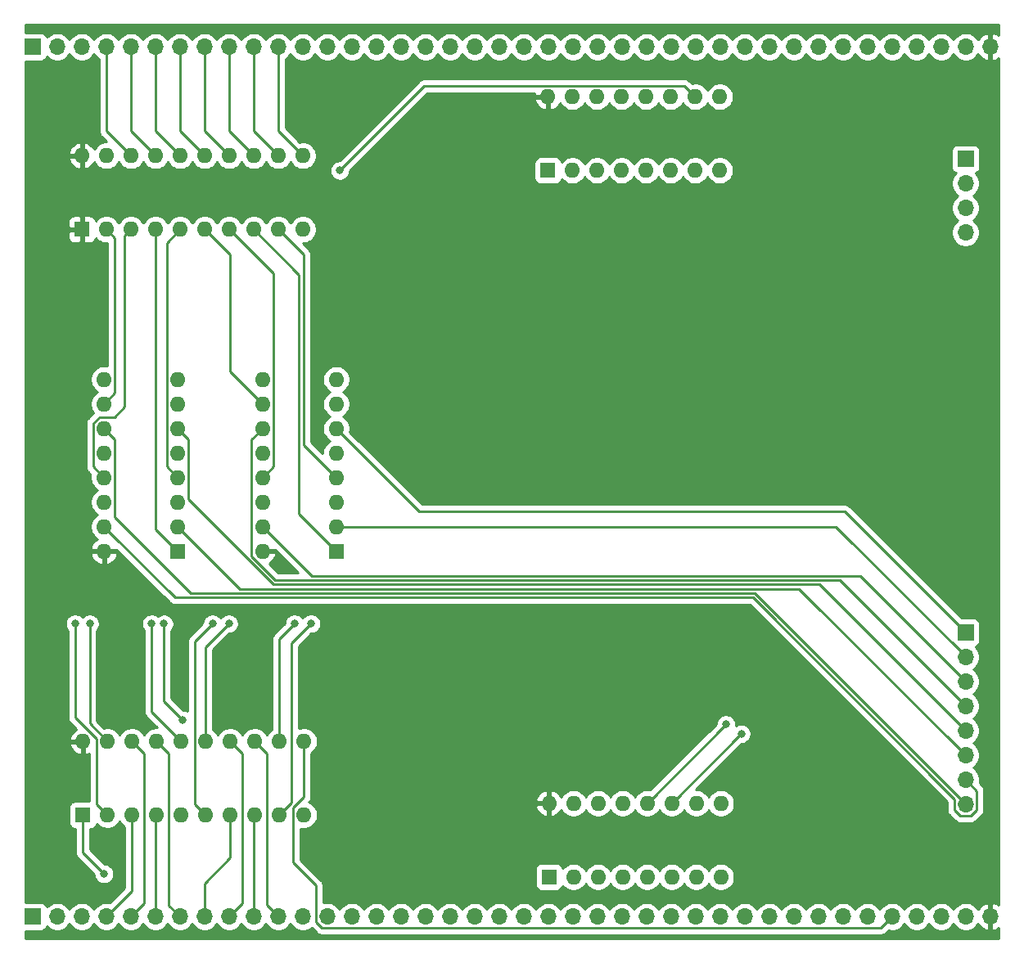
<source format=gbl>
G04 #@! TF.GenerationSoftware,KiCad,Pcbnew,(5.1.9)-1*
G04 #@! TF.CreationDate,2022-07-23T11:43:12-04:00*
G04 #@! TF.ProjectId,d-register,642d7265-6769-4737-9465-722e6b696361,2.0*
G04 #@! TF.SameCoordinates,Original*
G04 #@! TF.FileFunction,Copper,L2,Bot*
G04 #@! TF.FilePolarity,Positive*
%FSLAX46Y46*%
G04 Gerber Fmt 4.6, Leading zero omitted, Abs format (unit mm)*
G04 Created by KiCad (PCBNEW (5.1.9)-1) date 2022-07-23 11:43:12*
%MOMM*%
%LPD*%
G01*
G04 APERTURE LIST*
G04 #@! TA.AperFunction,ComponentPad*
%ADD10O,1.700000X1.700000*%
G04 #@! TD*
G04 #@! TA.AperFunction,ComponentPad*
%ADD11R,1.700000X1.700000*%
G04 #@! TD*
G04 #@! TA.AperFunction,ComponentPad*
%ADD12O,1.600000X1.600000*%
G04 #@! TD*
G04 #@! TA.AperFunction,ComponentPad*
%ADD13R,1.600000X1.600000*%
G04 #@! TD*
G04 #@! TA.AperFunction,ViaPad*
%ADD14C,0.800000*%
G04 #@! TD*
G04 #@! TA.AperFunction,Conductor*
%ADD15C,0.250000*%
G04 #@! TD*
G04 #@! TA.AperFunction,Conductor*
%ADD16C,0.254000*%
G04 #@! TD*
G04 #@! TA.AperFunction,Conductor*
%ADD17C,0.100000*%
G04 #@! TD*
G04 APERTURE END LIST*
D10*
X182900000Y-65220000D03*
X182900000Y-62680000D03*
X182900000Y-60140000D03*
D11*
X182900000Y-57600000D03*
D12*
X91500000Y-57280000D03*
X114360000Y-64900000D03*
X94040000Y-57280000D03*
X111820000Y-64900000D03*
X96580000Y-57280000D03*
X109280000Y-64900000D03*
X99120000Y-57280000D03*
X106740000Y-64900000D03*
X101660000Y-57280000D03*
X104200000Y-64900000D03*
X104200000Y-57280000D03*
X101660000Y-64900000D03*
X106740000Y-57280000D03*
X99120000Y-64900000D03*
X109280000Y-57280000D03*
X96580000Y-64900000D03*
X111820000Y-57280000D03*
X94040000Y-64900000D03*
X114360000Y-57280000D03*
D13*
X91500000Y-64900000D03*
D12*
X93780000Y-98200000D03*
X101400000Y-80420000D03*
X93780000Y-95660000D03*
X101400000Y-82960000D03*
X93780000Y-93120000D03*
X101400000Y-85500000D03*
X93780000Y-90580000D03*
X101400000Y-88040000D03*
X93780000Y-88040000D03*
X101400000Y-90580000D03*
X93780000Y-85500000D03*
X101400000Y-93120000D03*
X93780000Y-82960000D03*
X101400000Y-95660000D03*
X93780000Y-80420000D03*
D13*
X101400000Y-98200000D03*
D12*
X110180000Y-98200000D03*
X117800000Y-80420000D03*
X110180000Y-95660000D03*
X117800000Y-82960000D03*
X110180000Y-93120000D03*
X117800000Y-85500000D03*
X110180000Y-90580000D03*
X117800000Y-88040000D03*
X110180000Y-88040000D03*
X117800000Y-90580000D03*
X110180000Y-85500000D03*
X117800000Y-93120000D03*
X110180000Y-82960000D03*
X117800000Y-95660000D03*
X110180000Y-80420000D03*
D13*
X117800000Y-98200000D03*
D10*
X182900000Y-124380000D03*
X182900000Y-121840000D03*
X182900000Y-119300000D03*
X182900000Y-116760000D03*
X182900000Y-114220000D03*
X182900000Y-111680000D03*
X182900000Y-109140000D03*
D11*
X182900000Y-106600000D03*
D12*
X139800000Y-124280000D03*
X157580000Y-131900000D03*
X142340000Y-124280000D03*
X155040000Y-131900000D03*
X144880000Y-124280000D03*
X152500000Y-131900000D03*
X147420000Y-124280000D03*
X149960000Y-131900000D03*
X149960000Y-124280000D03*
X147420000Y-131900000D03*
X152500000Y-124280000D03*
X144880000Y-131900000D03*
X155040000Y-124280000D03*
X142340000Y-131900000D03*
X157580000Y-124280000D03*
D13*
X139800000Y-131900000D03*
D12*
X139700000Y-51180000D03*
X157480000Y-58800000D03*
X142240000Y-51180000D03*
X154940000Y-58800000D03*
X144780000Y-51180000D03*
X152400000Y-58800000D03*
X147320000Y-51180000D03*
X149860000Y-58800000D03*
X149860000Y-51180000D03*
X147320000Y-58800000D03*
X152400000Y-51180000D03*
X144780000Y-58800000D03*
X154940000Y-51180000D03*
X142240000Y-58800000D03*
X157480000Y-51180000D03*
D13*
X139700000Y-58800000D03*
D12*
X91600000Y-117880000D03*
X114460000Y-125500000D03*
X94140000Y-117880000D03*
X111920000Y-125500000D03*
X96680000Y-117880000D03*
X109380000Y-125500000D03*
X99220000Y-117880000D03*
X106840000Y-125500000D03*
X101760000Y-117880000D03*
X104300000Y-125500000D03*
X104300000Y-117880000D03*
X101760000Y-125500000D03*
X106840000Y-117880000D03*
X99220000Y-125500000D03*
X109380000Y-117880000D03*
X96680000Y-125500000D03*
X111920000Y-117880000D03*
X94140000Y-125500000D03*
X114460000Y-117880000D03*
D13*
X91600000Y-125500000D03*
D10*
X185460000Y-136000000D03*
X182920000Y-136000000D03*
X180380000Y-136000000D03*
X177840000Y-136000000D03*
X175300000Y-136000000D03*
X172760000Y-136000000D03*
X170220000Y-136000000D03*
X167680000Y-136000000D03*
X165140000Y-136000000D03*
X162600000Y-136000000D03*
X160060000Y-136000000D03*
X157520000Y-136000000D03*
X154980000Y-136000000D03*
X152440000Y-136000000D03*
X149900000Y-136000000D03*
X147360000Y-136000000D03*
X144820000Y-136000000D03*
X142280000Y-136000000D03*
X139740000Y-136000000D03*
X137200000Y-136000000D03*
X134660000Y-136000000D03*
X132120000Y-136000000D03*
X129580000Y-136000000D03*
X127040000Y-136000000D03*
X124500000Y-136000000D03*
X121960000Y-136000000D03*
X119420000Y-136000000D03*
X116880000Y-136000000D03*
X114340000Y-136000000D03*
X111800000Y-136000000D03*
X109260000Y-136000000D03*
X106720000Y-136000000D03*
X104180000Y-136000000D03*
X101640000Y-136000000D03*
X99100000Y-136000000D03*
X96560000Y-136000000D03*
X94020000Y-136000000D03*
X91480000Y-136000000D03*
X88940000Y-136000000D03*
D11*
X86400000Y-136000000D03*
D10*
X185460000Y-46000000D03*
X182920000Y-46000000D03*
X180380000Y-46000000D03*
X177840000Y-46000000D03*
X175300000Y-46000000D03*
X172760000Y-46000000D03*
X170220000Y-46000000D03*
X167680000Y-46000000D03*
X165140000Y-46000000D03*
X162600000Y-46000000D03*
X160060000Y-46000000D03*
X157520000Y-46000000D03*
X154980000Y-46000000D03*
X152440000Y-46000000D03*
X149900000Y-46000000D03*
X147360000Y-46000000D03*
X144820000Y-46000000D03*
X142280000Y-46000000D03*
X139740000Y-46000000D03*
X137200000Y-46000000D03*
X134660000Y-46000000D03*
X132120000Y-46000000D03*
X129580000Y-46000000D03*
X127040000Y-46000000D03*
X124500000Y-46000000D03*
X121960000Y-46000000D03*
X119420000Y-46000000D03*
X116880000Y-46000000D03*
X114340000Y-46000000D03*
X111800000Y-46000000D03*
X109260000Y-46000000D03*
X106720000Y-46000000D03*
X104180000Y-46000000D03*
X101640000Y-46000000D03*
X99100000Y-46000000D03*
X96560000Y-46000000D03*
X94020000Y-46000000D03*
X91480000Y-46000000D03*
X88940000Y-46000000D03*
D11*
X86400000Y-46000000D03*
D14*
X123500000Y-117500000D03*
X108600000Y-105700000D03*
X121300000Y-63400000D03*
X158120000Y-116120000D03*
X159700000Y-117100000D03*
X118175000Y-58800000D03*
X93800006Y-131600000D03*
X113500000Y-105700000D03*
X115200000Y-105700000D03*
X106700000Y-105700000D03*
X105000000Y-105700000D03*
X98700000Y-105700000D03*
X101950000Y-115650000D03*
X100000000Y-105710498D03*
X92300000Y-105699998D03*
X90800000Y-105700000D03*
D15*
X114460000Y-123596411D02*
X114460000Y-117880000D01*
X113334999Y-124721412D02*
X114460000Y-123596411D01*
X113334999Y-130440001D02*
X113334999Y-124721412D01*
X115704999Y-132810001D02*
X113334999Y-130440001D01*
X116315999Y-137175001D02*
X115704999Y-136564001D01*
X174124999Y-137175001D02*
X116315999Y-137175001D01*
X115704999Y-136564001D02*
X115704999Y-132810001D01*
X175300000Y-136000000D02*
X174124999Y-137175001D01*
X110600000Y-119100000D02*
X109380000Y-117880000D01*
X110600000Y-134800000D02*
X110600000Y-119100000D01*
X111800000Y-136000000D02*
X110600000Y-134800000D01*
X111800000Y-54720000D02*
X114360000Y-57280000D01*
X111800000Y-46000000D02*
X111800000Y-54720000D01*
X109260000Y-125620000D02*
X109380000Y-125500000D01*
X109260000Y-136000000D02*
X109260000Y-125620000D01*
X109260000Y-54720000D02*
X111820000Y-57280000D01*
X109260000Y-46000000D02*
X109260000Y-54720000D01*
X108100000Y-119140000D02*
X106840000Y-117880000D01*
X108100000Y-134620000D02*
X108100000Y-119140000D01*
X106720000Y-136000000D02*
X108100000Y-134620000D01*
X106720000Y-54720000D02*
X109280000Y-57280000D01*
X106720000Y-46000000D02*
X106720000Y-54720000D01*
X106840000Y-129900000D02*
X106840000Y-125500000D01*
X104180000Y-132560000D02*
X106840000Y-129900000D01*
X104180000Y-136000000D02*
X104180000Y-132560000D01*
X104180000Y-54720000D02*
X106740000Y-57280000D01*
X104180000Y-46000000D02*
X104180000Y-54720000D01*
X100500000Y-119160000D02*
X99220000Y-117880000D01*
X100500000Y-134860000D02*
X100500000Y-119160000D01*
X101640000Y-136000000D02*
X100500000Y-134860000D01*
X101640000Y-54720000D02*
X104200000Y-57280000D01*
X101640000Y-46000000D02*
X101640000Y-54720000D01*
X99100000Y-125620000D02*
X99220000Y-125500000D01*
X99100000Y-136000000D02*
X99100000Y-125620000D01*
X99100000Y-54720000D02*
X101660000Y-57280000D01*
X99100000Y-46000000D02*
X99100000Y-54720000D01*
X97900000Y-119100000D02*
X96680000Y-117880000D01*
X97900000Y-134660000D02*
X97900000Y-119100000D01*
X96560000Y-136000000D02*
X97900000Y-134660000D01*
X96560000Y-54720000D02*
X99120000Y-57280000D01*
X96560000Y-46000000D02*
X96560000Y-54720000D01*
X94020000Y-136000000D02*
X96680000Y-133340000D01*
X96680000Y-133340000D02*
X96680000Y-125500000D01*
X94020000Y-54720000D02*
X96580000Y-57280000D01*
X94020000Y-46000000D02*
X94020000Y-54720000D01*
X149960000Y-124280000D02*
X158120000Y-116120000D01*
X152500000Y-124280000D02*
X159680000Y-117100000D01*
X126920001Y-50054999D02*
X118175000Y-58800000D01*
X153814999Y-50054999D02*
X126920001Y-50054999D01*
X154940000Y-51180000D02*
X153814999Y-50054999D01*
X91600000Y-129399994D02*
X93800006Y-131600000D01*
X91600000Y-125500000D02*
X91600000Y-129399994D01*
X102786399Y-102549989D02*
X94905001Y-94668591D01*
X161069990Y-102549989D02*
X102786399Y-102549989D01*
X182900000Y-124380000D02*
X161069990Y-102549989D01*
X94905001Y-86625001D02*
X93780000Y-85500000D01*
X94905001Y-94668591D02*
X94905001Y-86625001D01*
X94579999Y-96459999D02*
X93780000Y-95660000D01*
X101120000Y-103000000D02*
X94579999Y-96459999D01*
X160883590Y-103000000D02*
X101120000Y-103000000D01*
X181724999Y-123841409D02*
X160883590Y-103000000D01*
X184075001Y-124944001D02*
X183464001Y-125555001D01*
X183464001Y-125555001D02*
X182335999Y-125555001D01*
X182900000Y-121840000D02*
X184075001Y-123015001D01*
X181724999Y-124944001D02*
X181724999Y-123841409D01*
X184075001Y-123015001D02*
X184075001Y-124944001D01*
X182335999Y-125555001D02*
X181724999Y-124944001D01*
X107839978Y-102099978D02*
X102199999Y-96459999D01*
X102199999Y-96459999D02*
X101400000Y-95660000D01*
X182900000Y-119300000D02*
X165699978Y-102099978D01*
X165699978Y-102099978D02*
X107839978Y-102099978D01*
X167789967Y-101649967D02*
X111328554Y-101649967D01*
X111328554Y-101649967D02*
X102525001Y-92846413D01*
X102525001Y-86625001D02*
X101400000Y-85500000D01*
X182900000Y-116760000D02*
X167789967Y-101649967D01*
X102525001Y-92846413D02*
X102525001Y-86625001D01*
X169879956Y-101199956D02*
X111514954Y-101199956D01*
X109054999Y-98740001D02*
X109054999Y-86625001D01*
X111514954Y-101199956D02*
X109054999Y-98740001D01*
X109054999Y-86625001D02*
X110180000Y-85500000D01*
X182900000Y-114220000D02*
X169879956Y-101199956D01*
X182900000Y-111680000D02*
X171969945Y-100749945D01*
X171969945Y-100749945D02*
X115269945Y-100749945D01*
X115269945Y-100749945D02*
X110979999Y-96459999D01*
X110979999Y-96459999D02*
X110180000Y-95660000D01*
X169460000Y-95660000D02*
X117800000Y-95660000D01*
X182900000Y-109100000D02*
X169460000Y-95660000D01*
X182900000Y-109140000D02*
X182900000Y-109100000D01*
X126400000Y-94100000D02*
X117800000Y-85500000D01*
X170400000Y-94100000D02*
X126400000Y-94100000D01*
X182900000Y-106600000D02*
X170400000Y-94100000D01*
X111920000Y-117880000D02*
X111920000Y-107280000D01*
X111920000Y-107280000D02*
X113500000Y-105700000D01*
X113200000Y-107700000D02*
X115200000Y-105700000D01*
X113200000Y-124220000D02*
X113200000Y-107700000D01*
X111920000Y-125500000D02*
X113200000Y-124220000D01*
X104300000Y-117880000D02*
X104300000Y-108100000D01*
X104300000Y-108100000D02*
X106700000Y-105700000D01*
X104300000Y-125500000D02*
X103174999Y-124374999D01*
X103174999Y-124374999D02*
X103174999Y-107525001D01*
X103174999Y-107525001D02*
X105000000Y-105700000D01*
X98700000Y-114820000D02*
X98700000Y-105700000D01*
X101760000Y-117880000D02*
X98700000Y-114820000D01*
X101950000Y-115650000D02*
X100000000Y-113700000D01*
X100000000Y-113700000D02*
X100000000Y-105710498D01*
X94140000Y-117880000D02*
X92300000Y-116040000D01*
X92300000Y-116040000D02*
X92300000Y-105699998D01*
X93014999Y-124374999D02*
X94140000Y-125500000D01*
X93014999Y-117629997D02*
X93014999Y-124374999D01*
X90800000Y-115414998D02*
X93014999Y-117629997D01*
X90800000Y-105700000D02*
X90800000Y-115414998D01*
X114420000Y-87200000D02*
X117800000Y-90580000D01*
X114420000Y-67500000D02*
X114420000Y-87200000D01*
X111820000Y-64900000D02*
X114420000Y-67500000D01*
X113969990Y-69589990D02*
X109280000Y-64900000D01*
X113969990Y-94369990D02*
X113969990Y-69589990D01*
X117800000Y-98200000D02*
X113969990Y-94369990D01*
X111305001Y-89454999D02*
X110180000Y-90580000D01*
X111305001Y-69465001D02*
X111305001Y-89454999D01*
X106740000Y-64900000D02*
X111305001Y-69465001D01*
X106800000Y-79580000D02*
X110180000Y-82960000D01*
X106800000Y-67500000D02*
X104200000Y-64900000D01*
X106800000Y-79580000D02*
X106800000Y-67500000D01*
X100274999Y-66285001D02*
X101660000Y-64900000D01*
X100274999Y-89454999D02*
X100274999Y-66285001D01*
X101400000Y-90580000D02*
X100274999Y-89454999D01*
X99100000Y-95900000D02*
X101400000Y-98200000D01*
X99100000Y-64920000D02*
X99100000Y-95900000D01*
X99120000Y-64900000D02*
X99100000Y-64920000D01*
X92654999Y-89454999D02*
X93780000Y-90580000D01*
X93314998Y-84300000D02*
X92654999Y-84959999D01*
X94900000Y-84300000D02*
X93314998Y-84300000D01*
X95925001Y-83274999D02*
X94900000Y-84300000D01*
X95925001Y-65554999D02*
X95925001Y-83274999D01*
X92654999Y-84959999D02*
X92654999Y-89454999D01*
X96580000Y-64900000D02*
X95925001Y-65554999D01*
X94905001Y-65765001D02*
X94040000Y-64900000D01*
X94905001Y-81834999D02*
X94905001Y-65765001D01*
X93780000Y-82960000D02*
X94905001Y-81834999D01*
D16*
X186315000Y-44794057D02*
X186226920Y-44728359D01*
X185964099Y-44603175D01*
X185816890Y-44558524D01*
X185587000Y-44679845D01*
X185587000Y-45873000D01*
X185607000Y-45873000D01*
X185607000Y-46127000D01*
X185587000Y-46127000D01*
X185587000Y-47320155D01*
X185816890Y-47441476D01*
X185964099Y-47396825D01*
X186226920Y-47271641D01*
X186315000Y-47205943D01*
X186315001Y-134794058D01*
X186226920Y-134728359D01*
X185964099Y-134603175D01*
X185816890Y-134558524D01*
X185587000Y-134679845D01*
X185587000Y-135873000D01*
X185607000Y-135873000D01*
X185607000Y-136127000D01*
X185587000Y-136127000D01*
X185587000Y-137320155D01*
X185816890Y-137441476D01*
X185964099Y-137396825D01*
X186226920Y-137271641D01*
X186315001Y-137205942D01*
X186315001Y-138315000D01*
X85685000Y-138315000D01*
X85685000Y-137488072D01*
X87250000Y-137488072D01*
X87374482Y-137475812D01*
X87494180Y-137439502D01*
X87604494Y-137380537D01*
X87701185Y-137301185D01*
X87780537Y-137204494D01*
X87839502Y-137094180D01*
X87861513Y-137021620D01*
X87993368Y-137153475D01*
X88236589Y-137315990D01*
X88506842Y-137427932D01*
X88793740Y-137485000D01*
X89086260Y-137485000D01*
X89373158Y-137427932D01*
X89643411Y-137315990D01*
X89886632Y-137153475D01*
X90093475Y-136946632D01*
X90210000Y-136772240D01*
X90326525Y-136946632D01*
X90533368Y-137153475D01*
X90776589Y-137315990D01*
X91046842Y-137427932D01*
X91333740Y-137485000D01*
X91626260Y-137485000D01*
X91913158Y-137427932D01*
X92183411Y-137315990D01*
X92426632Y-137153475D01*
X92633475Y-136946632D01*
X92750000Y-136772240D01*
X92866525Y-136946632D01*
X93073368Y-137153475D01*
X93316589Y-137315990D01*
X93586842Y-137427932D01*
X93873740Y-137485000D01*
X94166260Y-137485000D01*
X94453158Y-137427932D01*
X94723411Y-137315990D01*
X94966632Y-137153475D01*
X95173475Y-136946632D01*
X95290000Y-136772240D01*
X95406525Y-136946632D01*
X95613368Y-137153475D01*
X95856589Y-137315990D01*
X96126842Y-137427932D01*
X96413740Y-137485000D01*
X96706260Y-137485000D01*
X96993158Y-137427932D01*
X97263411Y-137315990D01*
X97506632Y-137153475D01*
X97713475Y-136946632D01*
X97830000Y-136772240D01*
X97946525Y-136946632D01*
X98153368Y-137153475D01*
X98396589Y-137315990D01*
X98666842Y-137427932D01*
X98953740Y-137485000D01*
X99246260Y-137485000D01*
X99533158Y-137427932D01*
X99803411Y-137315990D01*
X100046632Y-137153475D01*
X100253475Y-136946632D01*
X100370000Y-136772240D01*
X100486525Y-136946632D01*
X100693368Y-137153475D01*
X100936589Y-137315990D01*
X101206842Y-137427932D01*
X101493740Y-137485000D01*
X101786260Y-137485000D01*
X102073158Y-137427932D01*
X102343411Y-137315990D01*
X102586632Y-137153475D01*
X102793475Y-136946632D01*
X102910000Y-136772240D01*
X103026525Y-136946632D01*
X103233368Y-137153475D01*
X103476589Y-137315990D01*
X103746842Y-137427932D01*
X104033740Y-137485000D01*
X104326260Y-137485000D01*
X104613158Y-137427932D01*
X104883411Y-137315990D01*
X105126632Y-137153475D01*
X105333475Y-136946632D01*
X105450000Y-136772240D01*
X105566525Y-136946632D01*
X105773368Y-137153475D01*
X106016589Y-137315990D01*
X106286842Y-137427932D01*
X106573740Y-137485000D01*
X106866260Y-137485000D01*
X107153158Y-137427932D01*
X107423411Y-137315990D01*
X107666632Y-137153475D01*
X107873475Y-136946632D01*
X107990000Y-136772240D01*
X108106525Y-136946632D01*
X108313368Y-137153475D01*
X108556589Y-137315990D01*
X108826842Y-137427932D01*
X109113740Y-137485000D01*
X109406260Y-137485000D01*
X109693158Y-137427932D01*
X109963411Y-137315990D01*
X110206632Y-137153475D01*
X110413475Y-136946632D01*
X110530000Y-136772240D01*
X110646525Y-136946632D01*
X110853368Y-137153475D01*
X111096589Y-137315990D01*
X111366842Y-137427932D01*
X111653740Y-137485000D01*
X111946260Y-137485000D01*
X112233158Y-137427932D01*
X112503411Y-137315990D01*
X112746632Y-137153475D01*
X112953475Y-136946632D01*
X113070000Y-136772240D01*
X113186525Y-136946632D01*
X113393368Y-137153475D01*
X113636589Y-137315990D01*
X113906842Y-137427932D01*
X114193740Y-137485000D01*
X114486260Y-137485000D01*
X114773158Y-137427932D01*
X115043411Y-137315990D01*
X115246492Y-137180296D01*
X115752204Y-137686009D01*
X115775998Y-137715002D01*
X115804991Y-137738796D01*
X115804995Y-137738800D01*
X115875684Y-137796812D01*
X115891723Y-137809975D01*
X116023752Y-137880547D01*
X116167013Y-137924004D01*
X116278666Y-137935001D01*
X116278675Y-137935001D01*
X116315998Y-137938677D01*
X116353321Y-137935001D01*
X174087677Y-137935001D01*
X174124999Y-137938677D01*
X174162321Y-137935001D01*
X174162332Y-137935001D01*
X174273985Y-137924004D01*
X174417246Y-137880547D01*
X174549275Y-137809975D01*
X174665000Y-137715002D01*
X174688803Y-137685998D01*
X174933592Y-137441209D01*
X175153740Y-137485000D01*
X175446260Y-137485000D01*
X175733158Y-137427932D01*
X176003411Y-137315990D01*
X176246632Y-137153475D01*
X176453475Y-136946632D01*
X176570000Y-136772240D01*
X176686525Y-136946632D01*
X176893368Y-137153475D01*
X177136589Y-137315990D01*
X177406842Y-137427932D01*
X177693740Y-137485000D01*
X177986260Y-137485000D01*
X178273158Y-137427932D01*
X178543411Y-137315990D01*
X178786632Y-137153475D01*
X178993475Y-136946632D01*
X179110000Y-136772240D01*
X179226525Y-136946632D01*
X179433368Y-137153475D01*
X179676589Y-137315990D01*
X179946842Y-137427932D01*
X180233740Y-137485000D01*
X180526260Y-137485000D01*
X180813158Y-137427932D01*
X181083411Y-137315990D01*
X181326632Y-137153475D01*
X181533475Y-136946632D01*
X181650000Y-136772240D01*
X181766525Y-136946632D01*
X181973368Y-137153475D01*
X182216589Y-137315990D01*
X182486842Y-137427932D01*
X182773740Y-137485000D01*
X183066260Y-137485000D01*
X183353158Y-137427932D01*
X183623411Y-137315990D01*
X183866632Y-137153475D01*
X184073475Y-136946632D01*
X184195195Y-136764466D01*
X184264822Y-136881355D01*
X184459731Y-137097588D01*
X184693080Y-137271641D01*
X184955901Y-137396825D01*
X185103110Y-137441476D01*
X185333000Y-137320155D01*
X185333000Y-136127000D01*
X185313000Y-136127000D01*
X185313000Y-135873000D01*
X185333000Y-135873000D01*
X185333000Y-134679845D01*
X185103110Y-134558524D01*
X184955901Y-134603175D01*
X184693080Y-134728359D01*
X184459731Y-134902412D01*
X184264822Y-135118645D01*
X184195195Y-135235534D01*
X184073475Y-135053368D01*
X183866632Y-134846525D01*
X183623411Y-134684010D01*
X183353158Y-134572068D01*
X183066260Y-134515000D01*
X182773740Y-134515000D01*
X182486842Y-134572068D01*
X182216589Y-134684010D01*
X181973368Y-134846525D01*
X181766525Y-135053368D01*
X181650000Y-135227760D01*
X181533475Y-135053368D01*
X181326632Y-134846525D01*
X181083411Y-134684010D01*
X180813158Y-134572068D01*
X180526260Y-134515000D01*
X180233740Y-134515000D01*
X179946842Y-134572068D01*
X179676589Y-134684010D01*
X179433368Y-134846525D01*
X179226525Y-135053368D01*
X179110000Y-135227760D01*
X178993475Y-135053368D01*
X178786632Y-134846525D01*
X178543411Y-134684010D01*
X178273158Y-134572068D01*
X177986260Y-134515000D01*
X177693740Y-134515000D01*
X177406842Y-134572068D01*
X177136589Y-134684010D01*
X176893368Y-134846525D01*
X176686525Y-135053368D01*
X176570000Y-135227760D01*
X176453475Y-135053368D01*
X176246632Y-134846525D01*
X176003411Y-134684010D01*
X175733158Y-134572068D01*
X175446260Y-134515000D01*
X175153740Y-134515000D01*
X174866842Y-134572068D01*
X174596589Y-134684010D01*
X174353368Y-134846525D01*
X174146525Y-135053368D01*
X174030000Y-135227760D01*
X173913475Y-135053368D01*
X173706632Y-134846525D01*
X173463411Y-134684010D01*
X173193158Y-134572068D01*
X172906260Y-134515000D01*
X172613740Y-134515000D01*
X172326842Y-134572068D01*
X172056589Y-134684010D01*
X171813368Y-134846525D01*
X171606525Y-135053368D01*
X171490000Y-135227760D01*
X171373475Y-135053368D01*
X171166632Y-134846525D01*
X170923411Y-134684010D01*
X170653158Y-134572068D01*
X170366260Y-134515000D01*
X170073740Y-134515000D01*
X169786842Y-134572068D01*
X169516589Y-134684010D01*
X169273368Y-134846525D01*
X169066525Y-135053368D01*
X168950000Y-135227760D01*
X168833475Y-135053368D01*
X168626632Y-134846525D01*
X168383411Y-134684010D01*
X168113158Y-134572068D01*
X167826260Y-134515000D01*
X167533740Y-134515000D01*
X167246842Y-134572068D01*
X166976589Y-134684010D01*
X166733368Y-134846525D01*
X166526525Y-135053368D01*
X166410000Y-135227760D01*
X166293475Y-135053368D01*
X166086632Y-134846525D01*
X165843411Y-134684010D01*
X165573158Y-134572068D01*
X165286260Y-134515000D01*
X164993740Y-134515000D01*
X164706842Y-134572068D01*
X164436589Y-134684010D01*
X164193368Y-134846525D01*
X163986525Y-135053368D01*
X163870000Y-135227760D01*
X163753475Y-135053368D01*
X163546632Y-134846525D01*
X163303411Y-134684010D01*
X163033158Y-134572068D01*
X162746260Y-134515000D01*
X162453740Y-134515000D01*
X162166842Y-134572068D01*
X161896589Y-134684010D01*
X161653368Y-134846525D01*
X161446525Y-135053368D01*
X161330000Y-135227760D01*
X161213475Y-135053368D01*
X161006632Y-134846525D01*
X160763411Y-134684010D01*
X160493158Y-134572068D01*
X160206260Y-134515000D01*
X159913740Y-134515000D01*
X159626842Y-134572068D01*
X159356589Y-134684010D01*
X159113368Y-134846525D01*
X158906525Y-135053368D01*
X158790000Y-135227760D01*
X158673475Y-135053368D01*
X158466632Y-134846525D01*
X158223411Y-134684010D01*
X157953158Y-134572068D01*
X157666260Y-134515000D01*
X157373740Y-134515000D01*
X157086842Y-134572068D01*
X156816589Y-134684010D01*
X156573368Y-134846525D01*
X156366525Y-135053368D01*
X156250000Y-135227760D01*
X156133475Y-135053368D01*
X155926632Y-134846525D01*
X155683411Y-134684010D01*
X155413158Y-134572068D01*
X155126260Y-134515000D01*
X154833740Y-134515000D01*
X154546842Y-134572068D01*
X154276589Y-134684010D01*
X154033368Y-134846525D01*
X153826525Y-135053368D01*
X153710000Y-135227760D01*
X153593475Y-135053368D01*
X153386632Y-134846525D01*
X153143411Y-134684010D01*
X152873158Y-134572068D01*
X152586260Y-134515000D01*
X152293740Y-134515000D01*
X152006842Y-134572068D01*
X151736589Y-134684010D01*
X151493368Y-134846525D01*
X151286525Y-135053368D01*
X151170000Y-135227760D01*
X151053475Y-135053368D01*
X150846632Y-134846525D01*
X150603411Y-134684010D01*
X150333158Y-134572068D01*
X150046260Y-134515000D01*
X149753740Y-134515000D01*
X149466842Y-134572068D01*
X149196589Y-134684010D01*
X148953368Y-134846525D01*
X148746525Y-135053368D01*
X148630000Y-135227760D01*
X148513475Y-135053368D01*
X148306632Y-134846525D01*
X148063411Y-134684010D01*
X147793158Y-134572068D01*
X147506260Y-134515000D01*
X147213740Y-134515000D01*
X146926842Y-134572068D01*
X146656589Y-134684010D01*
X146413368Y-134846525D01*
X146206525Y-135053368D01*
X146090000Y-135227760D01*
X145973475Y-135053368D01*
X145766632Y-134846525D01*
X145523411Y-134684010D01*
X145253158Y-134572068D01*
X144966260Y-134515000D01*
X144673740Y-134515000D01*
X144386842Y-134572068D01*
X144116589Y-134684010D01*
X143873368Y-134846525D01*
X143666525Y-135053368D01*
X143550000Y-135227760D01*
X143433475Y-135053368D01*
X143226632Y-134846525D01*
X142983411Y-134684010D01*
X142713158Y-134572068D01*
X142426260Y-134515000D01*
X142133740Y-134515000D01*
X141846842Y-134572068D01*
X141576589Y-134684010D01*
X141333368Y-134846525D01*
X141126525Y-135053368D01*
X141010000Y-135227760D01*
X140893475Y-135053368D01*
X140686632Y-134846525D01*
X140443411Y-134684010D01*
X140173158Y-134572068D01*
X139886260Y-134515000D01*
X139593740Y-134515000D01*
X139306842Y-134572068D01*
X139036589Y-134684010D01*
X138793368Y-134846525D01*
X138586525Y-135053368D01*
X138470000Y-135227760D01*
X138353475Y-135053368D01*
X138146632Y-134846525D01*
X137903411Y-134684010D01*
X137633158Y-134572068D01*
X137346260Y-134515000D01*
X137053740Y-134515000D01*
X136766842Y-134572068D01*
X136496589Y-134684010D01*
X136253368Y-134846525D01*
X136046525Y-135053368D01*
X135930000Y-135227760D01*
X135813475Y-135053368D01*
X135606632Y-134846525D01*
X135363411Y-134684010D01*
X135093158Y-134572068D01*
X134806260Y-134515000D01*
X134513740Y-134515000D01*
X134226842Y-134572068D01*
X133956589Y-134684010D01*
X133713368Y-134846525D01*
X133506525Y-135053368D01*
X133390000Y-135227760D01*
X133273475Y-135053368D01*
X133066632Y-134846525D01*
X132823411Y-134684010D01*
X132553158Y-134572068D01*
X132266260Y-134515000D01*
X131973740Y-134515000D01*
X131686842Y-134572068D01*
X131416589Y-134684010D01*
X131173368Y-134846525D01*
X130966525Y-135053368D01*
X130850000Y-135227760D01*
X130733475Y-135053368D01*
X130526632Y-134846525D01*
X130283411Y-134684010D01*
X130013158Y-134572068D01*
X129726260Y-134515000D01*
X129433740Y-134515000D01*
X129146842Y-134572068D01*
X128876589Y-134684010D01*
X128633368Y-134846525D01*
X128426525Y-135053368D01*
X128310000Y-135227760D01*
X128193475Y-135053368D01*
X127986632Y-134846525D01*
X127743411Y-134684010D01*
X127473158Y-134572068D01*
X127186260Y-134515000D01*
X126893740Y-134515000D01*
X126606842Y-134572068D01*
X126336589Y-134684010D01*
X126093368Y-134846525D01*
X125886525Y-135053368D01*
X125770000Y-135227760D01*
X125653475Y-135053368D01*
X125446632Y-134846525D01*
X125203411Y-134684010D01*
X124933158Y-134572068D01*
X124646260Y-134515000D01*
X124353740Y-134515000D01*
X124066842Y-134572068D01*
X123796589Y-134684010D01*
X123553368Y-134846525D01*
X123346525Y-135053368D01*
X123230000Y-135227760D01*
X123113475Y-135053368D01*
X122906632Y-134846525D01*
X122663411Y-134684010D01*
X122393158Y-134572068D01*
X122106260Y-134515000D01*
X121813740Y-134515000D01*
X121526842Y-134572068D01*
X121256589Y-134684010D01*
X121013368Y-134846525D01*
X120806525Y-135053368D01*
X120690000Y-135227760D01*
X120573475Y-135053368D01*
X120366632Y-134846525D01*
X120123411Y-134684010D01*
X119853158Y-134572068D01*
X119566260Y-134515000D01*
X119273740Y-134515000D01*
X118986842Y-134572068D01*
X118716589Y-134684010D01*
X118473368Y-134846525D01*
X118266525Y-135053368D01*
X118150000Y-135227760D01*
X118033475Y-135053368D01*
X117826632Y-134846525D01*
X117583411Y-134684010D01*
X117313158Y-134572068D01*
X117026260Y-134515000D01*
X116733740Y-134515000D01*
X116464999Y-134568456D01*
X116464999Y-132847323D01*
X116468675Y-132810000D01*
X116464999Y-132772677D01*
X116464999Y-132772668D01*
X116454002Y-132661015D01*
X116410545Y-132517754D01*
X116353491Y-132411015D01*
X116339973Y-132385724D01*
X116268798Y-132298998D01*
X116245000Y-132270000D01*
X116216002Y-132246202D01*
X115069800Y-131100000D01*
X138361928Y-131100000D01*
X138361928Y-132700000D01*
X138374188Y-132824482D01*
X138410498Y-132944180D01*
X138469463Y-133054494D01*
X138548815Y-133151185D01*
X138645506Y-133230537D01*
X138755820Y-133289502D01*
X138875518Y-133325812D01*
X139000000Y-133338072D01*
X140600000Y-133338072D01*
X140724482Y-133325812D01*
X140844180Y-133289502D01*
X140954494Y-133230537D01*
X141051185Y-133151185D01*
X141130537Y-133054494D01*
X141189502Y-132944180D01*
X141225812Y-132824482D01*
X141226643Y-132816039D01*
X141425241Y-133014637D01*
X141660273Y-133171680D01*
X141921426Y-133279853D01*
X142198665Y-133335000D01*
X142481335Y-133335000D01*
X142758574Y-133279853D01*
X143019727Y-133171680D01*
X143254759Y-133014637D01*
X143454637Y-132814759D01*
X143610000Y-132582241D01*
X143765363Y-132814759D01*
X143965241Y-133014637D01*
X144200273Y-133171680D01*
X144461426Y-133279853D01*
X144738665Y-133335000D01*
X145021335Y-133335000D01*
X145298574Y-133279853D01*
X145559727Y-133171680D01*
X145794759Y-133014637D01*
X145994637Y-132814759D01*
X146150000Y-132582241D01*
X146305363Y-132814759D01*
X146505241Y-133014637D01*
X146740273Y-133171680D01*
X147001426Y-133279853D01*
X147278665Y-133335000D01*
X147561335Y-133335000D01*
X147838574Y-133279853D01*
X148099727Y-133171680D01*
X148334759Y-133014637D01*
X148534637Y-132814759D01*
X148690000Y-132582241D01*
X148845363Y-132814759D01*
X149045241Y-133014637D01*
X149280273Y-133171680D01*
X149541426Y-133279853D01*
X149818665Y-133335000D01*
X150101335Y-133335000D01*
X150378574Y-133279853D01*
X150639727Y-133171680D01*
X150874759Y-133014637D01*
X151074637Y-132814759D01*
X151230000Y-132582241D01*
X151385363Y-132814759D01*
X151585241Y-133014637D01*
X151820273Y-133171680D01*
X152081426Y-133279853D01*
X152358665Y-133335000D01*
X152641335Y-133335000D01*
X152918574Y-133279853D01*
X153179727Y-133171680D01*
X153414759Y-133014637D01*
X153614637Y-132814759D01*
X153770000Y-132582241D01*
X153925363Y-132814759D01*
X154125241Y-133014637D01*
X154360273Y-133171680D01*
X154621426Y-133279853D01*
X154898665Y-133335000D01*
X155181335Y-133335000D01*
X155458574Y-133279853D01*
X155719727Y-133171680D01*
X155954759Y-133014637D01*
X156154637Y-132814759D01*
X156310000Y-132582241D01*
X156465363Y-132814759D01*
X156665241Y-133014637D01*
X156900273Y-133171680D01*
X157161426Y-133279853D01*
X157438665Y-133335000D01*
X157721335Y-133335000D01*
X157998574Y-133279853D01*
X158259727Y-133171680D01*
X158494759Y-133014637D01*
X158694637Y-132814759D01*
X158851680Y-132579727D01*
X158959853Y-132318574D01*
X159015000Y-132041335D01*
X159015000Y-131758665D01*
X158959853Y-131481426D01*
X158851680Y-131220273D01*
X158694637Y-130985241D01*
X158494759Y-130785363D01*
X158259727Y-130628320D01*
X157998574Y-130520147D01*
X157721335Y-130465000D01*
X157438665Y-130465000D01*
X157161426Y-130520147D01*
X156900273Y-130628320D01*
X156665241Y-130785363D01*
X156465363Y-130985241D01*
X156310000Y-131217759D01*
X156154637Y-130985241D01*
X155954759Y-130785363D01*
X155719727Y-130628320D01*
X155458574Y-130520147D01*
X155181335Y-130465000D01*
X154898665Y-130465000D01*
X154621426Y-130520147D01*
X154360273Y-130628320D01*
X154125241Y-130785363D01*
X153925363Y-130985241D01*
X153770000Y-131217759D01*
X153614637Y-130985241D01*
X153414759Y-130785363D01*
X153179727Y-130628320D01*
X152918574Y-130520147D01*
X152641335Y-130465000D01*
X152358665Y-130465000D01*
X152081426Y-130520147D01*
X151820273Y-130628320D01*
X151585241Y-130785363D01*
X151385363Y-130985241D01*
X151230000Y-131217759D01*
X151074637Y-130985241D01*
X150874759Y-130785363D01*
X150639727Y-130628320D01*
X150378574Y-130520147D01*
X150101335Y-130465000D01*
X149818665Y-130465000D01*
X149541426Y-130520147D01*
X149280273Y-130628320D01*
X149045241Y-130785363D01*
X148845363Y-130985241D01*
X148690000Y-131217759D01*
X148534637Y-130985241D01*
X148334759Y-130785363D01*
X148099727Y-130628320D01*
X147838574Y-130520147D01*
X147561335Y-130465000D01*
X147278665Y-130465000D01*
X147001426Y-130520147D01*
X146740273Y-130628320D01*
X146505241Y-130785363D01*
X146305363Y-130985241D01*
X146150000Y-131217759D01*
X145994637Y-130985241D01*
X145794759Y-130785363D01*
X145559727Y-130628320D01*
X145298574Y-130520147D01*
X145021335Y-130465000D01*
X144738665Y-130465000D01*
X144461426Y-130520147D01*
X144200273Y-130628320D01*
X143965241Y-130785363D01*
X143765363Y-130985241D01*
X143610000Y-131217759D01*
X143454637Y-130985241D01*
X143254759Y-130785363D01*
X143019727Y-130628320D01*
X142758574Y-130520147D01*
X142481335Y-130465000D01*
X142198665Y-130465000D01*
X141921426Y-130520147D01*
X141660273Y-130628320D01*
X141425241Y-130785363D01*
X141226643Y-130983961D01*
X141225812Y-130975518D01*
X141189502Y-130855820D01*
X141130537Y-130745506D01*
X141051185Y-130648815D01*
X140954494Y-130569463D01*
X140844180Y-130510498D01*
X140724482Y-130474188D01*
X140600000Y-130461928D01*
X139000000Y-130461928D01*
X138875518Y-130474188D01*
X138755820Y-130510498D01*
X138645506Y-130569463D01*
X138548815Y-130648815D01*
X138469463Y-130745506D01*
X138410498Y-130855820D01*
X138374188Y-130975518D01*
X138361928Y-131100000D01*
X115069800Y-131100000D01*
X114094999Y-130125200D01*
X114094999Y-126890509D01*
X114318665Y-126935000D01*
X114601335Y-126935000D01*
X114878574Y-126879853D01*
X115139727Y-126771680D01*
X115374759Y-126614637D01*
X115574637Y-126414759D01*
X115731680Y-126179727D01*
X115839853Y-125918574D01*
X115895000Y-125641335D01*
X115895000Y-125358665D01*
X115839853Y-125081426D01*
X115731680Y-124820273D01*
X115603903Y-124629040D01*
X138408091Y-124629040D01*
X138502930Y-124893881D01*
X138647615Y-125135131D01*
X138836586Y-125343519D01*
X139062580Y-125511037D01*
X139316913Y-125631246D01*
X139450961Y-125671904D01*
X139673000Y-125549915D01*
X139673000Y-124407000D01*
X138529376Y-124407000D01*
X138408091Y-124629040D01*
X115603903Y-124629040D01*
X115574637Y-124585241D01*
X115374759Y-124385363D01*
X115139727Y-124228320D01*
X114972442Y-124159029D01*
X115000001Y-124136412D01*
X115094974Y-124020687D01*
X115142934Y-123930960D01*
X138408091Y-123930960D01*
X138529376Y-124153000D01*
X139673000Y-124153000D01*
X139673000Y-123010085D01*
X139927000Y-123010085D01*
X139927000Y-124153000D01*
X139947000Y-124153000D01*
X139947000Y-124407000D01*
X139927000Y-124407000D01*
X139927000Y-125549915D01*
X140149039Y-125671904D01*
X140283087Y-125631246D01*
X140537420Y-125511037D01*
X140763414Y-125343519D01*
X140952385Y-125135131D01*
X141063933Y-124949135D01*
X141068320Y-124959727D01*
X141225363Y-125194759D01*
X141425241Y-125394637D01*
X141660273Y-125551680D01*
X141921426Y-125659853D01*
X142198665Y-125715000D01*
X142481335Y-125715000D01*
X142758574Y-125659853D01*
X143019727Y-125551680D01*
X143254759Y-125394637D01*
X143454637Y-125194759D01*
X143610000Y-124962241D01*
X143765363Y-125194759D01*
X143965241Y-125394637D01*
X144200273Y-125551680D01*
X144461426Y-125659853D01*
X144738665Y-125715000D01*
X145021335Y-125715000D01*
X145298574Y-125659853D01*
X145559727Y-125551680D01*
X145794759Y-125394637D01*
X145994637Y-125194759D01*
X146150000Y-124962241D01*
X146305363Y-125194759D01*
X146505241Y-125394637D01*
X146740273Y-125551680D01*
X147001426Y-125659853D01*
X147278665Y-125715000D01*
X147561335Y-125715000D01*
X147838574Y-125659853D01*
X148099727Y-125551680D01*
X148334759Y-125394637D01*
X148534637Y-125194759D01*
X148690000Y-124962241D01*
X148845363Y-125194759D01*
X149045241Y-125394637D01*
X149280273Y-125551680D01*
X149541426Y-125659853D01*
X149818665Y-125715000D01*
X150101335Y-125715000D01*
X150378574Y-125659853D01*
X150639727Y-125551680D01*
X150874759Y-125394637D01*
X151074637Y-125194759D01*
X151230000Y-124962241D01*
X151385363Y-125194759D01*
X151585241Y-125394637D01*
X151820273Y-125551680D01*
X152081426Y-125659853D01*
X152358665Y-125715000D01*
X152641335Y-125715000D01*
X152918574Y-125659853D01*
X153179727Y-125551680D01*
X153414759Y-125394637D01*
X153614637Y-125194759D01*
X153770000Y-124962241D01*
X153925363Y-125194759D01*
X154125241Y-125394637D01*
X154360273Y-125551680D01*
X154621426Y-125659853D01*
X154898665Y-125715000D01*
X155181335Y-125715000D01*
X155458574Y-125659853D01*
X155719727Y-125551680D01*
X155954759Y-125394637D01*
X156154637Y-125194759D01*
X156310000Y-124962241D01*
X156465363Y-125194759D01*
X156665241Y-125394637D01*
X156900273Y-125551680D01*
X157161426Y-125659853D01*
X157438665Y-125715000D01*
X157721335Y-125715000D01*
X157998574Y-125659853D01*
X158259727Y-125551680D01*
X158494759Y-125394637D01*
X158694637Y-125194759D01*
X158851680Y-124959727D01*
X158959853Y-124698574D01*
X159015000Y-124421335D01*
X159015000Y-124138665D01*
X158959853Y-123861426D01*
X158851680Y-123600273D01*
X158694637Y-123365241D01*
X158494759Y-123165363D01*
X158259727Y-123008320D01*
X157998574Y-122900147D01*
X157721335Y-122845000D01*
X157438665Y-122845000D01*
X157161426Y-122900147D01*
X156900273Y-123008320D01*
X156665241Y-123165363D01*
X156465363Y-123365241D01*
X156310000Y-123597759D01*
X156154637Y-123365241D01*
X155954759Y-123165363D01*
X155719727Y-123008320D01*
X155458574Y-122900147D01*
X155181335Y-122845000D01*
X155009802Y-122845000D01*
X159719803Y-118135000D01*
X159801939Y-118135000D01*
X160001898Y-118095226D01*
X160190256Y-118017205D01*
X160359774Y-117903937D01*
X160503937Y-117759774D01*
X160617205Y-117590256D01*
X160695226Y-117401898D01*
X160735000Y-117201939D01*
X160735000Y-116998061D01*
X160695226Y-116798102D01*
X160617205Y-116609744D01*
X160503937Y-116440226D01*
X160359774Y-116296063D01*
X160190256Y-116182795D01*
X160001898Y-116104774D01*
X159801939Y-116065000D01*
X159598061Y-116065000D01*
X159398102Y-116104774D01*
X159209744Y-116182795D01*
X159155000Y-116219374D01*
X159155000Y-116018061D01*
X159115226Y-115818102D01*
X159037205Y-115629744D01*
X158923937Y-115460226D01*
X158779774Y-115316063D01*
X158610256Y-115202795D01*
X158421898Y-115124774D01*
X158221939Y-115085000D01*
X158018061Y-115085000D01*
X157818102Y-115124774D01*
X157629744Y-115202795D01*
X157460226Y-115316063D01*
X157316063Y-115460226D01*
X157202795Y-115629744D01*
X157124774Y-115818102D01*
X157085000Y-116018061D01*
X157085000Y-116080198D01*
X150283887Y-122881312D01*
X150101335Y-122845000D01*
X149818665Y-122845000D01*
X149541426Y-122900147D01*
X149280273Y-123008320D01*
X149045241Y-123165363D01*
X148845363Y-123365241D01*
X148690000Y-123597759D01*
X148534637Y-123365241D01*
X148334759Y-123165363D01*
X148099727Y-123008320D01*
X147838574Y-122900147D01*
X147561335Y-122845000D01*
X147278665Y-122845000D01*
X147001426Y-122900147D01*
X146740273Y-123008320D01*
X146505241Y-123165363D01*
X146305363Y-123365241D01*
X146150000Y-123597759D01*
X145994637Y-123365241D01*
X145794759Y-123165363D01*
X145559727Y-123008320D01*
X145298574Y-122900147D01*
X145021335Y-122845000D01*
X144738665Y-122845000D01*
X144461426Y-122900147D01*
X144200273Y-123008320D01*
X143965241Y-123165363D01*
X143765363Y-123365241D01*
X143610000Y-123597759D01*
X143454637Y-123365241D01*
X143254759Y-123165363D01*
X143019727Y-123008320D01*
X142758574Y-122900147D01*
X142481335Y-122845000D01*
X142198665Y-122845000D01*
X141921426Y-122900147D01*
X141660273Y-123008320D01*
X141425241Y-123165363D01*
X141225363Y-123365241D01*
X141068320Y-123600273D01*
X141063933Y-123610865D01*
X140952385Y-123424869D01*
X140763414Y-123216481D01*
X140537420Y-123048963D01*
X140283087Y-122928754D01*
X140149039Y-122888096D01*
X139927000Y-123010085D01*
X139673000Y-123010085D01*
X139450961Y-122888096D01*
X139316913Y-122928754D01*
X139062580Y-123048963D01*
X138836586Y-123216481D01*
X138647615Y-123424869D01*
X138502930Y-123666119D01*
X138408091Y-123930960D01*
X115142934Y-123930960D01*
X115165546Y-123888658D01*
X115209003Y-123745397D01*
X115220000Y-123633744D01*
X115220000Y-123633736D01*
X115223676Y-123596411D01*
X115220000Y-123559086D01*
X115220000Y-119098043D01*
X115374759Y-118994637D01*
X115574637Y-118794759D01*
X115731680Y-118559727D01*
X115839853Y-118298574D01*
X115895000Y-118021335D01*
X115895000Y-117738665D01*
X115839853Y-117461426D01*
X115731680Y-117200273D01*
X115574637Y-116965241D01*
X115374759Y-116765363D01*
X115139727Y-116608320D01*
X114878574Y-116500147D01*
X114601335Y-116445000D01*
X114318665Y-116445000D01*
X114041426Y-116500147D01*
X113960000Y-116533875D01*
X113960000Y-108014801D01*
X115239802Y-106735000D01*
X115301939Y-106735000D01*
X115501898Y-106695226D01*
X115690256Y-106617205D01*
X115859774Y-106503937D01*
X116003937Y-106359774D01*
X116117205Y-106190256D01*
X116195226Y-106001898D01*
X116235000Y-105801939D01*
X116235000Y-105598061D01*
X116195226Y-105398102D01*
X116117205Y-105209744D01*
X116003937Y-105040226D01*
X115859774Y-104896063D01*
X115690256Y-104782795D01*
X115501898Y-104704774D01*
X115301939Y-104665000D01*
X115098061Y-104665000D01*
X114898102Y-104704774D01*
X114709744Y-104782795D01*
X114540226Y-104896063D01*
X114396063Y-105040226D01*
X114350000Y-105109164D01*
X114303937Y-105040226D01*
X114159774Y-104896063D01*
X113990256Y-104782795D01*
X113801898Y-104704774D01*
X113601939Y-104665000D01*
X113398061Y-104665000D01*
X113198102Y-104704774D01*
X113009744Y-104782795D01*
X112840226Y-104896063D01*
X112696063Y-105040226D01*
X112582795Y-105209744D01*
X112504774Y-105398102D01*
X112465000Y-105598061D01*
X112465000Y-105660198D01*
X111408998Y-106716201D01*
X111380000Y-106739999D01*
X111356202Y-106768997D01*
X111356201Y-106768998D01*
X111285026Y-106855724D01*
X111214454Y-106987754D01*
X111170998Y-107131015D01*
X111156324Y-107280000D01*
X111160001Y-107317332D01*
X111160000Y-116661957D01*
X111005241Y-116765363D01*
X110805363Y-116965241D01*
X110650000Y-117197759D01*
X110494637Y-116965241D01*
X110294759Y-116765363D01*
X110059727Y-116608320D01*
X109798574Y-116500147D01*
X109521335Y-116445000D01*
X109238665Y-116445000D01*
X108961426Y-116500147D01*
X108700273Y-116608320D01*
X108465241Y-116765363D01*
X108265363Y-116965241D01*
X108110000Y-117197759D01*
X107954637Y-116965241D01*
X107754759Y-116765363D01*
X107519727Y-116608320D01*
X107258574Y-116500147D01*
X106981335Y-116445000D01*
X106698665Y-116445000D01*
X106421426Y-116500147D01*
X106160273Y-116608320D01*
X105925241Y-116765363D01*
X105725363Y-116965241D01*
X105570000Y-117197759D01*
X105414637Y-116965241D01*
X105214759Y-116765363D01*
X105060000Y-116661957D01*
X105060000Y-108414801D01*
X106739802Y-106735000D01*
X106801939Y-106735000D01*
X107001898Y-106695226D01*
X107190256Y-106617205D01*
X107359774Y-106503937D01*
X107503937Y-106359774D01*
X107617205Y-106190256D01*
X107695226Y-106001898D01*
X107735000Y-105801939D01*
X107735000Y-105598061D01*
X107695226Y-105398102D01*
X107617205Y-105209744D01*
X107503937Y-105040226D01*
X107359774Y-104896063D01*
X107190256Y-104782795D01*
X107001898Y-104704774D01*
X106801939Y-104665000D01*
X106598061Y-104665000D01*
X106398102Y-104704774D01*
X106209744Y-104782795D01*
X106040226Y-104896063D01*
X105896063Y-105040226D01*
X105850000Y-105109164D01*
X105803937Y-105040226D01*
X105659774Y-104896063D01*
X105490256Y-104782795D01*
X105301898Y-104704774D01*
X105101939Y-104665000D01*
X104898061Y-104665000D01*
X104698102Y-104704774D01*
X104509744Y-104782795D01*
X104340226Y-104896063D01*
X104196063Y-105040226D01*
X104082795Y-105209744D01*
X104004774Y-105398102D01*
X103965000Y-105598061D01*
X103965000Y-105660198D01*
X102663997Y-106961202D01*
X102634999Y-106985000D01*
X102611201Y-107013998D01*
X102611200Y-107013999D01*
X102540025Y-107100725D01*
X102469453Y-107232755D01*
X102425997Y-107376016D01*
X102411323Y-107525001D01*
X102415000Y-107562334D01*
X102415000Y-114722333D01*
X102251898Y-114654774D01*
X102051939Y-114615000D01*
X101989802Y-114615000D01*
X100760000Y-113385199D01*
X100760000Y-106414209D01*
X100803937Y-106370272D01*
X100917205Y-106200754D01*
X100995226Y-106012396D01*
X101035000Y-105812437D01*
X101035000Y-105608559D01*
X100995226Y-105408600D01*
X100917205Y-105220242D01*
X100803937Y-105050724D01*
X100659774Y-104906561D01*
X100490256Y-104793293D01*
X100301898Y-104715272D01*
X100101939Y-104675498D01*
X99898061Y-104675498D01*
X99698102Y-104715272D01*
X99509744Y-104793293D01*
X99357856Y-104894781D01*
X99190256Y-104782795D01*
X99001898Y-104704774D01*
X98801939Y-104665000D01*
X98598061Y-104665000D01*
X98398102Y-104704774D01*
X98209744Y-104782795D01*
X98040226Y-104896063D01*
X97896063Y-105040226D01*
X97782795Y-105209744D01*
X97704774Y-105398102D01*
X97665000Y-105598061D01*
X97665000Y-105801939D01*
X97704774Y-106001898D01*
X97782795Y-106190256D01*
X97896063Y-106359774D01*
X97940001Y-106403712D01*
X97940000Y-114782678D01*
X97936324Y-114820000D01*
X97940000Y-114857322D01*
X97940000Y-114857332D01*
X97950997Y-114968985D01*
X97986189Y-115085000D01*
X97994454Y-115112246D01*
X98065026Y-115244276D01*
X98103370Y-115290998D01*
X98159999Y-115360001D01*
X98189003Y-115383804D01*
X99250199Y-116445000D01*
X99078665Y-116445000D01*
X98801426Y-116500147D01*
X98540273Y-116608320D01*
X98305241Y-116765363D01*
X98105363Y-116965241D01*
X97950000Y-117197759D01*
X97794637Y-116965241D01*
X97594759Y-116765363D01*
X97359727Y-116608320D01*
X97098574Y-116500147D01*
X96821335Y-116445000D01*
X96538665Y-116445000D01*
X96261426Y-116500147D01*
X96000273Y-116608320D01*
X95765241Y-116765363D01*
X95565363Y-116965241D01*
X95410000Y-117197759D01*
X95254637Y-116965241D01*
X95054759Y-116765363D01*
X94819727Y-116608320D01*
X94558574Y-116500147D01*
X94281335Y-116445000D01*
X93998665Y-116445000D01*
X93816114Y-116481312D01*
X93060000Y-115725199D01*
X93060000Y-106403709D01*
X93103937Y-106359772D01*
X93217205Y-106190254D01*
X93295226Y-106001896D01*
X93335000Y-105801937D01*
X93335000Y-105598059D01*
X93295226Y-105398100D01*
X93217205Y-105209742D01*
X93103937Y-105040224D01*
X92959774Y-104896061D01*
X92790256Y-104782793D01*
X92601898Y-104704772D01*
X92401939Y-104664998D01*
X92198061Y-104664998D01*
X91998102Y-104704772D01*
X91809744Y-104782793D01*
X91640226Y-104896061D01*
X91549999Y-104986288D01*
X91459774Y-104896063D01*
X91290256Y-104782795D01*
X91101898Y-104704774D01*
X90901939Y-104665000D01*
X90698061Y-104665000D01*
X90498102Y-104704774D01*
X90309744Y-104782795D01*
X90140226Y-104896063D01*
X89996063Y-105040226D01*
X89882795Y-105209744D01*
X89804774Y-105398102D01*
X89765000Y-105598061D01*
X89765000Y-105801939D01*
X89804774Y-106001898D01*
X89882795Y-106190256D01*
X89996063Y-106359774D01*
X90040000Y-106403711D01*
X90040001Y-115377666D01*
X90036324Y-115414998D01*
X90040001Y-115452331D01*
X90050998Y-115563984D01*
X90055856Y-115579999D01*
X90094454Y-115707244D01*
X90165026Y-115839274D01*
X90236201Y-115926000D01*
X90260000Y-115954999D01*
X90288998Y-115978797D01*
X90928165Y-116617965D01*
X90862580Y-116648963D01*
X90636586Y-116816481D01*
X90447615Y-117024869D01*
X90302930Y-117266119D01*
X90208091Y-117530960D01*
X90329376Y-117753000D01*
X91473000Y-117753000D01*
X91473000Y-117733000D01*
X91727000Y-117733000D01*
X91727000Y-117753000D01*
X91747000Y-117753000D01*
X91747000Y-118007000D01*
X91727000Y-118007000D01*
X91727000Y-119149915D01*
X91949039Y-119271904D01*
X92083087Y-119231246D01*
X92254999Y-119149993D01*
X92255000Y-124061928D01*
X90800000Y-124061928D01*
X90675518Y-124074188D01*
X90555820Y-124110498D01*
X90445506Y-124169463D01*
X90348815Y-124248815D01*
X90269463Y-124345506D01*
X90210498Y-124455820D01*
X90174188Y-124575518D01*
X90161928Y-124700000D01*
X90161928Y-126300000D01*
X90174188Y-126424482D01*
X90210498Y-126544180D01*
X90269463Y-126654494D01*
X90348815Y-126751185D01*
X90445506Y-126830537D01*
X90555820Y-126889502D01*
X90675518Y-126925812D01*
X90800000Y-126938072D01*
X90840000Y-126938072D01*
X90840001Y-129362662D01*
X90836324Y-129399994D01*
X90850998Y-129548979D01*
X90894454Y-129692240D01*
X90965026Y-129824270D01*
X91007646Y-129876202D01*
X91060000Y-129939995D01*
X91088998Y-129963793D01*
X92765006Y-131639802D01*
X92765006Y-131701939D01*
X92804780Y-131901898D01*
X92882801Y-132090256D01*
X92996069Y-132259774D01*
X93140232Y-132403937D01*
X93309750Y-132517205D01*
X93498108Y-132595226D01*
X93698067Y-132635000D01*
X93901945Y-132635000D01*
X94101904Y-132595226D01*
X94290262Y-132517205D01*
X94459780Y-132403937D01*
X94603943Y-132259774D01*
X94717211Y-132090256D01*
X94795232Y-131901898D01*
X94835006Y-131701939D01*
X94835006Y-131498061D01*
X94795232Y-131298102D01*
X94717211Y-131109744D01*
X94603943Y-130940226D01*
X94459780Y-130796063D01*
X94290262Y-130682795D01*
X94101904Y-130604774D01*
X93901945Y-130565000D01*
X93839808Y-130565000D01*
X92360000Y-129085193D01*
X92360000Y-126938072D01*
X92400000Y-126938072D01*
X92524482Y-126925812D01*
X92644180Y-126889502D01*
X92754494Y-126830537D01*
X92851185Y-126751185D01*
X92930537Y-126654494D01*
X92989502Y-126544180D01*
X93025812Y-126424482D01*
X93026643Y-126416039D01*
X93225241Y-126614637D01*
X93460273Y-126771680D01*
X93721426Y-126879853D01*
X93998665Y-126935000D01*
X94281335Y-126935000D01*
X94558574Y-126879853D01*
X94819727Y-126771680D01*
X95054759Y-126614637D01*
X95254637Y-126414759D01*
X95410000Y-126182241D01*
X95565363Y-126414759D01*
X95765241Y-126614637D01*
X95920001Y-126718044D01*
X95920000Y-133025198D01*
X94386408Y-134558791D01*
X94166260Y-134515000D01*
X93873740Y-134515000D01*
X93586842Y-134572068D01*
X93316589Y-134684010D01*
X93073368Y-134846525D01*
X92866525Y-135053368D01*
X92750000Y-135227760D01*
X92633475Y-135053368D01*
X92426632Y-134846525D01*
X92183411Y-134684010D01*
X91913158Y-134572068D01*
X91626260Y-134515000D01*
X91333740Y-134515000D01*
X91046842Y-134572068D01*
X90776589Y-134684010D01*
X90533368Y-134846525D01*
X90326525Y-135053368D01*
X90210000Y-135227760D01*
X90093475Y-135053368D01*
X89886632Y-134846525D01*
X89643411Y-134684010D01*
X89373158Y-134572068D01*
X89086260Y-134515000D01*
X88793740Y-134515000D01*
X88506842Y-134572068D01*
X88236589Y-134684010D01*
X87993368Y-134846525D01*
X87861513Y-134978380D01*
X87839502Y-134905820D01*
X87780537Y-134795506D01*
X87701185Y-134698815D01*
X87604494Y-134619463D01*
X87494180Y-134560498D01*
X87374482Y-134524188D01*
X87250000Y-134511928D01*
X85685000Y-134511928D01*
X85685000Y-118229040D01*
X90208091Y-118229040D01*
X90302930Y-118493881D01*
X90447615Y-118735131D01*
X90636586Y-118943519D01*
X90862580Y-119111037D01*
X91116913Y-119231246D01*
X91250961Y-119271904D01*
X91473000Y-119149915D01*
X91473000Y-118007000D01*
X90329376Y-118007000D01*
X90208091Y-118229040D01*
X85685000Y-118229040D01*
X85685000Y-98549039D01*
X92388096Y-98549039D01*
X92428754Y-98683087D01*
X92548963Y-98937420D01*
X92716481Y-99163414D01*
X92924869Y-99352385D01*
X93166119Y-99497070D01*
X93430960Y-99591909D01*
X93653000Y-99470624D01*
X93653000Y-98327000D01*
X93907000Y-98327000D01*
X93907000Y-99470624D01*
X94129040Y-99591909D01*
X94393881Y-99497070D01*
X94635131Y-99352385D01*
X94843519Y-99163414D01*
X95011037Y-98937420D01*
X95131246Y-98683087D01*
X95171904Y-98549039D01*
X95049915Y-98327000D01*
X93907000Y-98327000D01*
X93653000Y-98327000D01*
X92510085Y-98327000D01*
X92388096Y-98549039D01*
X85685000Y-98549039D01*
X85685000Y-65700000D01*
X90061928Y-65700000D01*
X90074188Y-65824482D01*
X90110498Y-65944180D01*
X90169463Y-66054494D01*
X90248815Y-66151185D01*
X90345506Y-66230537D01*
X90455820Y-66289502D01*
X90575518Y-66325812D01*
X90700000Y-66338072D01*
X91214250Y-66335000D01*
X91373000Y-66176250D01*
X91373000Y-65027000D01*
X90223750Y-65027000D01*
X90065000Y-65185750D01*
X90061928Y-65700000D01*
X85685000Y-65700000D01*
X85685000Y-64100000D01*
X90061928Y-64100000D01*
X90065000Y-64614250D01*
X90223750Y-64773000D01*
X91373000Y-64773000D01*
X91373000Y-63623750D01*
X91627000Y-63623750D01*
X91627000Y-64773000D01*
X91647000Y-64773000D01*
X91647000Y-65027000D01*
X91627000Y-65027000D01*
X91627000Y-66176250D01*
X91785750Y-66335000D01*
X92300000Y-66338072D01*
X92424482Y-66325812D01*
X92544180Y-66289502D01*
X92654494Y-66230537D01*
X92751185Y-66151185D01*
X92830537Y-66054494D01*
X92889502Y-65944180D01*
X92925812Y-65824482D01*
X92926643Y-65816039D01*
X93125241Y-66014637D01*
X93360273Y-66171680D01*
X93621426Y-66279853D01*
X93898665Y-66335000D01*
X94145002Y-66335000D01*
X94145001Y-79029491D01*
X93921335Y-78985000D01*
X93638665Y-78985000D01*
X93361426Y-79040147D01*
X93100273Y-79148320D01*
X92865241Y-79305363D01*
X92665363Y-79505241D01*
X92508320Y-79740273D01*
X92400147Y-80001426D01*
X92345000Y-80278665D01*
X92345000Y-80561335D01*
X92400147Y-80838574D01*
X92508320Y-81099727D01*
X92665363Y-81334759D01*
X92865241Y-81534637D01*
X93097759Y-81690000D01*
X92865241Y-81845363D01*
X92665363Y-82045241D01*
X92508320Y-82280273D01*
X92400147Y-82541426D01*
X92345000Y-82818665D01*
X92345000Y-83101335D01*
X92400147Y-83378574D01*
X92508320Y-83639727D01*
X92665363Y-83874759D01*
X92665400Y-83874796D01*
X92144001Y-84396196D01*
X92114998Y-84419998D01*
X92059870Y-84487173D01*
X92020025Y-84535723D01*
X91993557Y-84585241D01*
X91949453Y-84667753D01*
X91905996Y-84811014D01*
X91894999Y-84922667D01*
X91894999Y-84922677D01*
X91891323Y-84959999D01*
X91894999Y-84997322D01*
X91895000Y-89417667D01*
X91891323Y-89454999D01*
X91905997Y-89603984D01*
X91949453Y-89747245D01*
X92020025Y-89879275D01*
X92091200Y-89966001D01*
X92114999Y-89995000D01*
X92143997Y-90018798D01*
X92381312Y-90256113D01*
X92345000Y-90438665D01*
X92345000Y-90721335D01*
X92400147Y-90998574D01*
X92508320Y-91259727D01*
X92665363Y-91494759D01*
X92865241Y-91694637D01*
X93097759Y-91850000D01*
X92865241Y-92005363D01*
X92665363Y-92205241D01*
X92508320Y-92440273D01*
X92400147Y-92701426D01*
X92345000Y-92978665D01*
X92345000Y-93261335D01*
X92400147Y-93538574D01*
X92508320Y-93799727D01*
X92665363Y-94034759D01*
X92865241Y-94234637D01*
X93097759Y-94390000D01*
X92865241Y-94545363D01*
X92665363Y-94745241D01*
X92508320Y-94980273D01*
X92400147Y-95241426D01*
X92345000Y-95518665D01*
X92345000Y-95801335D01*
X92400147Y-96078574D01*
X92508320Y-96339727D01*
X92665363Y-96574759D01*
X92865241Y-96774637D01*
X93100273Y-96931680D01*
X93110865Y-96936067D01*
X92924869Y-97047615D01*
X92716481Y-97236586D01*
X92548963Y-97462580D01*
X92428754Y-97716913D01*
X92388096Y-97850961D01*
X92510085Y-98073000D01*
X93653000Y-98073000D01*
X93653000Y-98053000D01*
X93907000Y-98053000D01*
X93907000Y-98073000D01*
X95049915Y-98073000D01*
X95074128Y-98028929D01*
X100556200Y-103511002D01*
X100579999Y-103540001D01*
X100608997Y-103563799D01*
X100695723Y-103634974D01*
X100827753Y-103705546D01*
X100971014Y-103749003D01*
X101082667Y-103760000D01*
X101082676Y-103760000D01*
X101119999Y-103763676D01*
X101157322Y-103760000D01*
X160568789Y-103760000D01*
X180965000Y-124156212D01*
X180964999Y-124906678D01*
X180961323Y-124944001D01*
X180964999Y-124981323D01*
X180964999Y-124981333D01*
X180975996Y-125092986D01*
X180991983Y-125145688D01*
X181019453Y-125236247D01*
X181090025Y-125368277D01*
X181120995Y-125406014D01*
X181184998Y-125484002D01*
X181214001Y-125507804D01*
X181772204Y-126066009D01*
X181795998Y-126095002D01*
X181824991Y-126118796D01*
X181824995Y-126118800D01*
X181895684Y-126176812D01*
X181911723Y-126189975D01*
X182043752Y-126260547D01*
X182187013Y-126304004D01*
X182298666Y-126315001D01*
X182298675Y-126315001D01*
X182335998Y-126318677D01*
X182373321Y-126315001D01*
X183426679Y-126315001D01*
X183464001Y-126318677D01*
X183501323Y-126315001D01*
X183501334Y-126315001D01*
X183612987Y-126304004D01*
X183756248Y-126260547D01*
X183888277Y-126189975D01*
X184004002Y-126095002D01*
X184027804Y-126065999D01*
X184586009Y-125507796D01*
X184615002Y-125484002D01*
X184638796Y-125455009D01*
X184638800Y-125455005D01*
X184709974Y-125368278D01*
X184709975Y-125368277D01*
X184780547Y-125236248D01*
X184824004Y-125092987D01*
X184835001Y-124981334D01*
X184835001Y-124981325D01*
X184838677Y-124944002D01*
X184835001Y-124906679D01*
X184835001Y-123052323D01*
X184838677Y-123015000D01*
X184835001Y-122977677D01*
X184835001Y-122977668D01*
X184824004Y-122866015D01*
X184780547Y-122722754D01*
X184709975Y-122590725D01*
X184615002Y-122475000D01*
X184586005Y-122451203D01*
X184341210Y-122206408D01*
X184385000Y-121986260D01*
X184385000Y-121693740D01*
X184327932Y-121406842D01*
X184215990Y-121136589D01*
X184053475Y-120893368D01*
X183846632Y-120686525D01*
X183672240Y-120570000D01*
X183846632Y-120453475D01*
X184053475Y-120246632D01*
X184215990Y-120003411D01*
X184327932Y-119733158D01*
X184385000Y-119446260D01*
X184385000Y-119153740D01*
X184327932Y-118866842D01*
X184215990Y-118596589D01*
X184053475Y-118353368D01*
X183846632Y-118146525D01*
X183672240Y-118030000D01*
X183846632Y-117913475D01*
X184053475Y-117706632D01*
X184215990Y-117463411D01*
X184327932Y-117193158D01*
X184385000Y-116906260D01*
X184385000Y-116613740D01*
X184327932Y-116326842D01*
X184215990Y-116056589D01*
X184053475Y-115813368D01*
X183846632Y-115606525D01*
X183672240Y-115490000D01*
X183846632Y-115373475D01*
X184053475Y-115166632D01*
X184215990Y-114923411D01*
X184327932Y-114653158D01*
X184385000Y-114366260D01*
X184385000Y-114073740D01*
X184327932Y-113786842D01*
X184215990Y-113516589D01*
X184053475Y-113273368D01*
X183846632Y-113066525D01*
X183672240Y-112950000D01*
X183846632Y-112833475D01*
X184053475Y-112626632D01*
X184215990Y-112383411D01*
X184327932Y-112113158D01*
X184385000Y-111826260D01*
X184385000Y-111533740D01*
X184327932Y-111246842D01*
X184215990Y-110976589D01*
X184053475Y-110733368D01*
X183846632Y-110526525D01*
X183672240Y-110410000D01*
X183846632Y-110293475D01*
X184053475Y-110086632D01*
X184215990Y-109843411D01*
X184327932Y-109573158D01*
X184385000Y-109286260D01*
X184385000Y-108993740D01*
X184327932Y-108706842D01*
X184215990Y-108436589D01*
X184053475Y-108193368D01*
X183921620Y-108061513D01*
X183994180Y-108039502D01*
X184104494Y-107980537D01*
X184201185Y-107901185D01*
X184280537Y-107804494D01*
X184339502Y-107694180D01*
X184375812Y-107574482D01*
X184388072Y-107450000D01*
X184388072Y-105750000D01*
X184375812Y-105625518D01*
X184339502Y-105505820D01*
X184280537Y-105395506D01*
X184201185Y-105298815D01*
X184104494Y-105219463D01*
X183994180Y-105160498D01*
X183874482Y-105124188D01*
X183750000Y-105111928D01*
X182486730Y-105111928D01*
X170963804Y-93589003D01*
X170940001Y-93559999D01*
X170824276Y-93465026D01*
X170692247Y-93394454D01*
X170548986Y-93350997D01*
X170437333Y-93340000D01*
X170437322Y-93340000D01*
X170400000Y-93336324D01*
X170362678Y-93340000D01*
X126714802Y-93340000D01*
X119198688Y-85823887D01*
X119235000Y-85641335D01*
X119235000Y-85358665D01*
X119179853Y-85081426D01*
X119071680Y-84820273D01*
X118914637Y-84585241D01*
X118714759Y-84385363D01*
X118482241Y-84230000D01*
X118714759Y-84074637D01*
X118914637Y-83874759D01*
X119071680Y-83639727D01*
X119179853Y-83378574D01*
X119235000Y-83101335D01*
X119235000Y-82818665D01*
X119179853Y-82541426D01*
X119071680Y-82280273D01*
X118914637Y-82045241D01*
X118714759Y-81845363D01*
X118482241Y-81690000D01*
X118714759Y-81534637D01*
X118914637Y-81334759D01*
X119071680Y-81099727D01*
X119179853Y-80838574D01*
X119235000Y-80561335D01*
X119235000Y-80278665D01*
X119179853Y-80001426D01*
X119071680Y-79740273D01*
X118914637Y-79505241D01*
X118714759Y-79305363D01*
X118479727Y-79148320D01*
X118218574Y-79040147D01*
X117941335Y-78985000D01*
X117658665Y-78985000D01*
X117381426Y-79040147D01*
X117120273Y-79148320D01*
X116885241Y-79305363D01*
X116685363Y-79505241D01*
X116528320Y-79740273D01*
X116420147Y-80001426D01*
X116365000Y-80278665D01*
X116365000Y-80561335D01*
X116420147Y-80838574D01*
X116528320Y-81099727D01*
X116685363Y-81334759D01*
X116885241Y-81534637D01*
X117117759Y-81690000D01*
X116885241Y-81845363D01*
X116685363Y-82045241D01*
X116528320Y-82280273D01*
X116420147Y-82541426D01*
X116365000Y-82818665D01*
X116365000Y-83101335D01*
X116420147Y-83378574D01*
X116528320Y-83639727D01*
X116685363Y-83874759D01*
X116885241Y-84074637D01*
X117117759Y-84230000D01*
X116885241Y-84385363D01*
X116685363Y-84585241D01*
X116528320Y-84820273D01*
X116420147Y-85081426D01*
X116365000Y-85358665D01*
X116365000Y-85641335D01*
X116420147Y-85918574D01*
X116528320Y-86179727D01*
X116685363Y-86414759D01*
X116885241Y-86614637D01*
X117117759Y-86770000D01*
X116885241Y-86925363D01*
X116685363Y-87125241D01*
X116528320Y-87360273D01*
X116420147Y-87621426D01*
X116365000Y-87898665D01*
X116365000Y-88070199D01*
X115180000Y-86885199D01*
X115180000Y-67537322D01*
X115183676Y-67499999D01*
X115180000Y-67462676D01*
X115180000Y-67462667D01*
X115169003Y-67351014D01*
X115125546Y-67207753D01*
X115054974Y-67075724D01*
X114960001Y-66959999D01*
X114931004Y-66936202D01*
X114329802Y-66335000D01*
X114501335Y-66335000D01*
X114778574Y-66279853D01*
X115039727Y-66171680D01*
X115274759Y-66014637D01*
X115474637Y-65814759D01*
X115631680Y-65579727D01*
X115739853Y-65318574D01*
X115795000Y-65041335D01*
X115795000Y-64758665D01*
X115739853Y-64481426D01*
X115631680Y-64220273D01*
X115474637Y-63985241D01*
X115274759Y-63785363D01*
X115039727Y-63628320D01*
X114778574Y-63520147D01*
X114501335Y-63465000D01*
X114218665Y-63465000D01*
X113941426Y-63520147D01*
X113680273Y-63628320D01*
X113445241Y-63785363D01*
X113245363Y-63985241D01*
X113090000Y-64217759D01*
X112934637Y-63985241D01*
X112734759Y-63785363D01*
X112499727Y-63628320D01*
X112238574Y-63520147D01*
X111961335Y-63465000D01*
X111678665Y-63465000D01*
X111401426Y-63520147D01*
X111140273Y-63628320D01*
X110905241Y-63785363D01*
X110705363Y-63985241D01*
X110550000Y-64217759D01*
X110394637Y-63985241D01*
X110194759Y-63785363D01*
X109959727Y-63628320D01*
X109698574Y-63520147D01*
X109421335Y-63465000D01*
X109138665Y-63465000D01*
X108861426Y-63520147D01*
X108600273Y-63628320D01*
X108365241Y-63785363D01*
X108165363Y-63985241D01*
X108010000Y-64217759D01*
X107854637Y-63985241D01*
X107654759Y-63785363D01*
X107419727Y-63628320D01*
X107158574Y-63520147D01*
X106881335Y-63465000D01*
X106598665Y-63465000D01*
X106321426Y-63520147D01*
X106060273Y-63628320D01*
X105825241Y-63785363D01*
X105625363Y-63985241D01*
X105470000Y-64217759D01*
X105314637Y-63985241D01*
X105114759Y-63785363D01*
X104879727Y-63628320D01*
X104618574Y-63520147D01*
X104341335Y-63465000D01*
X104058665Y-63465000D01*
X103781426Y-63520147D01*
X103520273Y-63628320D01*
X103285241Y-63785363D01*
X103085363Y-63985241D01*
X102930000Y-64217759D01*
X102774637Y-63985241D01*
X102574759Y-63785363D01*
X102339727Y-63628320D01*
X102078574Y-63520147D01*
X101801335Y-63465000D01*
X101518665Y-63465000D01*
X101241426Y-63520147D01*
X100980273Y-63628320D01*
X100745241Y-63785363D01*
X100545363Y-63985241D01*
X100390000Y-64217759D01*
X100234637Y-63985241D01*
X100034759Y-63785363D01*
X99799727Y-63628320D01*
X99538574Y-63520147D01*
X99261335Y-63465000D01*
X98978665Y-63465000D01*
X98701426Y-63520147D01*
X98440273Y-63628320D01*
X98205241Y-63785363D01*
X98005363Y-63985241D01*
X97850000Y-64217759D01*
X97694637Y-63985241D01*
X97494759Y-63785363D01*
X97259727Y-63628320D01*
X96998574Y-63520147D01*
X96721335Y-63465000D01*
X96438665Y-63465000D01*
X96161426Y-63520147D01*
X95900273Y-63628320D01*
X95665241Y-63785363D01*
X95465363Y-63985241D01*
X95310000Y-64217759D01*
X95154637Y-63985241D01*
X94954759Y-63785363D01*
X94719727Y-63628320D01*
X94458574Y-63520147D01*
X94181335Y-63465000D01*
X93898665Y-63465000D01*
X93621426Y-63520147D01*
X93360273Y-63628320D01*
X93125241Y-63785363D01*
X92926643Y-63983961D01*
X92925812Y-63975518D01*
X92889502Y-63855820D01*
X92830537Y-63745506D01*
X92751185Y-63648815D01*
X92654494Y-63569463D01*
X92544180Y-63510498D01*
X92424482Y-63474188D01*
X92300000Y-63461928D01*
X91785750Y-63465000D01*
X91627000Y-63623750D01*
X91373000Y-63623750D01*
X91214250Y-63465000D01*
X90700000Y-63461928D01*
X90575518Y-63474188D01*
X90455820Y-63510498D01*
X90345506Y-63569463D01*
X90248815Y-63648815D01*
X90169463Y-63745506D01*
X90110498Y-63855820D01*
X90074188Y-63975518D01*
X90061928Y-64100000D01*
X85685000Y-64100000D01*
X85685000Y-57629040D01*
X90108091Y-57629040D01*
X90202930Y-57893881D01*
X90347615Y-58135131D01*
X90536586Y-58343519D01*
X90762580Y-58511037D01*
X91016913Y-58631246D01*
X91150961Y-58671904D01*
X91373000Y-58549915D01*
X91373000Y-57407000D01*
X90229376Y-57407000D01*
X90108091Y-57629040D01*
X85685000Y-57629040D01*
X85685000Y-56930960D01*
X90108091Y-56930960D01*
X90229376Y-57153000D01*
X91373000Y-57153000D01*
X91373000Y-56010085D01*
X91150961Y-55888096D01*
X91016913Y-55928754D01*
X90762580Y-56048963D01*
X90536586Y-56216481D01*
X90347615Y-56424869D01*
X90202930Y-56666119D01*
X90108091Y-56930960D01*
X85685000Y-56930960D01*
X85685000Y-47488072D01*
X87250000Y-47488072D01*
X87374482Y-47475812D01*
X87494180Y-47439502D01*
X87604494Y-47380537D01*
X87701185Y-47301185D01*
X87780537Y-47204494D01*
X87839502Y-47094180D01*
X87861513Y-47021620D01*
X87993368Y-47153475D01*
X88236589Y-47315990D01*
X88506842Y-47427932D01*
X88793740Y-47485000D01*
X89086260Y-47485000D01*
X89373158Y-47427932D01*
X89643411Y-47315990D01*
X89886632Y-47153475D01*
X90093475Y-46946632D01*
X90210000Y-46772240D01*
X90326525Y-46946632D01*
X90533368Y-47153475D01*
X90776589Y-47315990D01*
X91046842Y-47427932D01*
X91333740Y-47485000D01*
X91626260Y-47485000D01*
X91913158Y-47427932D01*
X92183411Y-47315990D01*
X92426632Y-47153475D01*
X92633475Y-46946632D01*
X92750000Y-46772240D01*
X92866525Y-46946632D01*
X93073368Y-47153475D01*
X93260000Y-47278179D01*
X93260001Y-54682668D01*
X93256324Y-54720000D01*
X93270998Y-54868985D01*
X93314454Y-55012246D01*
X93385026Y-55144276D01*
X93456201Y-55231002D01*
X93480000Y-55260001D01*
X93508998Y-55283799D01*
X94070199Y-55845000D01*
X93898665Y-55845000D01*
X93621426Y-55900147D01*
X93360273Y-56008320D01*
X93125241Y-56165363D01*
X92925363Y-56365241D01*
X92768320Y-56600273D01*
X92763933Y-56610865D01*
X92652385Y-56424869D01*
X92463414Y-56216481D01*
X92237420Y-56048963D01*
X91983087Y-55928754D01*
X91849039Y-55888096D01*
X91627000Y-56010085D01*
X91627000Y-57153000D01*
X91647000Y-57153000D01*
X91647000Y-57407000D01*
X91627000Y-57407000D01*
X91627000Y-58549915D01*
X91849039Y-58671904D01*
X91983087Y-58631246D01*
X92237420Y-58511037D01*
X92463414Y-58343519D01*
X92652385Y-58135131D01*
X92763933Y-57949135D01*
X92768320Y-57959727D01*
X92925363Y-58194759D01*
X93125241Y-58394637D01*
X93360273Y-58551680D01*
X93621426Y-58659853D01*
X93898665Y-58715000D01*
X94181335Y-58715000D01*
X94458574Y-58659853D01*
X94719727Y-58551680D01*
X94954759Y-58394637D01*
X95154637Y-58194759D01*
X95310000Y-57962241D01*
X95465363Y-58194759D01*
X95665241Y-58394637D01*
X95900273Y-58551680D01*
X96161426Y-58659853D01*
X96438665Y-58715000D01*
X96721335Y-58715000D01*
X96998574Y-58659853D01*
X97259727Y-58551680D01*
X97494759Y-58394637D01*
X97694637Y-58194759D01*
X97850000Y-57962241D01*
X98005363Y-58194759D01*
X98205241Y-58394637D01*
X98440273Y-58551680D01*
X98701426Y-58659853D01*
X98978665Y-58715000D01*
X99261335Y-58715000D01*
X99538574Y-58659853D01*
X99799727Y-58551680D01*
X100034759Y-58394637D01*
X100234637Y-58194759D01*
X100390000Y-57962241D01*
X100545363Y-58194759D01*
X100745241Y-58394637D01*
X100980273Y-58551680D01*
X101241426Y-58659853D01*
X101518665Y-58715000D01*
X101801335Y-58715000D01*
X102078574Y-58659853D01*
X102339727Y-58551680D01*
X102574759Y-58394637D01*
X102774637Y-58194759D01*
X102930000Y-57962241D01*
X103085363Y-58194759D01*
X103285241Y-58394637D01*
X103520273Y-58551680D01*
X103781426Y-58659853D01*
X104058665Y-58715000D01*
X104341335Y-58715000D01*
X104618574Y-58659853D01*
X104879727Y-58551680D01*
X105114759Y-58394637D01*
X105314637Y-58194759D01*
X105470000Y-57962241D01*
X105625363Y-58194759D01*
X105825241Y-58394637D01*
X106060273Y-58551680D01*
X106321426Y-58659853D01*
X106598665Y-58715000D01*
X106881335Y-58715000D01*
X107158574Y-58659853D01*
X107419727Y-58551680D01*
X107654759Y-58394637D01*
X107854637Y-58194759D01*
X108010000Y-57962241D01*
X108165363Y-58194759D01*
X108365241Y-58394637D01*
X108600273Y-58551680D01*
X108861426Y-58659853D01*
X109138665Y-58715000D01*
X109421335Y-58715000D01*
X109698574Y-58659853D01*
X109959727Y-58551680D01*
X110194759Y-58394637D01*
X110394637Y-58194759D01*
X110550000Y-57962241D01*
X110705363Y-58194759D01*
X110905241Y-58394637D01*
X111140273Y-58551680D01*
X111401426Y-58659853D01*
X111678665Y-58715000D01*
X111961335Y-58715000D01*
X112238574Y-58659853D01*
X112499727Y-58551680D01*
X112734759Y-58394637D01*
X112934637Y-58194759D01*
X113090000Y-57962241D01*
X113245363Y-58194759D01*
X113445241Y-58394637D01*
X113680273Y-58551680D01*
X113941426Y-58659853D01*
X114218665Y-58715000D01*
X114501335Y-58715000D01*
X114586491Y-58698061D01*
X117140000Y-58698061D01*
X117140000Y-58901939D01*
X117179774Y-59101898D01*
X117257795Y-59290256D01*
X117371063Y-59459774D01*
X117515226Y-59603937D01*
X117684744Y-59717205D01*
X117873102Y-59795226D01*
X118073061Y-59835000D01*
X118276939Y-59835000D01*
X118476898Y-59795226D01*
X118665256Y-59717205D01*
X118834774Y-59603937D01*
X118978937Y-59459774D01*
X119092205Y-59290256D01*
X119170226Y-59101898D01*
X119210000Y-58901939D01*
X119210000Y-58839801D01*
X120049801Y-58000000D01*
X138261928Y-58000000D01*
X138261928Y-59600000D01*
X138274188Y-59724482D01*
X138310498Y-59844180D01*
X138369463Y-59954494D01*
X138448815Y-60051185D01*
X138545506Y-60130537D01*
X138655820Y-60189502D01*
X138775518Y-60225812D01*
X138900000Y-60238072D01*
X140500000Y-60238072D01*
X140624482Y-60225812D01*
X140744180Y-60189502D01*
X140854494Y-60130537D01*
X140951185Y-60051185D01*
X141030537Y-59954494D01*
X141089502Y-59844180D01*
X141125812Y-59724482D01*
X141126643Y-59716039D01*
X141325241Y-59914637D01*
X141560273Y-60071680D01*
X141821426Y-60179853D01*
X142098665Y-60235000D01*
X142381335Y-60235000D01*
X142658574Y-60179853D01*
X142919727Y-60071680D01*
X143154759Y-59914637D01*
X143354637Y-59714759D01*
X143510000Y-59482241D01*
X143665363Y-59714759D01*
X143865241Y-59914637D01*
X144100273Y-60071680D01*
X144361426Y-60179853D01*
X144638665Y-60235000D01*
X144921335Y-60235000D01*
X145198574Y-60179853D01*
X145459727Y-60071680D01*
X145694759Y-59914637D01*
X145894637Y-59714759D01*
X146050000Y-59482241D01*
X146205363Y-59714759D01*
X146405241Y-59914637D01*
X146640273Y-60071680D01*
X146901426Y-60179853D01*
X147178665Y-60235000D01*
X147461335Y-60235000D01*
X147738574Y-60179853D01*
X147999727Y-60071680D01*
X148234759Y-59914637D01*
X148434637Y-59714759D01*
X148590000Y-59482241D01*
X148745363Y-59714759D01*
X148945241Y-59914637D01*
X149180273Y-60071680D01*
X149441426Y-60179853D01*
X149718665Y-60235000D01*
X150001335Y-60235000D01*
X150278574Y-60179853D01*
X150539727Y-60071680D01*
X150774759Y-59914637D01*
X150974637Y-59714759D01*
X151130000Y-59482241D01*
X151285363Y-59714759D01*
X151485241Y-59914637D01*
X151720273Y-60071680D01*
X151981426Y-60179853D01*
X152258665Y-60235000D01*
X152541335Y-60235000D01*
X152818574Y-60179853D01*
X153079727Y-60071680D01*
X153314759Y-59914637D01*
X153514637Y-59714759D01*
X153670000Y-59482241D01*
X153825363Y-59714759D01*
X154025241Y-59914637D01*
X154260273Y-60071680D01*
X154521426Y-60179853D01*
X154798665Y-60235000D01*
X155081335Y-60235000D01*
X155358574Y-60179853D01*
X155619727Y-60071680D01*
X155854759Y-59914637D01*
X156054637Y-59714759D01*
X156210000Y-59482241D01*
X156365363Y-59714759D01*
X156565241Y-59914637D01*
X156800273Y-60071680D01*
X157061426Y-60179853D01*
X157338665Y-60235000D01*
X157621335Y-60235000D01*
X157898574Y-60179853D01*
X158159727Y-60071680D01*
X158394759Y-59914637D01*
X158594637Y-59714759D01*
X158751680Y-59479727D01*
X158859853Y-59218574D01*
X158915000Y-58941335D01*
X158915000Y-58658665D01*
X158859853Y-58381426D01*
X158751680Y-58120273D01*
X158594637Y-57885241D01*
X158394759Y-57685363D01*
X158159727Y-57528320D01*
X157898574Y-57420147D01*
X157621335Y-57365000D01*
X157338665Y-57365000D01*
X157061426Y-57420147D01*
X156800273Y-57528320D01*
X156565241Y-57685363D01*
X156365363Y-57885241D01*
X156210000Y-58117759D01*
X156054637Y-57885241D01*
X155854759Y-57685363D01*
X155619727Y-57528320D01*
X155358574Y-57420147D01*
X155081335Y-57365000D01*
X154798665Y-57365000D01*
X154521426Y-57420147D01*
X154260273Y-57528320D01*
X154025241Y-57685363D01*
X153825363Y-57885241D01*
X153670000Y-58117759D01*
X153514637Y-57885241D01*
X153314759Y-57685363D01*
X153079727Y-57528320D01*
X152818574Y-57420147D01*
X152541335Y-57365000D01*
X152258665Y-57365000D01*
X151981426Y-57420147D01*
X151720273Y-57528320D01*
X151485241Y-57685363D01*
X151285363Y-57885241D01*
X151130000Y-58117759D01*
X150974637Y-57885241D01*
X150774759Y-57685363D01*
X150539727Y-57528320D01*
X150278574Y-57420147D01*
X150001335Y-57365000D01*
X149718665Y-57365000D01*
X149441426Y-57420147D01*
X149180273Y-57528320D01*
X148945241Y-57685363D01*
X148745363Y-57885241D01*
X148590000Y-58117759D01*
X148434637Y-57885241D01*
X148234759Y-57685363D01*
X147999727Y-57528320D01*
X147738574Y-57420147D01*
X147461335Y-57365000D01*
X147178665Y-57365000D01*
X146901426Y-57420147D01*
X146640273Y-57528320D01*
X146405241Y-57685363D01*
X146205363Y-57885241D01*
X146050000Y-58117759D01*
X145894637Y-57885241D01*
X145694759Y-57685363D01*
X145459727Y-57528320D01*
X145198574Y-57420147D01*
X144921335Y-57365000D01*
X144638665Y-57365000D01*
X144361426Y-57420147D01*
X144100273Y-57528320D01*
X143865241Y-57685363D01*
X143665363Y-57885241D01*
X143510000Y-58117759D01*
X143354637Y-57885241D01*
X143154759Y-57685363D01*
X142919727Y-57528320D01*
X142658574Y-57420147D01*
X142381335Y-57365000D01*
X142098665Y-57365000D01*
X141821426Y-57420147D01*
X141560273Y-57528320D01*
X141325241Y-57685363D01*
X141126643Y-57883961D01*
X141125812Y-57875518D01*
X141089502Y-57755820D01*
X141030537Y-57645506D01*
X140951185Y-57548815D01*
X140854494Y-57469463D01*
X140744180Y-57410498D01*
X140624482Y-57374188D01*
X140500000Y-57361928D01*
X138900000Y-57361928D01*
X138775518Y-57374188D01*
X138655820Y-57410498D01*
X138545506Y-57469463D01*
X138448815Y-57548815D01*
X138369463Y-57645506D01*
X138310498Y-57755820D01*
X138274188Y-57875518D01*
X138261928Y-58000000D01*
X120049801Y-58000000D01*
X121299801Y-56750000D01*
X181411928Y-56750000D01*
X181411928Y-58450000D01*
X181424188Y-58574482D01*
X181460498Y-58694180D01*
X181519463Y-58804494D01*
X181598815Y-58901185D01*
X181695506Y-58980537D01*
X181805820Y-59039502D01*
X181878380Y-59061513D01*
X181746525Y-59193368D01*
X181584010Y-59436589D01*
X181472068Y-59706842D01*
X181415000Y-59993740D01*
X181415000Y-60286260D01*
X181472068Y-60573158D01*
X181584010Y-60843411D01*
X181746525Y-61086632D01*
X181953368Y-61293475D01*
X182127760Y-61410000D01*
X181953368Y-61526525D01*
X181746525Y-61733368D01*
X181584010Y-61976589D01*
X181472068Y-62246842D01*
X181415000Y-62533740D01*
X181415000Y-62826260D01*
X181472068Y-63113158D01*
X181584010Y-63383411D01*
X181746525Y-63626632D01*
X181953368Y-63833475D01*
X182127760Y-63950000D01*
X181953368Y-64066525D01*
X181746525Y-64273368D01*
X181584010Y-64516589D01*
X181472068Y-64786842D01*
X181415000Y-65073740D01*
X181415000Y-65366260D01*
X181472068Y-65653158D01*
X181584010Y-65923411D01*
X181746525Y-66166632D01*
X181953368Y-66373475D01*
X182196589Y-66535990D01*
X182466842Y-66647932D01*
X182753740Y-66705000D01*
X183046260Y-66705000D01*
X183333158Y-66647932D01*
X183603411Y-66535990D01*
X183846632Y-66373475D01*
X184053475Y-66166632D01*
X184215990Y-65923411D01*
X184327932Y-65653158D01*
X184385000Y-65366260D01*
X184385000Y-65073740D01*
X184327932Y-64786842D01*
X184215990Y-64516589D01*
X184053475Y-64273368D01*
X183846632Y-64066525D01*
X183672240Y-63950000D01*
X183846632Y-63833475D01*
X184053475Y-63626632D01*
X184215990Y-63383411D01*
X184327932Y-63113158D01*
X184385000Y-62826260D01*
X184385000Y-62533740D01*
X184327932Y-62246842D01*
X184215990Y-61976589D01*
X184053475Y-61733368D01*
X183846632Y-61526525D01*
X183672240Y-61410000D01*
X183846632Y-61293475D01*
X184053475Y-61086632D01*
X184215990Y-60843411D01*
X184327932Y-60573158D01*
X184385000Y-60286260D01*
X184385000Y-59993740D01*
X184327932Y-59706842D01*
X184215990Y-59436589D01*
X184053475Y-59193368D01*
X183921620Y-59061513D01*
X183994180Y-59039502D01*
X184104494Y-58980537D01*
X184201185Y-58901185D01*
X184280537Y-58804494D01*
X184339502Y-58694180D01*
X184375812Y-58574482D01*
X184388072Y-58450000D01*
X184388072Y-56750000D01*
X184375812Y-56625518D01*
X184339502Y-56505820D01*
X184280537Y-56395506D01*
X184201185Y-56298815D01*
X184104494Y-56219463D01*
X183994180Y-56160498D01*
X183874482Y-56124188D01*
X183750000Y-56111928D01*
X182050000Y-56111928D01*
X181925518Y-56124188D01*
X181805820Y-56160498D01*
X181695506Y-56219463D01*
X181598815Y-56298815D01*
X181519463Y-56395506D01*
X181460498Y-56505820D01*
X181424188Y-56625518D01*
X181411928Y-56750000D01*
X121299801Y-56750000D01*
X126520761Y-51529040D01*
X138308091Y-51529040D01*
X138402930Y-51793881D01*
X138547615Y-52035131D01*
X138736586Y-52243519D01*
X138962580Y-52411037D01*
X139216913Y-52531246D01*
X139350961Y-52571904D01*
X139573000Y-52449915D01*
X139573000Y-51307000D01*
X138429376Y-51307000D01*
X138308091Y-51529040D01*
X126520761Y-51529040D01*
X127234803Y-50814999D01*
X138313807Y-50814999D01*
X138308091Y-50830960D01*
X138429376Y-51053000D01*
X139573000Y-51053000D01*
X139573000Y-51033000D01*
X139827000Y-51033000D01*
X139827000Y-51053000D01*
X139847000Y-51053000D01*
X139847000Y-51307000D01*
X139827000Y-51307000D01*
X139827000Y-52449915D01*
X140049039Y-52571904D01*
X140183087Y-52531246D01*
X140437420Y-52411037D01*
X140663414Y-52243519D01*
X140852385Y-52035131D01*
X140963933Y-51849135D01*
X140968320Y-51859727D01*
X141125363Y-52094759D01*
X141325241Y-52294637D01*
X141560273Y-52451680D01*
X141821426Y-52559853D01*
X142098665Y-52615000D01*
X142381335Y-52615000D01*
X142658574Y-52559853D01*
X142919727Y-52451680D01*
X143154759Y-52294637D01*
X143354637Y-52094759D01*
X143510000Y-51862241D01*
X143665363Y-52094759D01*
X143865241Y-52294637D01*
X144100273Y-52451680D01*
X144361426Y-52559853D01*
X144638665Y-52615000D01*
X144921335Y-52615000D01*
X145198574Y-52559853D01*
X145459727Y-52451680D01*
X145694759Y-52294637D01*
X145894637Y-52094759D01*
X146050000Y-51862241D01*
X146205363Y-52094759D01*
X146405241Y-52294637D01*
X146640273Y-52451680D01*
X146901426Y-52559853D01*
X147178665Y-52615000D01*
X147461335Y-52615000D01*
X147738574Y-52559853D01*
X147999727Y-52451680D01*
X148234759Y-52294637D01*
X148434637Y-52094759D01*
X148590000Y-51862241D01*
X148745363Y-52094759D01*
X148945241Y-52294637D01*
X149180273Y-52451680D01*
X149441426Y-52559853D01*
X149718665Y-52615000D01*
X150001335Y-52615000D01*
X150278574Y-52559853D01*
X150539727Y-52451680D01*
X150774759Y-52294637D01*
X150974637Y-52094759D01*
X151130000Y-51862241D01*
X151285363Y-52094759D01*
X151485241Y-52294637D01*
X151720273Y-52451680D01*
X151981426Y-52559853D01*
X152258665Y-52615000D01*
X152541335Y-52615000D01*
X152818574Y-52559853D01*
X153079727Y-52451680D01*
X153314759Y-52294637D01*
X153514637Y-52094759D01*
X153670000Y-51862241D01*
X153825363Y-52094759D01*
X154025241Y-52294637D01*
X154260273Y-52451680D01*
X154521426Y-52559853D01*
X154798665Y-52615000D01*
X155081335Y-52615000D01*
X155358574Y-52559853D01*
X155619727Y-52451680D01*
X155854759Y-52294637D01*
X156054637Y-52094759D01*
X156210000Y-51862241D01*
X156365363Y-52094759D01*
X156565241Y-52294637D01*
X156800273Y-52451680D01*
X157061426Y-52559853D01*
X157338665Y-52615000D01*
X157621335Y-52615000D01*
X157898574Y-52559853D01*
X158159727Y-52451680D01*
X158394759Y-52294637D01*
X158594637Y-52094759D01*
X158751680Y-51859727D01*
X158859853Y-51598574D01*
X158915000Y-51321335D01*
X158915000Y-51038665D01*
X158859853Y-50761426D01*
X158751680Y-50500273D01*
X158594637Y-50265241D01*
X158394759Y-50065363D01*
X158159727Y-49908320D01*
X157898574Y-49800147D01*
X157621335Y-49745000D01*
X157338665Y-49745000D01*
X157061426Y-49800147D01*
X156800273Y-49908320D01*
X156565241Y-50065363D01*
X156365363Y-50265241D01*
X156210000Y-50497759D01*
X156054637Y-50265241D01*
X155854759Y-50065363D01*
X155619727Y-49908320D01*
X155358574Y-49800147D01*
X155081335Y-49745000D01*
X154798665Y-49745000D01*
X154616113Y-49781312D01*
X154378803Y-49544001D01*
X154355000Y-49514998D01*
X154239275Y-49420025D01*
X154107246Y-49349453D01*
X153963985Y-49305996D01*
X153852332Y-49294999D01*
X153852321Y-49294999D01*
X153814999Y-49291323D01*
X153777677Y-49294999D01*
X126957323Y-49294999D01*
X126920000Y-49291323D01*
X126882678Y-49294999D01*
X126882668Y-49294999D01*
X126771015Y-49305996D01*
X126627754Y-49349453D01*
X126495724Y-49420025D01*
X126412084Y-49488667D01*
X126380000Y-49514998D01*
X126356202Y-49543996D01*
X118135199Y-57765000D01*
X118073061Y-57765000D01*
X117873102Y-57804774D01*
X117684744Y-57882795D01*
X117515226Y-57996063D01*
X117371063Y-58140226D01*
X117257795Y-58309744D01*
X117179774Y-58498102D01*
X117140000Y-58698061D01*
X114586491Y-58698061D01*
X114778574Y-58659853D01*
X115039727Y-58551680D01*
X115274759Y-58394637D01*
X115474637Y-58194759D01*
X115631680Y-57959727D01*
X115739853Y-57698574D01*
X115795000Y-57421335D01*
X115795000Y-57138665D01*
X115739853Y-56861426D01*
X115631680Y-56600273D01*
X115474637Y-56365241D01*
X115274759Y-56165363D01*
X115039727Y-56008320D01*
X114778574Y-55900147D01*
X114501335Y-55845000D01*
X114218665Y-55845000D01*
X114036114Y-55881312D01*
X112560000Y-54405199D01*
X112560000Y-47278178D01*
X112746632Y-47153475D01*
X112953475Y-46946632D01*
X113070000Y-46772240D01*
X113186525Y-46946632D01*
X113393368Y-47153475D01*
X113636589Y-47315990D01*
X113906842Y-47427932D01*
X114193740Y-47485000D01*
X114486260Y-47485000D01*
X114773158Y-47427932D01*
X115043411Y-47315990D01*
X115286632Y-47153475D01*
X115493475Y-46946632D01*
X115610000Y-46772240D01*
X115726525Y-46946632D01*
X115933368Y-47153475D01*
X116176589Y-47315990D01*
X116446842Y-47427932D01*
X116733740Y-47485000D01*
X117026260Y-47485000D01*
X117313158Y-47427932D01*
X117583411Y-47315990D01*
X117826632Y-47153475D01*
X118033475Y-46946632D01*
X118150000Y-46772240D01*
X118266525Y-46946632D01*
X118473368Y-47153475D01*
X118716589Y-47315990D01*
X118986842Y-47427932D01*
X119273740Y-47485000D01*
X119566260Y-47485000D01*
X119853158Y-47427932D01*
X120123411Y-47315990D01*
X120366632Y-47153475D01*
X120573475Y-46946632D01*
X120690000Y-46772240D01*
X120806525Y-46946632D01*
X121013368Y-47153475D01*
X121256589Y-47315990D01*
X121526842Y-47427932D01*
X121813740Y-47485000D01*
X122106260Y-47485000D01*
X122393158Y-47427932D01*
X122663411Y-47315990D01*
X122906632Y-47153475D01*
X123113475Y-46946632D01*
X123230000Y-46772240D01*
X123346525Y-46946632D01*
X123553368Y-47153475D01*
X123796589Y-47315990D01*
X124066842Y-47427932D01*
X124353740Y-47485000D01*
X124646260Y-47485000D01*
X124933158Y-47427932D01*
X125203411Y-47315990D01*
X125446632Y-47153475D01*
X125653475Y-46946632D01*
X125770000Y-46772240D01*
X125886525Y-46946632D01*
X126093368Y-47153475D01*
X126336589Y-47315990D01*
X126606842Y-47427932D01*
X126893740Y-47485000D01*
X127186260Y-47485000D01*
X127473158Y-47427932D01*
X127743411Y-47315990D01*
X127986632Y-47153475D01*
X128193475Y-46946632D01*
X128310000Y-46772240D01*
X128426525Y-46946632D01*
X128633368Y-47153475D01*
X128876589Y-47315990D01*
X129146842Y-47427932D01*
X129433740Y-47485000D01*
X129726260Y-47485000D01*
X130013158Y-47427932D01*
X130283411Y-47315990D01*
X130526632Y-47153475D01*
X130733475Y-46946632D01*
X130850000Y-46772240D01*
X130966525Y-46946632D01*
X131173368Y-47153475D01*
X131416589Y-47315990D01*
X131686842Y-47427932D01*
X131973740Y-47485000D01*
X132266260Y-47485000D01*
X132553158Y-47427932D01*
X132823411Y-47315990D01*
X133066632Y-47153475D01*
X133273475Y-46946632D01*
X133390000Y-46772240D01*
X133506525Y-46946632D01*
X133713368Y-47153475D01*
X133956589Y-47315990D01*
X134226842Y-47427932D01*
X134513740Y-47485000D01*
X134806260Y-47485000D01*
X135093158Y-47427932D01*
X135363411Y-47315990D01*
X135606632Y-47153475D01*
X135813475Y-46946632D01*
X135930000Y-46772240D01*
X136046525Y-46946632D01*
X136253368Y-47153475D01*
X136496589Y-47315990D01*
X136766842Y-47427932D01*
X137053740Y-47485000D01*
X137346260Y-47485000D01*
X137633158Y-47427932D01*
X137903411Y-47315990D01*
X138146632Y-47153475D01*
X138353475Y-46946632D01*
X138470000Y-46772240D01*
X138586525Y-46946632D01*
X138793368Y-47153475D01*
X139036589Y-47315990D01*
X139306842Y-47427932D01*
X139593740Y-47485000D01*
X139886260Y-47485000D01*
X140173158Y-47427932D01*
X140443411Y-47315990D01*
X140686632Y-47153475D01*
X140893475Y-46946632D01*
X141010000Y-46772240D01*
X141126525Y-46946632D01*
X141333368Y-47153475D01*
X141576589Y-47315990D01*
X141846842Y-47427932D01*
X142133740Y-47485000D01*
X142426260Y-47485000D01*
X142713158Y-47427932D01*
X142983411Y-47315990D01*
X143226632Y-47153475D01*
X143433475Y-46946632D01*
X143550000Y-46772240D01*
X143666525Y-46946632D01*
X143873368Y-47153475D01*
X144116589Y-47315990D01*
X144386842Y-47427932D01*
X144673740Y-47485000D01*
X144966260Y-47485000D01*
X145253158Y-47427932D01*
X145523411Y-47315990D01*
X145766632Y-47153475D01*
X145973475Y-46946632D01*
X146090000Y-46772240D01*
X146206525Y-46946632D01*
X146413368Y-47153475D01*
X146656589Y-47315990D01*
X146926842Y-47427932D01*
X147213740Y-47485000D01*
X147506260Y-47485000D01*
X147793158Y-47427932D01*
X148063411Y-47315990D01*
X148306632Y-47153475D01*
X148513475Y-46946632D01*
X148630000Y-46772240D01*
X148746525Y-46946632D01*
X148953368Y-47153475D01*
X149196589Y-47315990D01*
X149466842Y-47427932D01*
X149753740Y-47485000D01*
X150046260Y-47485000D01*
X150333158Y-47427932D01*
X150603411Y-47315990D01*
X150846632Y-47153475D01*
X151053475Y-46946632D01*
X151170000Y-46772240D01*
X151286525Y-46946632D01*
X151493368Y-47153475D01*
X151736589Y-47315990D01*
X152006842Y-47427932D01*
X152293740Y-47485000D01*
X152586260Y-47485000D01*
X152873158Y-47427932D01*
X153143411Y-47315990D01*
X153386632Y-47153475D01*
X153593475Y-46946632D01*
X153710000Y-46772240D01*
X153826525Y-46946632D01*
X154033368Y-47153475D01*
X154276589Y-47315990D01*
X154546842Y-47427932D01*
X154833740Y-47485000D01*
X155126260Y-47485000D01*
X155413158Y-47427932D01*
X155683411Y-47315990D01*
X155926632Y-47153475D01*
X156133475Y-46946632D01*
X156250000Y-46772240D01*
X156366525Y-46946632D01*
X156573368Y-47153475D01*
X156816589Y-47315990D01*
X157086842Y-47427932D01*
X157373740Y-47485000D01*
X157666260Y-47485000D01*
X157953158Y-47427932D01*
X158223411Y-47315990D01*
X158466632Y-47153475D01*
X158673475Y-46946632D01*
X158790000Y-46772240D01*
X158906525Y-46946632D01*
X159113368Y-47153475D01*
X159356589Y-47315990D01*
X159626842Y-47427932D01*
X159913740Y-47485000D01*
X160206260Y-47485000D01*
X160493158Y-47427932D01*
X160763411Y-47315990D01*
X161006632Y-47153475D01*
X161213475Y-46946632D01*
X161330000Y-46772240D01*
X161446525Y-46946632D01*
X161653368Y-47153475D01*
X161896589Y-47315990D01*
X162166842Y-47427932D01*
X162453740Y-47485000D01*
X162746260Y-47485000D01*
X163033158Y-47427932D01*
X163303411Y-47315990D01*
X163546632Y-47153475D01*
X163753475Y-46946632D01*
X163870000Y-46772240D01*
X163986525Y-46946632D01*
X164193368Y-47153475D01*
X164436589Y-47315990D01*
X164706842Y-47427932D01*
X164993740Y-47485000D01*
X165286260Y-47485000D01*
X165573158Y-47427932D01*
X165843411Y-47315990D01*
X166086632Y-47153475D01*
X166293475Y-46946632D01*
X166410000Y-46772240D01*
X166526525Y-46946632D01*
X166733368Y-47153475D01*
X166976589Y-47315990D01*
X167246842Y-47427932D01*
X167533740Y-47485000D01*
X167826260Y-47485000D01*
X168113158Y-47427932D01*
X168383411Y-47315990D01*
X168626632Y-47153475D01*
X168833475Y-46946632D01*
X168950000Y-46772240D01*
X169066525Y-46946632D01*
X169273368Y-47153475D01*
X169516589Y-47315990D01*
X169786842Y-47427932D01*
X170073740Y-47485000D01*
X170366260Y-47485000D01*
X170653158Y-47427932D01*
X170923411Y-47315990D01*
X171166632Y-47153475D01*
X171373475Y-46946632D01*
X171490000Y-46772240D01*
X171606525Y-46946632D01*
X171813368Y-47153475D01*
X172056589Y-47315990D01*
X172326842Y-47427932D01*
X172613740Y-47485000D01*
X172906260Y-47485000D01*
X173193158Y-47427932D01*
X173463411Y-47315990D01*
X173706632Y-47153475D01*
X173913475Y-46946632D01*
X174030000Y-46772240D01*
X174146525Y-46946632D01*
X174353368Y-47153475D01*
X174596589Y-47315990D01*
X174866842Y-47427932D01*
X175153740Y-47485000D01*
X175446260Y-47485000D01*
X175733158Y-47427932D01*
X176003411Y-47315990D01*
X176246632Y-47153475D01*
X176453475Y-46946632D01*
X176570000Y-46772240D01*
X176686525Y-46946632D01*
X176893368Y-47153475D01*
X177136589Y-47315990D01*
X177406842Y-47427932D01*
X177693740Y-47485000D01*
X177986260Y-47485000D01*
X178273158Y-47427932D01*
X178543411Y-47315990D01*
X178786632Y-47153475D01*
X178993475Y-46946632D01*
X179110000Y-46772240D01*
X179226525Y-46946632D01*
X179433368Y-47153475D01*
X179676589Y-47315990D01*
X179946842Y-47427932D01*
X180233740Y-47485000D01*
X180526260Y-47485000D01*
X180813158Y-47427932D01*
X181083411Y-47315990D01*
X181326632Y-47153475D01*
X181533475Y-46946632D01*
X181650000Y-46772240D01*
X181766525Y-46946632D01*
X181973368Y-47153475D01*
X182216589Y-47315990D01*
X182486842Y-47427932D01*
X182773740Y-47485000D01*
X183066260Y-47485000D01*
X183353158Y-47427932D01*
X183623411Y-47315990D01*
X183866632Y-47153475D01*
X184073475Y-46946632D01*
X184195195Y-46764466D01*
X184264822Y-46881355D01*
X184459731Y-47097588D01*
X184693080Y-47271641D01*
X184955901Y-47396825D01*
X185103110Y-47441476D01*
X185333000Y-47320155D01*
X185333000Y-46127000D01*
X185313000Y-46127000D01*
X185313000Y-45873000D01*
X185333000Y-45873000D01*
X185333000Y-44679845D01*
X185103110Y-44558524D01*
X184955901Y-44603175D01*
X184693080Y-44728359D01*
X184459731Y-44902412D01*
X184264822Y-45118645D01*
X184195195Y-45235534D01*
X184073475Y-45053368D01*
X183866632Y-44846525D01*
X183623411Y-44684010D01*
X183353158Y-44572068D01*
X183066260Y-44515000D01*
X182773740Y-44515000D01*
X182486842Y-44572068D01*
X182216589Y-44684010D01*
X181973368Y-44846525D01*
X181766525Y-45053368D01*
X181650000Y-45227760D01*
X181533475Y-45053368D01*
X181326632Y-44846525D01*
X181083411Y-44684010D01*
X180813158Y-44572068D01*
X180526260Y-44515000D01*
X180233740Y-44515000D01*
X179946842Y-44572068D01*
X179676589Y-44684010D01*
X179433368Y-44846525D01*
X179226525Y-45053368D01*
X179110000Y-45227760D01*
X178993475Y-45053368D01*
X178786632Y-44846525D01*
X178543411Y-44684010D01*
X178273158Y-44572068D01*
X177986260Y-44515000D01*
X177693740Y-44515000D01*
X177406842Y-44572068D01*
X177136589Y-44684010D01*
X176893368Y-44846525D01*
X176686525Y-45053368D01*
X176570000Y-45227760D01*
X176453475Y-45053368D01*
X176246632Y-44846525D01*
X176003411Y-44684010D01*
X175733158Y-44572068D01*
X175446260Y-44515000D01*
X175153740Y-44515000D01*
X174866842Y-44572068D01*
X174596589Y-44684010D01*
X174353368Y-44846525D01*
X174146525Y-45053368D01*
X174030000Y-45227760D01*
X173913475Y-45053368D01*
X173706632Y-44846525D01*
X173463411Y-44684010D01*
X173193158Y-44572068D01*
X172906260Y-44515000D01*
X172613740Y-44515000D01*
X172326842Y-44572068D01*
X172056589Y-44684010D01*
X171813368Y-44846525D01*
X171606525Y-45053368D01*
X171490000Y-45227760D01*
X171373475Y-45053368D01*
X171166632Y-44846525D01*
X170923411Y-44684010D01*
X170653158Y-44572068D01*
X170366260Y-44515000D01*
X170073740Y-44515000D01*
X169786842Y-44572068D01*
X169516589Y-44684010D01*
X169273368Y-44846525D01*
X169066525Y-45053368D01*
X168950000Y-45227760D01*
X168833475Y-45053368D01*
X168626632Y-44846525D01*
X168383411Y-44684010D01*
X168113158Y-44572068D01*
X167826260Y-44515000D01*
X167533740Y-44515000D01*
X167246842Y-44572068D01*
X166976589Y-44684010D01*
X166733368Y-44846525D01*
X166526525Y-45053368D01*
X166410000Y-45227760D01*
X166293475Y-45053368D01*
X166086632Y-44846525D01*
X165843411Y-44684010D01*
X165573158Y-44572068D01*
X165286260Y-44515000D01*
X164993740Y-44515000D01*
X164706842Y-44572068D01*
X164436589Y-44684010D01*
X164193368Y-44846525D01*
X163986525Y-45053368D01*
X163870000Y-45227760D01*
X163753475Y-45053368D01*
X163546632Y-44846525D01*
X163303411Y-44684010D01*
X163033158Y-44572068D01*
X162746260Y-44515000D01*
X162453740Y-44515000D01*
X162166842Y-44572068D01*
X161896589Y-44684010D01*
X161653368Y-44846525D01*
X161446525Y-45053368D01*
X161330000Y-45227760D01*
X161213475Y-45053368D01*
X161006632Y-44846525D01*
X160763411Y-44684010D01*
X160493158Y-44572068D01*
X160206260Y-44515000D01*
X159913740Y-44515000D01*
X159626842Y-44572068D01*
X159356589Y-44684010D01*
X159113368Y-44846525D01*
X158906525Y-45053368D01*
X158790000Y-45227760D01*
X158673475Y-45053368D01*
X158466632Y-44846525D01*
X158223411Y-44684010D01*
X157953158Y-44572068D01*
X157666260Y-44515000D01*
X157373740Y-44515000D01*
X157086842Y-44572068D01*
X156816589Y-44684010D01*
X156573368Y-44846525D01*
X156366525Y-45053368D01*
X156250000Y-45227760D01*
X156133475Y-45053368D01*
X155926632Y-44846525D01*
X155683411Y-44684010D01*
X155413158Y-44572068D01*
X155126260Y-44515000D01*
X154833740Y-44515000D01*
X154546842Y-44572068D01*
X154276589Y-44684010D01*
X154033368Y-44846525D01*
X153826525Y-45053368D01*
X153710000Y-45227760D01*
X153593475Y-45053368D01*
X153386632Y-44846525D01*
X153143411Y-44684010D01*
X152873158Y-44572068D01*
X152586260Y-44515000D01*
X152293740Y-44515000D01*
X152006842Y-44572068D01*
X151736589Y-44684010D01*
X151493368Y-44846525D01*
X151286525Y-45053368D01*
X151170000Y-45227760D01*
X151053475Y-45053368D01*
X150846632Y-44846525D01*
X150603411Y-44684010D01*
X150333158Y-44572068D01*
X150046260Y-44515000D01*
X149753740Y-44515000D01*
X149466842Y-44572068D01*
X149196589Y-44684010D01*
X148953368Y-44846525D01*
X148746525Y-45053368D01*
X148630000Y-45227760D01*
X148513475Y-45053368D01*
X148306632Y-44846525D01*
X148063411Y-44684010D01*
X147793158Y-44572068D01*
X147506260Y-44515000D01*
X147213740Y-44515000D01*
X146926842Y-44572068D01*
X146656589Y-44684010D01*
X146413368Y-44846525D01*
X146206525Y-45053368D01*
X146090000Y-45227760D01*
X145973475Y-45053368D01*
X145766632Y-44846525D01*
X145523411Y-44684010D01*
X145253158Y-44572068D01*
X144966260Y-44515000D01*
X144673740Y-44515000D01*
X144386842Y-44572068D01*
X144116589Y-44684010D01*
X143873368Y-44846525D01*
X143666525Y-45053368D01*
X143550000Y-45227760D01*
X143433475Y-45053368D01*
X143226632Y-44846525D01*
X142983411Y-44684010D01*
X142713158Y-44572068D01*
X142426260Y-44515000D01*
X142133740Y-44515000D01*
X141846842Y-44572068D01*
X141576589Y-44684010D01*
X141333368Y-44846525D01*
X141126525Y-45053368D01*
X141010000Y-45227760D01*
X140893475Y-45053368D01*
X140686632Y-44846525D01*
X140443411Y-44684010D01*
X140173158Y-44572068D01*
X139886260Y-44515000D01*
X139593740Y-44515000D01*
X139306842Y-44572068D01*
X139036589Y-44684010D01*
X138793368Y-44846525D01*
X138586525Y-45053368D01*
X138470000Y-45227760D01*
X138353475Y-45053368D01*
X138146632Y-44846525D01*
X137903411Y-44684010D01*
X137633158Y-44572068D01*
X137346260Y-44515000D01*
X137053740Y-44515000D01*
X136766842Y-44572068D01*
X136496589Y-44684010D01*
X136253368Y-44846525D01*
X136046525Y-45053368D01*
X135930000Y-45227760D01*
X135813475Y-45053368D01*
X135606632Y-44846525D01*
X135363411Y-44684010D01*
X135093158Y-44572068D01*
X134806260Y-44515000D01*
X134513740Y-44515000D01*
X134226842Y-44572068D01*
X133956589Y-44684010D01*
X133713368Y-44846525D01*
X133506525Y-45053368D01*
X133390000Y-45227760D01*
X133273475Y-45053368D01*
X133066632Y-44846525D01*
X132823411Y-44684010D01*
X132553158Y-44572068D01*
X132266260Y-44515000D01*
X131973740Y-44515000D01*
X131686842Y-44572068D01*
X131416589Y-44684010D01*
X131173368Y-44846525D01*
X130966525Y-45053368D01*
X130850000Y-45227760D01*
X130733475Y-45053368D01*
X130526632Y-44846525D01*
X130283411Y-44684010D01*
X130013158Y-44572068D01*
X129726260Y-44515000D01*
X129433740Y-44515000D01*
X129146842Y-44572068D01*
X128876589Y-44684010D01*
X128633368Y-44846525D01*
X128426525Y-45053368D01*
X128310000Y-45227760D01*
X128193475Y-45053368D01*
X127986632Y-44846525D01*
X127743411Y-44684010D01*
X127473158Y-44572068D01*
X127186260Y-44515000D01*
X126893740Y-44515000D01*
X126606842Y-44572068D01*
X126336589Y-44684010D01*
X126093368Y-44846525D01*
X125886525Y-45053368D01*
X125770000Y-45227760D01*
X125653475Y-45053368D01*
X125446632Y-44846525D01*
X125203411Y-44684010D01*
X124933158Y-44572068D01*
X124646260Y-44515000D01*
X124353740Y-44515000D01*
X124066842Y-44572068D01*
X123796589Y-44684010D01*
X123553368Y-44846525D01*
X123346525Y-45053368D01*
X123230000Y-45227760D01*
X123113475Y-45053368D01*
X122906632Y-44846525D01*
X122663411Y-44684010D01*
X122393158Y-44572068D01*
X122106260Y-44515000D01*
X121813740Y-44515000D01*
X121526842Y-44572068D01*
X121256589Y-44684010D01*
X121013368Y-44846525D01*
X120806525Y-45053368D01*
X120690000Y-45227760D01*
X120573475Y-45053368D01*
X120366632Y-44846525D01*
X120123411Y-44684010D01*
X119853158Y-44572068D01*
X119566260Y-44515000D01*
X119273740Y-44515000D01*
X118986842Y-44572068D01*
X118716589Y-44684010D01*
X118473368Y-44846525D01*
X118266525Y-45053368D01*
X118150000Y-45227760D01*
X118033475Y-45053368D01*
X117826632Y-44846525D01*
X117583411Y-44684010D01*
X117313158Y-44572068D01*
X117026260Y-44515000D01*
X116733740Y-44515000D01*
X116446842Y-44572068D01*
X116176589Y-44684010D01*
X115933368Y-44846525D01*
X115726525Y-45053368D01*
X115610000Y-45227760D01*
X115493475Y-45053368D01*
X115286632Y-44846525D01*
X115043411Y-44684010D01*
X114773158Y-44572068D01*
X114486260Y-44515000D01*
X114193740Y-44515000D01*
X113906842Y-44572068D01*
X113636589Y-44684010D01*
X113393368Y-44846525D01*
X113186525Y-45053368D01*
X113070000Y-45227760D01*
X112953475Y-45053368D01*
X112746632Y-44846525D01*
X112503411Y-44684010D01*
X112233158Y-44572068D01*
X111946260Y-44515000D01*
X111653740Y-44515000D01*
X111366842Y-44572068D01*
X111096589Y-44684010D01*
X110853368Y-44846525D01*
X110646525Y-45053368D01*
X110530000Y-45227760D01*
X110413475Y-45053368D01*
X110206632Y-44846525D01*
X109963411Y-44684010D01*
X109693158Y-44572068D01*
X109406260Y-44515000D01*
X109113740Y-44515000D01*
X108826842Y-44572068D01*
X108556589Y-44684010D01*
X108313368Y-44846525D01*
X108106525Y-45053368D01*
X107990000Y-45227760D01*
X107873475Y-45053368D01*
X107666632Y-44846525D01*
X107423411Y-44684010D01*
X107153158Y-44572068D01*
X106866260Y-44515000D01*
X106573740Y-44515000D01*
X106286842Y-44572068D01*
X106016589Y-44684010D01*
X105773368Y-44846525D01*
X105566525Y-45053368D01*
X105450000Y-45227760D01*
X105333475Y-45053368D01*
X105126632Y-44846525D01*
X104883411Y-44684010D01*
X104613158Y-44572068D01*
X104326260Y-44515000D01*
X104033740Y-44515000D01*
X103746842Y-44572068D01*
X103476589Y-44684010D01*
X103233368Y-44846525D01*
X103026525Y-45053368D01*
X102910000Y-45227760D01*
X102793475Y-45053368D01*
X102586632Y-44846525D01*
X102343411Y-44684010D01*
X102073158Y-44572068D01*
X101786260Y-44515000D01*
X101493740Y-44515000D01*
X101206842Y-44572068D01*
X100936589Y-44684010D01*
X100693368Y-44846525D01*
X100486525Y-45053368D01*
X100370000Y-45227760D01*
X100253475Y-45053368D01*
X100046632Y-44846525D01*
X99803411Y-44684010D01*
X99533158Y-44572068D01*
X99246260Y-44515000D01*
X98953740Y-44515000D01*
X98666842Y-44572068D01*
X98396589Y-44684010D01*
X98153368Y-44846525D01*
X97946525Y-45053368D01*
X97830000Y-45227760D01*
X97713475Y-45053368D01*
X97506632Y-44846525D01*
X97263411Y-44684010D01*
X96993158Y-44572068D01*
X96706260Y-44515000D01*
X96413740Y-44515000D01*
X96126842Y-44572068D01*
X95856589Y-44684010D01*
X95613368Y-44846525D01*
X95406525Y-45053368D01*
X95290000Y-45227760D01*
X95173475Y-45053368D01*
X94966632Y-44846525D01*
X94723411Y-44684010D01*
X94453158Y-44572068D01*
X94166260Y-44515000D01*
X93873740Y-44515000D01*
X93586842Y-44572068D01*
X93316589Y-44684010D01*
X93073368Y-44846525D01*
X92866525Y-45053368D01*
X92750000Y-45227760D01*
X92633475Y-45053368D01*
X92426632Y-44846525D01*
X92183411Y-44684010D01*
X91913158Y-44572068D01*
X91626260Y-44515000D01*
X91333740Y-44515000D01*
X91046842Y-44572068D01*
X90776589Y-44684010D01*
X90533368Y-44846525D01*
X90326525Y-45053368D01*
X90210000Y-45227760D01*
X90093475Y-45053368D01*
X89886632Y-44846525D01*
X89643411Y-44684010D01*
X89373158Y-44572068D01*
X89086260Y-44515000D01*
X88793740Y-44515000D01*
X88506842Y-44572068D01*
X88236589Y-44684010D01*
X87993368Y-44846525D01*
X87861513Y-44978380D01*
X87839502Y-44905820D01*
X87780537Y-44795506D01*
X87701185Y-44698815D01*
X87604494Y-44619463D01*
X87494180Y-44560498D01*
X87374482Y-44524188D01*
X87250000Y-44511928D01*
X85685000Y-44511928D01*
X85685000Y-43685000D01*
X186315000Y-43685000D01*
X186315000Y-44794057D01*
G04 #@! TA.AperFunction,Conductor*
D17*
G36*
X186315000Y-44794057D02*
G01*
X186226920Y-44728359D01*
X185964099Y-44603175D01*
X185816890Y-44558524D01*
X185587000Y-44679845D01*
X185587000Y-45873000D01*
X185607000Y-45873000D01*
X185607000Y-46127000D01*
X185587000Y-46127000D01*
X185587000Y-47320155D01*
X185816890Y-47441476D01*
X185964099Y-47396825D01*
X186226920Y-47271641D01*
X186315000Y-47205943D01*
X186315001Y-134794058D01*
X186226920Y-134728359D01*
X185964099Y-134603175D01*
X185816890Y-134558524D01*
X185587000Y-134679845D01*
X185587000Y-135873000D01*
X185607000Y-135873000D01*
X185607000Y-136127000D01*
X185587000Y-136127000D01*
X185587000Y-137320155D01*
X185816890Y-137441476D01*
X185964099Y-137396825D01*
X186226920Y-137271641D01*
X186315001Y-137205942D01*
X186315001Y-138315000D01*
X85685000Y-138315000D01*
X85685000Y-137488072D01*
X87250000Y-137488072D01*
X87374482Y-137475812D01*
X87494180Y-137439502D01*
X87604494Y-137380537D01*
X87701185Y-137301185D01*
X87780537Y-137204494D01*
X87839502Y-137094180D01*
X87861513Y-137021620D01*
X87993368Y-137153475D01*
X88236589Y-137315990D01*
X88506842Y-137427932D01*
X88793740Y-137485000D01*
X89086260Y-137485000D01*
X89373158Y-137427932D01*
X89643411Y-137315990D01*
X89886632Y-137153475D01*
X90093475Y-136946632D01*
X90210000Y-136772240D01*
X90326525Y-136946632D01*
X90533368Y-137153475D01*
X90776589Y-137315990D01*
X91046842Y-137427932D01*
X91333740Y-137485000D01*
X91626260Y-137485000D01*
X91913158Y-137427932D01*
X92183411Y-137315990D01*
X92426632Y-137153475D01*
X92633475Y-136946632D01*
X92750000Y-136772240D01*
X92866525Y-136946632D01*
X93073368Y-137153475D01*
X93316589Y-137315990D01*
X93586842Y-137427932D01*
X93873740Y-137485000D01*
X94166260Y-137485000D01*
X94453158Y-137427932D01*
X94723411Y-137315990D01*
X94966632Y-137153475D01*
X95173475Y-136946632D01*
X95290000Y-136772240D01*
X95406525Y-136946632D01*
X95613368Y-137153475D01*
X95856589Y-137315990D01*
X96126842Y-137427932D01*
X96413740Y-137485000D01*
X96706260Y-137485000D01*
X96993158Y-137427932D01*
X97263411Y-137315990D01*
X97506632Y-137153475D01*
X97713475Y-136946632D01*
X97830000Y-136772240D01*
X97946525Y-136946632D01*
X98153368Y-137153475D01*
X98396589Y-137315990D01*
X98666842Y-137427932D01*
X98953740Y-137485000D01*
X99246260Y-137485000D01*
X99533158Y-137427932D01*
X99803411Y-137315990D01*
X100046632Y-137153475D01*
X100253475Y-136946632D01*
X100370000Y-136772240D01*
X100486525Y-136946632D01*
X100693368Y-137153475D01*
X100936589Y-137315990D01*
X101206842Y-137427932D01*
X101493740Y-137485000D01*
X101786260Y-137485000D01*
X102073158Y-137427932D01*
X102343411Y-137315990D01*
X102586632Y-137153475D01*
X102793475Y-136946632D01*
X102910000Y-136772240D01*
X103026525Y-136946632D01*
X103233368Y-137153475D01*
X103476589Y-137315990D01*
X103746842Y-137427932D01*
X104033740Y-137485000D01*
X104326260Y-137485000D01*
X104613158Y-137427932D01*
X104883411Y-137315990D01*
X105126632Y-137153475D01*
X105333475Y-136946632D01*
X105450000Y-136772240D01*
X105566525Y-136946632D01*
X105773368Y-137153475D01*
X106016589Y-137315990D01*
X106286842Y-137427932D01*
X106573740Y-137485000D01*
X106866260Y-137485000D01*
X107153158Y-137427932D01*
X107423411Y-137315990D01*
X107666632Y-137153475D01*
X107873475Y-136946632D01*
X107990000Y-136772240D01*
X108106525Y-136946632D01*
X108313368Y-137153475D01*
X108556589Y-137315990D01*
X108826842Y-137427932D01*
X109113740Y-137485000D01*
X109406260Y-137485000D01*
X109693158Y-137427932D01*
X109963411Y-137315990D01*
X110206632Y-137153475D01*
X110413475Y-136946632D01*
X110530000Y-136772240D01*
X110646525Y-136946632D01*
X110853368Y-137153475D01*
X111096589Y-137315990D01*
X111366842Y-137427932D01*
X111653740Y-137485000D01*
X111946260Y-137485000D01*
X112233158Y-137427932D01*
X112503411Y-137315990D01*
X112746632Y-137153475D01*
X112953475Y-136946632D01*
X113070000Y-136772240D01*
X113186525Y-136946632D01*
X113393368Y-137153475D01*
X113636589Y-137315990D01*
X113906842Y-137427932D01*
X114193740Y-137485000D01*
X114486260Y-137485000D01*
X114773158Y-137427932D01*
X115043411Y-137315990D01*
X115246492Y-137180296D01*
X115752204Y-137686009D01*
X115775998Y-137715002D01*
X115804991Y-137738796D01*
X115804995Y-137738800D01*
X115875684Y-137796812D01*
X115891723Y-137809975D01*
X116023752Y-137880547D01*
X116167013Y-137924004D01*
X116278666Y-137935001D01*
X116278675Y-137935001D01*
X116315998Y-137938677D01*
X116353321Y-137935001D01*
X174087677Y-137935001D01*
X174124999Y-137938677D01*
X174162321Y-137935001D01*
X174162332Y-137935001D01*
X174273985Y-137924004D01*
X174417246Y-137880547D01*
X174549275Y-137809975D01*
X174665000Y-137715002D01*
X174688803Y-137685998D01*
X174933592Y-137441209D01*
X175153740Y-137485000D01*
X175446260Y-137485000D01*
X175733158Y-137427932D01*
X176003411Y-137315990D01*
X176246632Y-137153475D01*
X176453475Y-136946632D01*
X176570000Y-136772240D01*
X176686525Y-136946632D01*
X176893368Y-137153475D01*
X177136589Y-137315990D01*
X177406842Y-137427932D01*
X177693740Y-137485000D01*
X177986260Y-137485000D01*
X178273158Y-137427932D01*
X178543411Y-137315990D01*
X178786632Y-137153475D01*
X178993475Y-136946632D01*
X179110000Y-136772240D01*
X179226525Y-136946632D01*
X179433368Y-137153475D01*
X179676589Y-137315990D01*
X179946842Y-137427932D01*
X180233740Y-137485000D01*
X180526260Y-137485000D01*
X180813158Y-137427932D01*
X181083411Y-137315990D01*
X181326632Y-137153475D01*
X181533475Y-136946632D01*
X181650000Y-136772240D01*
X181766525Y-136946632D01*
X181973368Y-137153475D01*
X182216589Y-137315990D01*
X182486842Y-137427932D01*
X182773740Y-137485000D01*
X183066260Y-137485000D01*
X183353158Y-137427932D01*
X183623411Y-137315990D01*
X183866632Y-137153475D01*
X184073475Y-136946632D01*
X184195195Y-136764466D01*
X184264822Y-136881355D01*
X184459731Y-137097588D01*
X184693080Y-137271641D01*
X184955901Y-137396825D01*
X185103110Y-137441476D01*
X185333000Y-137320155D01*
X185333000Y-136127000D01*
X185313000Y-136127000D01*
X185313000Y-135873000D01*
X185333000Y-135873000D01*
X185333000Y-134679845D01*
X185103110Y-134558524D01*
X184955901Y-134603175D01*
X184693080Y-134728359D01*
X184459731Y-134902412D01*
X184264822Y-135118645D01*
X184195195Y-135235534D01*
X184073475Y-135053368D01*
X183866632Y-134846525D01*
X183623411Y-134684010D01*
X183353158Y-134572068D01*
X183066260Y-134515000D01*
X182773740Y-134515000D01*
X182486842Y-134572068D01*
X182216589Y-134684010D01*
X181973368Y-134846525D01*
X181766525Y-135053368D01*
X181650000Y-135227760D01*
X181533475Y-135053368D01*
X181326632Y-134846525D01*
X181083411Y-134684010D01*
X180813158Y-134572068D01*
X180526260Y-134515000D01*
X180233740Y-134515000D01*
X179946842Y-134572068D01*
X179676589Y-134684010D01*
X179433368Y-134846525D01*
X179226525Y-135053368D01*
X179110000Y-135227760D01*
X178993475Y-135053368D01*
X178786632Y-134846525D01*
X178543411Y-134684010D01*
X178273158Y-134572068D01*
X177986260Y-134515000D01*
X177693740Y-134515000D01*
X177406842Y-134572068D01*
X177136589Y-134684010D01*
X176893368Y-134846525D01*
X176686525Y-135053368D01*
X176570000Y-135227760D01*
X176453475Y-135053368D01*
X176246632Y-134846525D01*
X176003411Y-134684010D01*
X175733158Y-134572068D01*
X175446260Y-134515000D01*
X175153740Y-134515000D01*
X174866842Y-134572068D01*
X174596589Y-134684010D01*
X174353368Y-134846525D01*
X174146525Y-135053368D01*
X174030000Y-135227760D01*
X173913475Y-135053368D01*
X173706632Y-134846525D01*
X173463411Y-134684010D01*
X173193158Y-134572068D01*
X172906260Y-134515000D01*
X172613740Y-134515000D01*
X172326842Y-134572068D01*
X172056589Y-134684010D01*
X171813368Y-134846525D01*
X171606525Y-135053368D01*
X171490000Y-135227760D01*
X171373475Y-135053368D01*
X171166632Y-134846525D01*
X170923411Y-134684010D01*
X170653158Y-134572068D01*
X170366260Y-134515000D01*
X170073740Y-134515000D01*
X169786842Y-134572068D01*
X169516589Y-134684010D01*
X169273368Y-134846525D01*
X169066525Y-135053368D01*
X168950000Y-135227760D01*
X168833475Y-135053368D01*
X168626632Y-134846525D01*
X168383411Y-134684010D01*
X168113158Y-134572068D01*
X167826260Y-134515000D01*
X167533740Y-134515000D01*
X167246842Y-134572068D01*
X166976589Y-134684010D01*
X166733368Y-134846525D01*
X166526525Y-135053368D01*
X166410000Y-135227760D01*
X166293475Y-135053368D01*
X166086632Y-134846525D01*
X165843411Y-134684010D01*
X165573158Y-134572068D01*
X165286260Y-134515000D01*
X164993740Y-134515000D01*
X164706842Y-134572068D01*
X164436589Y-134684010D01*
X164193368Y-134846525D01*
X163986525Y-135053368D01*
X163870000Y-135227760D01*
X163753475Y-135053368D01*
X163546632Y-134846525D01*
X163303411Y-134684010D01*
X163033158Y-134572068D01*
X162746260Y-134515000D01*
X162453740Y-134515000D01*
X162166842Y-134572068D01*
X161896589Y-134684010D01*
X161653368Y-134846525D01*
X161446525Y-135053368D01*
X161330000Y-135227760D01*
X161213475Y-135053368D01*
X161006632Y-134846525D01*
X160763411Y-134684010D01*
X160493158Y-134572068D01*
X160206260Y-134515000D01*
X159913740Y-134515000D01*
X159626842Y-134572068D01*
X159356589Y-134684010D01*
X159113368Y-134846525D01*
X158906525Y-135053368D01*
X158790000Y-135227760D01*
X158673475Y-135053368D01*
X158466632Y-134846525D01*
X158223411Y-134684010D01*
X157953158Y-134572068D01*
X157666260Y-134515000D01*
X157373740Y-134515000D01*
X157086842Y-134572068D01*
X156816589Y-134684010D01*
X156573368Y-134846525D01*
X156366525Y-135053368D01*
X156250000Y-135227760D01*
X156133475Y-135053368D01*
X155926632Y-134846525D01*
X155683411Y-134684010D01*
X155413158Y-134572068D01*
X155126260Y-134515000D01*
X154833740Y-134515000D01*
X154546842Y-134572068D01*
X154276589Y-134684010D01*
X154033368Y-134846525D01*
X153826525Y-135053368D01*
X153710000Y-135227760D01*
X153593475Y-135053368D01*
X153386632Y-134846525D01*
X153143411Y-134684010D01*
X152873158Y-134572068D01*
X152586260Y-134515000D01*
X152293740Y-134515000D01*
X152006842Y-134572068D01*
X151736589Y-134684010D01*
X151493368Y-134846525D01*
X151286525Y-135053368D01*
X151170000Y-135227760D01*
X151053475Y-135053368D01*
X150846632Y-134846525D01*
X150603411Y-134684010D01*
X150333158Y-134572068D01*
X150046260Y-134515000D01*
X149753740Y-134515000D01*
X149466842Y-134572068D01*
X149196589Y-134684010D01*
X148953368Y-134846525D01*
X148746525Y-135053368D01*
X148630000Y-135227760D01*
X148513475Y-135053368D01*
X148306632Y-134846525D01*
X148063411Y-134684010D01*
X147793158Y-134572068D01*
X147506260Y-134515000D01*
X147213740Y-134515000D01*
X146926842Y-134572068D01*
X146656589Y-134684010D01*
X146413368Y-134846525D01*
X146206525Y-135053368D01*
X146090000Y-135227760D01*
X145973475Y-135053368D01*
X145766632Y-134846525D01*
X145523411Y-134684010D01*
X145253158Y-134572068D01*
X144966260Y-134515000D01*
X144673740Y-134515000D01*
X144386842Y-134572068D01*
X144116589Y-134684010D01*
X143873368Y-134846525D01*
X143666525Y-135053368D01*
X143550000Y-135227760D01*
X143433475Y-135053368D01*
X143226632Y-134846525D01*
X142983411Y-134684010D01*
X142713158Y-134572068D01*
X142426260Y-134515000D01*
X142133740Y-134515000D01*
X141846842Y-134572068D01*
X141576589Y-134684010D01*
X141333368Y-134846525D01*
X141126525Y-135053368D01*
X141010000Y-135227760D01*
X140893475Y-135053368D01*
X140686632Y-134846525D01*
X140443411Y-134684010D01*
X140173158Y-134572068D01*
X139886260Y-134515000D01*
X139593740Y-134515000D01*
X139306842Y-134572068D01*
X139036589Y-134684010D01*
X138793368Y-134846525D01*
X138586525Y-135053368D01*
X138470000Y-135227760D01*
X138353475Y-135053368D01*
X138146632Y-134846525D01*
X137903411Y-134684010D01*
X137633158Y-134572068D01*
X137346260Y-134515000D01*
X137053740Y-134515000D01*
X136766842Y-134572068D01*
X136496589Y-134684010D01*
X136253368Y-134846525D01*
X136046525Y-135053368D01*
X135930000Y-135227760D01*
X135813475Y-135053368D01*
X135606632Y-134846525D01*
X135363411Y-134684010D01*
X135093158Y-134572068D01*
X134806260Y-134515000D01*
X134513740Y-134515000D01*
X134226842Y-134572068D01*
X133956589Y-134684010D01*
X133713368Y-134846525D01*
X133506525Y-135053368D01*
X133390000Y-135227760D01*
X133273475Y-135053368D01*
X133066632Y-134846525D01*
X132823411Y-134684010D01*
X132553158Y-134572068D01*
X132266260Y-134515000D01*
X131973740Y-134515000D01*
X131686842Y-134572068D01*
X131416589Y-134684010D01*
X131173368Y-134846525D01*
X130966525Y-135053368D01*
X130850000Y-135227760D01*
X130733475Y-135053368D01*
X130526632Y-134846525D01*
X130283411Y-134684010D01*
X130013158Y-134572068D01*
X129726260Y-134515000D01*
X129433740Y-134515000D01*
X129146842Y-134572068D01*
X128876589Y-134684010D01*
X128633368Y-134846525D01*
X128426525Y-135053368D01*
X128310000Y-135227760D01*
X128193475Y-135053368D01*
X127986632Y-134846525D01*
X127743411Y-134684010D01*
X127473158Y-134572068D01*
X127186260Y-134515000D01*
X126893740Y-134515000D01*
X126606842Y-134572068D01*
X126336589Y-134684010D01*
X126093368Y-134846525D01*
X125886525Y-135053368D01*
X125770000Y-135227760D01*
X125653475Y-135053368D01*
X125446632Y-134846525D01*
X125203411Y-134684010D01*
X124933158Y-134572068D01*
X124646260Y-134515000D01*
X124353740Y-134515000D01*
X124066842Y-134572068D01*
X123796589Y-134684010D01*
X123553368Y-134846525D01*
X123346525Y-135053368D01*
X123230000Y-135227760D01*
X123113475Y-135053368D01*
X122906632Y-134846525D01*
X122663411Y-134684010D01*
X122393158Y-134572068D01*
X122106260Y-134515000D01*
X121813740Y-134515000D01*
X121526842Y-134572068D01*
X121256589Y-134684010D01*
X121013368Y-134846525D01*
X120806525Y-135053368D01*
X120690000Y-135227760D01*
X120573475Y-135053368D01*
X120366632Y-134846525D01*
X120123411Y-134684010D01*
X119853158Y-134572068D01*
X119566260Y-134515000D01*
X119273740Y-134515000D01*
X118986842Y-134572068D01*
X118716589Y-134684010D01*
X118473368Y-134846525D01*
X118266525Y-135053368D01*
X118150000Y-135227760D01*
X118033475Y-135053368D01*
X117826632Y-134846525D01*
X117583411Y-134684010D01*
X117313158Y-134572068D01*
X117026260Y-134515000D01*
X116733740Y-134515000D01*
X116464999Y-134568456D01*
X116464999Y-132847323D01*
X116468675Y-132810000D01*
X116464999Y-132772677D01*
X116464999Y-132772668D01*
X116454002Y-132661015D01*
X116410545Y-132517754D01*
X116353491Y-132411015D01*
X116339973Y-132385724D01*
X116268798Y-132298998D01*
X116245000Y-132270000D01*
X116216002Y-132246202D01*
X115069800Y-131100000D01*
X138361928Y-131100000D01*
X138361928Y-132700000D01*
X138374188Y-132824482D01*
X138410498Y-132944180D01*
X138469463Y-133054494D01*
X138548815Y-133151185D01*
X138645506Y-133230537D01*
X138755820Y-133289502D01*
X138875518Y-133325812D01*
X139000000Y-133338072D01*
X140600000Y-133338072D01*
X140724482Y-133325812D01*
X140844180Y-133289502D01*
X140954494Y-133230537D01*
X141051185Y-133151185D01*
X141130537Y-133054494D01*
X141189502Y-132944180D01*
X141225812Y-132824482D01*
X141226643Y-132816039D01*
X141425241Y-133014637D01*
X141660273Y-133171680D01*
X141921426Y-133279853D01*
X142198665Y-133335000D01*
X142481335Y-133335000D01*
X142758574Y-133279853D01*
X143019727Y-133171680D01*
X143254759Y-133014637D01*
X143454637Y-132814759D01*
X143610000Y-132582241D01*
X143765363Y-132814759D01*
X143965241Y-133014637D01*
X144200273Y-133171680D01*
X144461426Y-133279853D01*
X144738665Y-133335000D01*
X145021335Y-133335000D01*
X145298574Y-133279853D01*
X145559727Y-133171680D01*
X145794759Y-133014637D01*
X145994637Y-132814759D01*
X146150000Y-132582241D01*
X146305363Y-132814759D01*
X146505241Y-133014637D01*
X146740273Y-133171680D01*
X147001426Y-133279853D01*
X147278665Y-133335000D01*
X147561335Y-133335000D01*
X147838574Y-133279853D01*
X148099727Y-133171680D01*
X148334759Y-133014637D01*
X148534637Y-132814759D01*
X148690000Y-132582241D01*
X148845363Y-132814759D01*
X149045241Y-133014637D01*
X149280273Y-133171680D01*
X149541426Y-133279853D01*
X149818665Y-133335000D01*
X150101335Y-133335000D01*
X150378574Y-133279853D01*
X150639727Y-133171680D01*
X150874759Y-133014637D01*
X151074637Y-132814759D01*
X151230000Y-132582241D01*
X151385363Y-132814759D01*
X151585241Y-133014637D01*
X151820273Y-133171680D01*
X152081426Y-133279853D01*
X152358665Y-133335000D01*
X152641335Y-133335000D01*
X152918574Y-133279853D01*
X153179727Y-133171680D01*
X153414759Y-133014637D01*
X153614637Y-132814759D01*
X153770000Y-132582241D01*
X153925363Y-132814759D01*
X154125241Y-133014637D01*
X154360273Y-133171680D01*
X154621426Y-133279853D01*
X154898665Y-133335000D01*
X155181335Y-133335000D01*
X155458574Y-133279853D01*
X155719727Y-133171680D01*
X155954759Y-133014637D01*
X156154637Y-132814759D01*
X156310000Y-132582241D01*
X156465363Y-132814759D01*
X156665241Y-133014637D01*
X156900273Y-133171680D01*
X157161426Y-133279853D01*
X157438665Y-133335000D01*
X157721335Y-133335000D01*
X157998574Y-133279853D01*
X158259727Y-133171680D01*
X158494759Y-133014637D01*
X158694637Y-132814759D01*
X158851680Y-132579727D01*
X158959853Y-132318574D01*
X159015000Y-132041335D01*
X159015000Y-131758665D01*
X158959853Y-131481426D01*
X158851680Y-131220273D01*
X158694637Y-130985241D01*
X158494759Y-130785363D01*
X158259727Y-130628320D01*
X157998574Y-130520147D01*
X157721335Y-130465000D01*
X157438665Y-130465000D01*
X157161426Y-130520147D01*
X156900273Y-130628320D01*
X156665241Y-130785363D01*
X156465363Y-130985241D01*
X156310000Y-131217759D01*
X156154637Y-130985241D01*
X155954759Y-130785363D01*
X155719727Y-130628320D01*
X155458574Y-130520147D01*
X155181335Y-130465000D01*
X154898665Y-130465000D01*
X154621426Y-130520147D01*
X154360273Y-130628320D01*
X154125241Y-130785363D01*
X153925363Y-130985241D01*
X153770000Y-131217759D01*
X153614637Y-130985241D01*
X153414759Y-130785363D01*
X153179727Y-130628320D01*
X152918574Y-130520147D01*
X152641335Y-130465000D01*
X152358665Y-130465000D01*
X152081426Y-130520147D01*
X151820273Y-130628320D01*
X151585241Y-130785363D01*
X151385363Y-130985241D01*
X151230000Y-131217759D01*
X151074637Y-130985241D01*
X150874759Y-130785363D01*
X150639727Y-130628320D01*
X150378574Y-130520147D01*
X150101335Y-130465000D01*
X149818665Y-130465000D01*
X149541426Y-130520147D01*
X149280273Y-130628320D01*
X149045241Y-130785363D01*
X148845363Y-130985241D01*
X148690000Y-131217759D01*
X148534637Y-130985241D01*
X148334759Y-130785363D01*
X148099727Y-130628320D01*
X147838574Y-130520147D01*
X147561335Y-130465000D01*
X147278665Y-130465000D01*
X147001426Y-130520147D01*
X146740273Y-130628320D01*
X146505241Y-130785363D01*
X146305363Y-130985241D01*
X146150000Y-131217759D01*
X145994637Y-130985241D01*
X145794759Y-130785363D01*
X145559727Y-130628320D01*
X145298574Y-130520147D01*
X145021335Y-130465000D01*
X144738665Y-130465000D01*
X144461426Y-130520147D01*
X144200273Y-130628320D01*
X143965241Y-130785363D01*
X143765363Y-130985241D01*
X143610000Y-131217759D01*
X143454637Y-130985241D01*
X143254759Y-130785363D01*
X143019727Y-130628320D01*
X142758574Y-130520147D01*
X142481335Y-130465000D01*
X142198665Y-130465000D01*
X141921426Y-130520147D01*
X141660273Y-130628320D01*
X141425241Y-130785363D01*
X141226643Y-130983961D01*
X141225812Y-130975518D01*
X141189502Y-130855820D01*
X141130537Y-130745506D01*
X141051185Y-130648815D01*
X140954494Y-130569463D01*
X140844180Y-130510498D01*
X140724482Y-130474188D01*
X140600000Y-130461928D01*
X139000000Y-130461928D01*
X138875518Y-130474188D01*
X138755820Y-130510498D01*
X138645506Y-130569463D01*
X138548815Y-130648815D01*
X138469463Y-130745506D01*
X138410498Y-130855820D01*
X138374188Y-130975518D01*
X138361928Y-131100000D01*
X115069800Y-131100000D01*
X114094999Y-130125200D01*
X114094999Y-126890509D01*
X114318665Y-126935000D01*
X114601335Y-126935000D01*
X114878574Y-126879853D01*
X115139727Y-126771680D01*
X115374759Y-126614637D01*
X115574637Y-126414759D01*
X115731680Y-126179727D01*
X115839853Y-125918574D01*
X115895000Y-125641335D01*
X115895000Y-125358665D01*
X115839853Y-125081426D01*
X115731680Y-124820273D01*
X115603903Y-124629040D01*
X138408091Y-124629040D01*
X138502930Y-124893881D01*
X138647615Y-125135131D01*
X138836586Y-125343519D01*
X139062580Y-125511037D01*
X139316913Y-125631246D01*
X139450961Y-125671904D01*
X139673000Y-125549915D01*
X139673000Y-124407000D01*
X138529376Y-124407000D01*
X138408091Y-124629040D01*
X115603903Y-124629040D01*
X115574637Y-124585241D01*
X115374759Y-124385363D01*
X115139727Y-124228320D01*
X114972442Y-124159029D01*
X115000001Y-124136412D01*
X115094974Y-124020687D01*
X115142934Y-123930960D01*
X138408091Y-123930960D01*
X138529376Y-124153000D01*
X139673000Y-124153000D01*
X139673000Y-123010085D01*
X139927000Y-123010085D01*
X139927000Y-124153000D01*
X139947000Y-124153000D01*
X139947000Y-124407000D01*
X139927000Y-124407000D01*
X139927000Y-125549915D01*
X140149039Y-125671904D01*
X140283087Y-125631246D01*
X140537420Y-125511037D01*
X140763414Y-125343519D01*
X140952385Y-125135131D01*
X141063933Y-124949135D01*
X141068320Y-124959727D01*
X141225363Y-125194759D01*
X141425241Y-125394637D01*
X141660273Y-125551680D01*
X141921426Y-125659853D01*
X142198665Y-125715000D01*
X142481335Y-125715000D01*
X142758574Y-125659853D01*
X143019727Y-125551680D01*
X143254759Y-125394637D01*
X143454637Y-125194759D01*
X143610000Y-124962241D01*
X143765363Y-125194759D01*
X143965241Y-125394637D01*
X144200273Y-125551680D01*
X144461426Y-125659853D01*
X144738665Y-125715000D01*
X145021335Y-125715000D01*
X145298574Y-125659853D01*
X145559727Y-125551680D01*
X145794759Y-125394637D01*
X145994637Y-125194759D01*
X146150000Y-124962241D01*
X146305363Y-125194759D01*
X146505241Y-125394637D01*
X146740273Y-125551680D01*
X147001426Y-125659853D01*
X147278665Y-125715000D01*
X147561335Y-125715000D01*
X147838574Y-125659853D01*
X148099727Y-125551680D01*
X148334759Y-125394637D01*
X148534637Y-125194759D01*
X148690000Y-124962241D01*
X148845363Y-125194759D01*
X149045241Y-125394637D01*
X149280273Y-125551680D01*
X149541426Y-125659853D01*
X149818665Y-125715000D01*
X150101335Y-125715000D01*
X150378574Y-125659853D01*
X150639727Y-125551680D01*
X150874759Y-125394637D01*
X151074637Y-125194759D01*
X151230000Y-124962241D01*
X151385363Y-125194759D01*
X151585241Y-125394637D01*
X151820273Y-125551680D01*
X152081426Y-125659853D01*
X152358665Y-125715000D01*
X152641335Y-125715000D01*
X152918574Y-125659853D01*
X153179727Y-125551680D01*
X153414759Y-125394637D01*
X153614637Y-125194759D01*
X153770000Y-124962241D01*
X153925363Y-125194759D01*
X154125241Y-125394637D01*
X154360273Y-125551680D01*
X154621426Y-125659853D01*
X154898665Y-125715000D01*
X155181335Y-125715000D01*
X155458574Y-125659853D01*
X155719727Y-125551680D01*
X155954759Y-125394637D01*
X156154637Y-125194759D01*
X156310000Y-124962241D01*
X156465363Y-125194759D01*
X156665241Y-125394637D01*
X156900273Y-125551680D01*
X157161426Y-125659853D01*
X157438665Y-125715000D01*
X157721335Y-125715000D01*
X157998574Y-125659853D01*
X158259727Y-125551680D01*
X158494759Y-125394637D01*
X158694637Y-125194759D01*
X158851680Y-124959727D01*
X158959853Y-124698574D01*
X159015000Y-124421335D01*
X159015000Y-124138665D01*
X158959853Y-123861426D01*
X158851680Y-123600273D01*
X158694637Y-123365241D01*
X158494759Y-123165363D01*
X158259727Y-123008320D01*
X157998574Y-122900147D01*
X157721335Y-122845000D01*
X157438665Y-122845000D01*
X157161426Y-122900147D01*
X156900273Y-123008320D01*
X156665241Y-123165363D01*
X156465363Y-123365241D01*
X156310000Y-123597759D01*
X156154637Y-123365241D01*
X155954759Y-123165363D01*
X155719727Y-123008320D01*
X155458574Y-122900147D01*
X155181335Y-122845000D01*
X155009802Y-122845000D01*
X159719803Y-118135000D01*
X159801939Y-118135000D01*
X160001898Y-118095226D01*
X160190256Y-118017205D01*
X160359774Y-117903937D01*
X160503937Y-117759774D01*
X160617205Y-117590256D01*
X160695226Y-117401898D01*
X160735000Y-117201939D01*
X160735000Y-116998061D01*
X160695226Y-116798102D01*
X160617205Y-116609744D01*
X160503937Y-116440226D01*
X160359774Y-116296063D01*
X160190256Y-116182795D01*
X160001898Y-116104774D01*
X159801939Y-116065000D01*
X159598061Y-116065000D01*
X159398102Y-116104774D01*
X159209744Y-116182795D01*
X159155000Y-116219374D01*
X159155000Y-116018061D01*
X159115226Y-115818102D01*
X159037205Y-115629744D01*
X158923937Y-115460226D01*
X158779774Y-115316063D01*
X158610256Y-115202795D01*
X158421898Y-115124774D01*
X158221939Y-115085000D01*
X158018061Y-115085000D01*
X157818102Y-115124774D01*
X157629744Y-115202795D01*
X157460226Y-115316063D01*
X157316063Y-115460226D01*
X157202795Y-115629744D01*
X157124774Y-115818102D01*
X157085000Y-116018061D01*
X157085000Y-116080198D01*
X150283887Y-122881312D01*
X150101335Y-122845000D01*
X149818665Y-122845000D01*
X149541426Y-122900147D01*
X149280273Y-123008320D01*
X149045241Y-123165363D01*
X148845363Y-123365241D01*
X148690000Y-123597759D01*
X148534637Y-123365241D01*
X148334759Y-123165363D01*
X148099727Y-123008320D01*
X147838574Y-122900147D01*
X147561335Y-122845000D01*
X147278665Y-122845000D01*
X147001426Y-122900147D01*
X146740273Y-123008320D01*
X146505241Y-123165363D01*
X146305363Y-123365241D01*
X146150000Y-123597759D01*
X145994637Y-123365241D01*
X145794759Y-123165363D01*
X145559727Y-123008320D01*
X145298574Y-122900147D01*
X145021335Y-122845000D01*
X144738665Y-122845000D01*
X144461426Y-122900147D01*
X144200273Y-123008320D01*
X143965241Y-123165363D01*
X143765363Y-123365241D01*
X143610000Y-123597759D01*
X143454637Y-123365241D01*
X143254759Y-123165363D01*
X143019727Y-123008320D01*
X142758574Y-122900147D01*
X142481335Y-122845000D01*
X142198665Y-122845000D01*
X141921426Y-122900147D01*
X141660273Y-123008320D01*
X141425241Y-123165363D01*
X141225363Y-123365241D01*
X141068320Y-123600273D01*
X141063933Y-123610865D01*
X140952385Y-123424869D01*
X140763414Y-123216481D01*
X140537420Y-123048963D01*
X140283087Y-122928754D01*
X140149039Y-122888096D01*
X139927000Y-123010085D01*
X139673000Y-123010085D01*
X139450961Y-122888096D01*
X139316913Y-122928754D01*
X139062580Y-123048963D01*
X138836586Y-123216481D01*
X138647615Y-123424869D01*
X138502930Y-123666119D01*
X138408091Y-123930960D01*
X115142934Y-123930960D01*
X115165546Y-123888658D01*
X115209003Y-123745397D01*
X115220000Y-123633744D01*
X115220000Y-123633736D01*
X115223676Y-123596411D01*
X115220000Y-123559086D01*
X115220000Y-119098043D01*
X115374759Y-118994637D01*
X115574637Y-118794759D01*
X115731680Y-118559727D01*
X115839853Y-118298574D01*
X115895000Y-118021335D01*
X115895000Y-117738665D01*
X115839853Y-117461426D01*
X115731680Y-117200273D01*
X115574637Y-116965241D01*
X115374759Y-116765363D01*
X115139727Y-116608320D01*
X114878574Y-116500147D01*
X114601335Y-116445000D01*
X114318665Y-116445000D01*
X114041426Y-116500147D01*
X113960000Y-116533875D01*
X113960000Y-108014801D01*
X115239802Y-106735000D01*
X115301939Y-106735000D01*
X115501898Y-106695226D01*
X115690256Y-106617205D01*
X115859774Y-106503937D01*
X116003937Y-106359774D01*
X116117205Y-106190256D01*
X116195226Y-106001898D01*
X116235000Y-105801939D01*
X116235000Y-105598061D01*
X116195226Y-105398102D01*
X116117205Y-105209744D01*
X116003937Y-105040226D01*
X115859774Y-104896063D01*
X115690256Y-104782795D01*
X115501898Y-104704774D01*
X115301939Y-104665000D01*
X115098061Y-104665000D01*
X114898102Y-104704774D01*
X114709744Y-104782795D01*
X114540226Y-104896063D01*
X114396063Y-105040226D01*
X114350000Y-105109164D01*
X114303937Y-105040226D01*
X114159774Y-104896063D01*
X113990256Y-104782795D01*
X113801898Y-104704774D01*
X113601939Y-104665000D01*
X113398061Y-104665000D01*
X113198102Y-104704774D01*
X113009744Y-104782795D01*
X112840226Y-104896063D01*
X112696063Y-105040226D01*
X112582795Y-105209744D01*
X112504774Y-105398102D01*
X112465000Y-105598061D01*
X112465000Y-105660198D01*
X111408998Y-106716201D01*
X111380000Y-106739999D01*
X111356202Y-106768997D01*
X111356201Y-106768998D01*
X111285026Y-106855724D01*
X111214454Y-106987754D01*
X111170998Y-107131015D01*
X111156324Y-107280000D01*
X111160001Y-107317332D01*
X111160000Y-116661957D01*
X111005241Y-116765363D01*
X110805363Y-116965241D01*
X110650000Y-117197759D01*
X110494637Y-116965241D01*
X110294759Y-116765363D01*
X110059727Y-116608320D01*
X109798574Y-116500147D01*
X109521335Y-116445000D01*
X109238665Y-116445000D01*
X108961426Y-116500147D01*
X108700273Y-116608320D01*
X108465241Y-116765363D01*
X108265363Y-116965241D01*
X108110000Y-117197759D01*
X107954637Y-116965241D01*
X107754759Y-116765363D01*
X107519727Y-116608320D01*
X107258574Y-116500147D01*
X106981335Y-116445000D01*
X106698665Y-116445000D01*
X106421426Y-116500147D01*
X106160273Y-116608320D01*
X105925241Y-116765363D01*
X105725363Y-116965241D01*
X105570000Y-117197759D01*
X105414637Y-116965241D01*
X105214759Y-116765363D01*
X105060000Y-116661957D01*
X105060000Y-108414801D01*
X106739802Y-106735000D01*
X106801939Y-106735000D01*
X107001898Y-106695226D01*
X107190256Y-106617205D01*
X107359774Y-106503937D01*
X107503937Y-106359774D01*
X107617205Y-106190256D01*
X107695226Y-106001898D01*
X107735000Y-105801939D01*
X107735000Y-105598061D01*
X107695226Y-105398102D01*
X107617205Y-105209744D01*
X107503937Y-105040226D01*
X107359774Y-104896063D01*
X107190256Y-104782795D01*
X107001898Y-104704774D01*
X106801939Y-104665000D01*
X106598061Y-104665000D01*
X106398102Y-104704774D01*
X106209744Y-104782795D01*
X106040226Y-104896063D01*
X105896063Y-105040226D01*
X105850000Y-105109164D01*
X105803937Y-105040226D01*
X105659774Y-104896063D01*
X105490256Y-104782795D01*
X105301898Y-104704774D01*
X105101939Y-104665000D01*
X104898061Y-104665000D01*
X104698102Y-104704774D01*
X104509744Y-104782795D01*
X104340226Y-104896063D01*
X104196063Y-105040226D01*
X104082795Y-105209744D01*
X104004774Y-105398102D01*
X103965000Y-105598061D01*
X103965000Y-105660198D01*
X102663997Y-106961202D01*
X102634999Y-106985000D01*
X102611201Y-107013998D01*
X102611200Y-107013999D01*
X102540025Y-107100725D01*
X102469453Y-107232755D01*
X102425997Y-107376016D01*
X102411323Y-107525001D01*
X102415000Y-107562334D01*
X102415000Y-114722333D01*
X102251898Y-114654774D01*
X102051939Y-114615000D01*
X101989802Y-114615000D01*
X100760000Y-113385199D01*
X100760000Y-106414209D01*
X100803937Y-106370272D01*
X100917205Y-106200754D01*
X100995226Y-106012396D01*
X101035000Y-105812437D01*
X101035000Y-105608559D01*
X100995226Y-105408600D01*
X100917205Y-105220242D01*
X100803937Y-105050724D01*
X100659774Y-104906561D01*
X100490256Y-104793293D01*
X100301898Y-104715272D01*
X100101939Y-104675498D01*
X99898061Y-104675498D01*
X99698102Y-104715272D01*
X99509744Y-104793293D01*
X99357856Y-104894781D01*
X99190256Y-104782795D01*
X99001898Y-104704774D01*
X98801939Y-104665000D01*
X98598061Y-104665000D01*
X98398102Y-104704774D01*
X98209744Y-104782795D01*
X98040226Y-104896063D01*
X97896063Y-105040226D01*
X97782795Y-105209744D01*
X97704774Y-105398102D01*
X97665000Y-105598061D01*
X97665000Y-105801939D01*
X97704774Y-106001898D01*
X97782795Y-106190256D01*
X97896063Y-106359774D01*
X97940001Y-106403712D01*
X97940000Y-114782678D01*
X97936324Y-114820000D01*
X97940000Y-114857322D01*
X97940000Y-114857332D01*
X97950997Y-114968985D01*
X97986189Y-115085000D01*
X97994454Y-115112246D01*
X98065026Y-115244276D01*
X98103370Y-115290998D01*
X98159999Y-115360001D01*
X98189003Y-115383804D01*
X99250199Y-116445000D01*
X99078665Y-116445000D01*
X98801426Y-116500147D01*
X98540273Y-116608320D01*
X98305241Y-116765363D01*
X98105363Y-116965241D01*
X97950000Y-117197759D01*
X97794637Y-116965241D01*
X97594759Y-116765363D01*
X97359727Y-116608320D01*
X97098574Y-116500147D01*
X96821335Y-116445000D01*
X96538665Y-116445000D01*
X96261426Y-116500147D01*
X96000273Y-116608320D01*
X95765241Y-116765363D01*
X95565363Y-116965241D01*
X95410000Y-117197759D01*
X95254637Y-116965241D01*
X95054759Y-116765363D01*
X94819727Y-116608320D01*
X94558574Y-116500147D01*
X94281335Y-116445000D01*
X93998665Y-116445000D01*
X93816114Y-116481312D01*
X93060000Y-115725199D01*
X93060000Y-106403709D01*
X93103937Y-106359772D01*
X93217205Y-106190254D01*
X93295226Y-106001896D01*
X93335000Y-105801937D01*
X93335000Y-105598059D01*
X93295226Y-105398100D01*
X93217205Y-105209742D01*
X93103937Y-105040224D01*
X92959774Y-104896061D01*
X92790256Y-104782793D01*
X92601898Y-104704772D01*
X92401939Y-104664998D01*
X92198061Y-104664998D01*
X91998102Y-104704772D01*
X91809744Y-104782793D01*
X91640226Y-104896061D01*
X91549999Y-104986288D01*
X91459774Y-104896063D01*
X91290256Y-104782795D01*
X91101898Y-104704774D01*
X90901939Y-104665000D01*
X90698061Y-104665000D01*
X90498102Y-104704774D01*
X90309744Y-104782795D01*
X90140226Y-104896063D01*
X89996063Y-105040226D01*
X89882795Y-105209744D01*
X89804774Y-105398102D01*
X89765000Y-105598061D01*
X89765000Y-105801939D01*
X89804774Y-106001898D01*
X89882795Y-106190256D01*
X89996063Y-106359774D01*
X90040000Y-106403711D01*
X90040001Y-115377666D01*
X90036324Y-115414998D01*
X90040001Y-115452331D01*
X90050998Y-115563984D01*
X90055856Y-115579999D01*
X90094454Y-115707244D01*
X90165026Y-115839274D01*
X90236201Y-115926000D01*
X90260000Y-115954999D01*
X90288998Y-115978797D01*
X90928165Y-116617965D01*
X90862580Y-116648963D01*
X90636586Y-116816481D01*
X90447615Y-117024869D01*
X90302930Y-117266119D01*
X90208091Y-117530960D01*
X90329376Y-117753000D01*
X91473000Y-117753000D01*
X91473000Y-117733000D01*
X91727000Y-117733000D01*
X91727000Y-117753000D01*
X91747000Y-117753000D01*
X91747000Y-118007000D01*
X91727000Y-118007000D01*
X91727000Y-119149915D01*
X91949039Y-119271904D01*
X92083087Y-119231246D01*
X92254999Y-119149993D01*
X92255000Y-124061928D01*
X90800000Y-124061928D01*
X90675518Y-124074188D01*
X90555820Y-124110498D01*
X90445506Y-124169463D01*
X90348815Y-124248815D01*
X90269463Y-124345506D01*
X90210498Y-124455820D01*
X90174188Y-124575518D01*
X90161928Y-124700000D01*
X90161928Y-126300000D01*
X90174188Y-126424482D01*
X90210498Y-126544180D01*
X90269463Y-126654494D01*
X90348815Y-126751185D01*
X90445506Y-126830537D01*
X90555820Y-126889502D01*
X90675518Y-126925812D01*
X90800000Y-126938072D01*
X90840000Y-126938072D01*
X90840001Y-129362662D01*
X90836324Y-129399994D01*
X90850998Y-129548979D01*
X90894454Y-129692240D01*
X90965026Y-129824270D01*
X91007646Y-129876202D01*
X91060000Y-129939995D01*
X91088998Y-129963793D01*
X92765006Y-131639802D01*
X92765006Y-131701939D01*
X92804780Y-131901898D01*
X92882801Y-132090256D01*
X92996069Y-132259774D01*
X93140232Y-132403937D01*
X93309750Y-132517205D01*
X93498108Y-132595226D01*
X93698067Y-132635000D01*
X93901945Y-132635000D01*
X94101904Y-132595226D01*
X94290262Y-132517205D01*
X94459780Y-132403937D01*
X94603943Y-132259774D01*
X94717211Y-132090256D01*
X94795232Y-131901898D01*
X94835006Y-131701939D01*
X94835006Y-131498061D01*
X94795232Y-131298102D01*
X94717211Y-131109744D01*
X94603943Y-130940226D01*
X94459780Y-130796063D01*
X94290262Y-130682795D01*
X94101904Y-130604774D01*
X93901945Y-130565000D01*
X93839808Y-130565000D01*
X92360000Y-129085193D01*
X92360000Y-126938072D01*
X92400000Y-126938072D01*
X92524482Y-126925812D01*
X92644180Y-126889502D01*
X92754494Y-126830537D01*
X92851185Y-126751185D01*
X92930537Y-126654494D01*
X92989502Y-126544180D01*
X93025812Y-126424482D01*
X93026643Y-126416039D01*
X93225241Y-126614637D01*
X93460273Y-126771680D01*
X93721426Y-126879853D01*
X93998665Y-126935000D01*
X94281335Y-126935000D01*
X94558574Y-126879853D01*
X94819727Y-126771680D01*
X95054759Y-126614637D01*
X95254637Y-126414759D01*
X95410000Y-126182241D01*
X95565363Y-126414759D01*
X95765241Y-126614637D01*
X95920001Y-126718044D01*
X95920000Y-133025198D01*
X94386408Y-134558791D01*
X94166260Y-134515000D01*
X93873740Y-134515000D01*
X93586842Y-134572068D01*
X93316589Y-134684010D01*
X93073368Y-134846525D01*
X92866525Y-135053368D01*
X92750000Y-135227760D01*
X92633475Y-135053368D01*
X92426632Y-134846525D01*
X92183411Y-134684010D01*
X91913158Y-134572068D01*
X91626260Y-134515000D01*
X91333740Y-134515000D01*
X91046842Y-134572068D01*
X90776589Y-134684010D01*
X90533368Y-134846525D01*
X90326525Y-135053368D01*
X90210000Y-135227760D01*
X90093475Y-135053368D01*
X89886632Y-134846525D01*
X89643411Y-134684010D01*
X89373158Y-134572068D01*
X89086260Y-134515000D01*
X88793740Y-134515000D01*
X88506842Y-134572068D01*
X88236589Y-134684010D01*
X87993368Y-134846525D01*
X87861513Y-134978380D01*
X87839502Y-134905820D01*
X87780537Y-134795506D01*
X87701185Y-134698815D01*
X87604494Y-134619463D01*
X87494180Y-134560498D01*
X87374482Y-134524188D01*
X87250000Y-134511928D01*
X85685000Y-134511928D01*
X85685000Y-118229040D01*
X90208091Y-118229040D01*
X90302930Y-118493881D01*
X90447615Y-118735131D01*
X90636586Y-118943519D01*
X90862580Y-119111037D01*
X91116913Y-119231246D01*
X91250961Y-119271904D01*
X91473000Y-119149915D01*
X91473000Y-118007000D01*
X90329376Y-118007000D01*
X90208091Y-118229040D01*
X85685000Y-118229040D01*
X85685000Y-98549039D01*
X92388096Y-98549039D01*
X92428754Y-98683087D01*
X92548963Y-98937420D01*
X92716481Y-99163414D01*
X92924869Y-99352385D01*
X93166119Y-99497070D01*
X93430960Y-99591909D01*
X93653000Y-99470624D01*
X93653000Y-98327000D01*
X93907000Y-98327000D01*
X93907000Y-99470624D01*
X94129040Y-99591909D01*
X94393881Y-99497070D01*
X94635131Y-99352385D01*
X94843519Y-99163414D01*
X95011037Y-98937420D01*
X95131246Y-98683087D01*
X95171904Y-98549039D01*
X95049915Y-98327000D01*
X93907000Y-98327000D01*
X93653000Y-98327000D01*
X92510085Y-98327000D01*
X92388096Y-98549039D01*
X85685000Y-98549039D01*
X85685000Y-65700000D01*
X90061928Y-65700000D01*
X90074188Y-65824482D01*
X90110498Y-65944180D01*
X90169463Y-66054494D01*
X90248815Y-66151185D01*
X90345506Y-66230537D01*
X90455820Y-66289502D01*
X90575518Y-66325812D01*
X90700000Y-66338072D01*
X91214250Y-66335000D01*
X91373000Y-66176250D01*
X91373000Y-65027000D01*
X90223750Y-65027000D01*
X90065000Y-65185750D01*
X90061928Y-65700000D01*
X85685000Y-65700000D01*
X85685000Y-64100000D01*
X90061928Y-64100000D01*
X90065000Y-64614250D01*
X90223750Y-64773000D01*
X91373000Y-64773000D01*
X91373000Y-63623750D01*
X91627000Y-63623750D01*
X91627000Y-64773000D01*
X91647000Y-64773000D01*
X91647000Y-65027000D01*
X91627000Y-65027000D01*
X91627000Y-66176250D01*
X91785750Y-66335000D01*
X92300000Y-66338072D01*
X92424482Y-66325812D01*
X92544180Y-66289502D01*
X92654494Y-66230537D01*
X92751185Y-66151185D01*
X92830537Y-66054494D01*
X92889502Y-65944180D01*
X92925812Y-65824482D01*
X92926643Y-65816039D01*
X93125241Y-66014637D01*
X93360273Y-66171680D01*
X93621426Y-66279853D01*
X93898665Y-66335000D01*
X94145002Y-66335000D01*
X94145001Y-79029491D01*
X93921335Y-78985000D01*
X93638665Y-78985000D01*
X93361426Y-79040147D01*
X93100273Y-79148320D01*
X92865241Y-79305363D01*
X92665363Y-79505241D01*
X92508320Y-79740273D01*
X92400147Y-80001426D01*
X92345000Y-80278665D01*
X92345000Y-80561335D01*
X92400147Y-80838574D01*
X92508320Y-81099727D01*
X92665363Y-81334759D01*
X92865241Y-81534637D01*
X93097759Y-81690000D01*
X92865241Y-81845363D01*
X92665363Y-82045241D01*
X92508320Y-82280273D01*
X92400147Y-82541426D01*
X92345000Y-82818665D01*
X92345000Y-83101335D01*
X92400147Y-83378574D01*
X92508320Y-83639727D01*
X92665363Y-83874759D01*
X92665400Y-83874796D01*
X92144001Y-84396196D01*
X92114998Y-84419998D01*
X92059870Y-84487173D01*
X92020025Y-84535723D01*
X91993557Y-84585241D01*
X91949453Y-84667753D01*
X91905996Y-84811014D01*
X91894999Y-84922667D01*
X91894999Y-84922677D01*
X91891323Y-84959999D01*
X91894999Y-84997322D01*
X91895000Y-89417667D01*
X91891323Y-89454999D01*
X91905997Y-89603984D01*
X91949453Y-89747245D01*
X92020025Y-89879275D01*
X92091200Y-89966001D01*
X92114999Y-89995000D01*
X92143997Y-90018798D01*
X92381312Y-90256113D01*
X92345000Y-90438665D01*
X92345000Y-90721335D01*
X92400147Y-90998574D01*
X92508320Y-91259727D01*
X92665363Y-91494759D01*
X92865241Y-91694637D01*
X93097759Y-91850000D01*
X92865241Y-92005363D01*
X92665363Y-92205241D01*
X92508320Y-92440273D01*
X92400147Y-92701426D01*
X92345000Y-92978665D01*
X92345000Y-93261335D01*
X92400147Y-93538574D01*
X92508320Y-93799727D01*
X92665363Y-94034759D01*
X92865241Y-94234637D01*
X93097759Y-94390000D01*
X92865241Y-94545363D01*
X92665363Y-94745241D01*
X92508320Y-94980273D01*
X92400147Y-95241426D01*
X92345000Y-95518665D01*
X92345000Y-95801335D01*
X92400147Y-96078574D01*
X92508320Y-96339727D01*
X92665363Y-96574759D01*
X92865241Y-96774637D01*
X93100273Y-96931680D01*
X93110865Y-96936067D01*
X92924869Y-97047615D01*
X92716481Y-97236586D01*
X92548963Y-97462580D01*
X92428754Y-97716913D01*
X92388096Y-97850961D01*
X92510085Y-98073000D01*
X93653000Y-98073000D01*
X93653000Y-98053000D01*
X93907000Y-98053000D01*
X93907000Y-98073000D01*
X95049915Y-98073000D01*
X95074128Y-98028929D01*
X100556200Y-103511002D01*
X100579999Y-103540001D01*
X100608997Y-103563799D01*
X100695723Y-103634974D01*
X100827753Y-103705546D01*
X100971014Y-103749003D01*
X101082667Y-103760000D01*
X101082676Y-103760000D01*
X101119999Y-103763676D01*
X101157322Y-103760000D01*
X160568789Y-103760000D01*
X180965000Y-124156212D01*
X180964999Y-124906678D01*
X180961323Y-124944001D01*
X180964999Y-124981323D01*
X180964999Y-124981333D01*
X180975996Y-125092986D01*
X180991983Y-125145688D01*
X181019453Y-125236247D01*
X181090025Y-125368277D01*
X181120995Y-125406014D01*
X181184998Y-125484002D01*
X181214001Y-125507804D01*
X181772204Y-126066009D01*
X181795998Y-126095002D01*
X181824991Y-126118796D01*
X181824995Y-126118800D01*
X181895684Y-126176812D01*
X181911723Y-126189975D01*
X182043752Y-126260547D01*
X182187013Y-126304004D01*
X182298666Y-126315001D01*
X182298675Y-126315001D01*
X182335998Y-126318677D01*
X182373321Y-126315001D01*
X183426679Y-126315001D01*
X183464001Y-126318677D01*
X183501323Y-126315001D01*
X183501334Y-126315001D01*
X183612987Y-126304004D01*
X183756248Y-126260547D01*
X183888277Y-126189975D01*
X184004002Y-126095002D01*
X184027804Y-126065999D01*
X184586009Y-125507796D01*
X184615002Y-125484002D01*
X184638796Y-125455009D01*
X184638800Y-125455005D01*
X184709974Y-125368278D01*
X184709975Y-125368277D01*
X184780547Y-125236248D01*
X184824004Y-125092987D01*
X184835001Y-124981334D01*
X184835001Y-124981325D01*
X184838677Y-124944002D01*
X184835001Y-124906679D01*
X184835001Y-123052323D01*
X184838677Y-123015000D01*
X184835001Y-122977677D01*
X184835001Y-122977668D01*
X184824004Y-122866015D01*
X184780547Y-122722754D01*
X184709975Y-122590725D01*
X184615002Y-122475000D01*
X184586005Y-122451203D01*
X184341210Y-122206408D01*
X184385000Y-121986260D01*
X184385000Y-121693740D01*
X184327932Y-121406842D01*
X184215990Y-121136589D01*
X184053475Y-120893368D01*
X183846632Y-120686525D01*
X183672240Y-120570000D01*
X183846632Y-120453475D01*
X184053475Y-120246632D01*
X184215990Y-120003411D01*
X184327932Y-119733158D01*
X184385000Y-119446260D01*
X184385000Y-119153740D01*
X184327932Y-118866842D01*
X184215990Y-118596589D01*
X184053475Y-118353368D01*
X183846632Y-118146525D01*
X183672240Y-118030000D01*
X183846632Y-117913475D01*
X184053475Y-117706632D01*
X184215990Y-117463411D01*
X184327932Y-117193158D01*
X184385000Y-116906260D01*
X184385000Y-116613740D01*
X184327932Y-116326842D01*
X184215990Y-116056589D01*
X184053475Y-115813368D01*
X183846632Y-115606525D01*
X183672240Y-115490000D01*
X183846632Y-115373475D01*
X184053475Y-115166632D01*
X184215990Y-114923411D01*
X184327932Y-114653158D01*
X184385000Y-114366260D01*
X184385000Y-114073740D01*
X184327932Y-113786842D01*
X184215990Y-113516589D01*
X184053475Y-113273368D01*
X183846632Y-113066525D01*
X183672240Y-112950000D01*
X183846632Y-112833475D01*
X184053475Y-112626632D01*
X184215990Y-112383411D01*
X184327932Y-112113158D01*
X184385000Y-111826260D01*
X184385000Y-111533740D01*
X184327932Y-111246842D01*
X184215990Y-110976589D01*
X184053475Y-110733368D01*
X183846632Y-110526525D01*
X183672240Y-110410000D01*
X183846632Y-110293475D01*
X184053475Y-110086632D01*
X184215990Y-109843411D01*
X184327932Y-109573158D01*
X184385000Y-109286260D01*
X184385000Y-108993740D01*
X184327932Y-108706842D01*
X184215990Y-108436589D01*
X184053475Y-108193368D01*
X183921620Y-108061513D01*
X183994180Y-108039502D01*
X184104494Y-107980537D01*
X184201185Y-107901185D01*
X184280537Y-107804494D01*
X184339502Y-107694180D01*
X184375812Y-107574482D01*
X184388072Y-107450000D01*
X184388072Y-105750000D01*
X184375812Y-105625518D01*
X184339502Y-105505820D01*
X184280537Y-105395506D01*
X184201185Y-105298815D01*
X184104494Y-105219463D01*
X183994180Y-105160498D01*
X183874482Y-105124188D01*
X183750000Y-105111928D01*
X182486730Y-105111928D01*
X170963804Y-93589003D01*
X170940001Y-93559999D01*
X170824276Y-93465026D01*
X170692247Y-93394454D01*
X170548986Y-93350997D01*
X170437333Y-93340000D01*
X170437322Y-93340000D01*
X170400000Y-93336324D01*
X170362678Y-93340000D01*
X126714802Y-93340000D01*
X119198688Y-85823887D01*
X119235000Y-85641335D01*
X119235000Y-85358665D01*
X119179853Y-85081426D01*
X119071680Y-84820273D01*
X118914637Y-84585241D01*
X118714759Y-84385363D01*
X118482241Y-84230000D01*
X118714759Y-84074637D01*
X118914637Y-83874759D01*
X119071680Y-83639727D01*
X119179853Y-83378574D01*
X119235000Y-83101335D01*
X119235000Y-82818665D01*
X119179853Y-82541426D01*
X119071680Y-82280273D01*
X118914637Y-82045241D01*
X118714759Y-81845363D01*
X118482241Y-81690000D01*
X118714759Y-81534637D01*
X118914637Y-81334759D01*
X119071680Y-81099727D01*
X119179853Y-80838574D01*
X119235000Y-80561335D01*
X119235000Y-80278665D01*
X119179853Y-80001426D01*
X119071680Y-79740273D01*
X118914637Y-79505241D01*
X118714759Y-79305363D01*
X118479727Y-79148320D01*
X118218574Y-79040147D01*
X117941335Y-78985000D01*
X117658665Y-78985000D01*
X117381426Y-79040147D01*
X117120273Y-79148320D01*
X116885241Y-79305363D01*
X116685363Y-79505241D01*
X116528320Y-79740273D01*
X116420147Y-80001426D01*
X116365000Y-80278665D01*
X116365000Y-80561335D01*
X116420147Y-80838574D01*
X116528320Y-81099727D01*
X116685363Y-81334759D01*
X116885241Y-81534637D01*
X117117759Y-81690000D01*
X116885241Y-81845363D01*
X116685363Y-82045241D01*
X116528320Y-82280273D01*
X116420147Y-82541426D01*
X116365000Y-82818665D01*
X116365000Y-83101335D01*
X116420147Y-83378574D01*
X116528320Y-83639727D01*
X116685363Y-83874759D01*
X116885241Y-84074637D01*
X117117759Y-84230000D01*
X116885241Y-84385363D01*
X116685363Y-84585241D01*
X116528320Y-84820273D01*
X116420147Y-85081426D01*
X116365000Y-85358665D01*
X116365000Y-85641335D01*
X116420147Y-85918574D01*
X116528320Y-86179727D01*
X116685363Y-86414759D01*
X116885241Y-86614637D01*
X117117759Y-86770000D01*
X116885241Y-86925363D01*
X116685363Y-87125241D01*
X116528320Y-87360273D01*
X116420147Y-87621426D01*
X116365000Y-87898665D01*
X116365000Y-88070199D01*
X115180000Y-86885199D01*
X115180000Y-67537322D01*
X115183676Y-67499999D01*
X115180000Y-67462676D01*
X115180000Y-67462667D01*
X115169003Y-67351014D01*
X115125546Y-67207753D01*
X115054974Y-67075724D01*
X114960001Y-66959999D01*
X114931004Y-66936202D01*
X114329802Y-66335000D01*
X114501335Y-66335000D01*
X114778574Y-66279853D01*
X115039727Y-66171680D01*
X115274759Y-66014637D01*
X115474637Y-65814759D01*
X115631680Y-65579727D01*
X115739853Y-65318574D01*
X115795000Y-65041335D01*
X115795000Y-64758665D01*
X115739853Y-64481426D01*
X115631680Y-64220273D01*
X115474637Y-63985241D01*
X115274759Y-63785363D01*
X115039727Y-63628320D01*
X114778574Y-63520147D01*
X114501335Y-63465000D01*
X114218665Y-63465000D01*
X113941426Y-63520147D01*
X113680273Y-63628320D01*
X113445241Y-63785363D01*
X113245363Y-63985241D01*
X113090000Y-64217759D01*
X112934637Y-63985241D01*
X112734759Y-63785363D01*
X112499727Y-63628320D01*
X112238574Y-63520147D01*
X111961335Y-63465000D01*
X111678665Y-63465000D01*
X111401426Y-63520147D01*
X111140273Y-63628320D01*
X110905241Y-63785363D01*
X110705363Y-63985241D01*
X110550000Y-64217759D01*
X110394637Y-63985241D01*
X110194759Y-63785363D01*
X109959727Y-63628320D01*
X109698574Y-63520147D01*
X109421335Y-63465000D01*
X109138665Y-63465000D01*
X108861426Y-63520147D01*
X108600273Y-63628320D01*
X108365241Y-63785363D01*
X108165363Y-63985241D01*
X108010000Y-64217759D01*
X107854637Y-63985241D01*
X107654759Y-63785363D01*
X107419727Y-63628320D01*
X107158574Y-63520147D01*
X106881335Y-63465000D01*
X106598665Y-63465000D01*
X106321426Y-63520147D01*
X106060273Y-63628320D01*
X105825241Y-63785363D01*
X105625363Y-63985241D01*
X105470000Y-64217759D01*
X105314637Y-63985241D01*
X105114759Y-63785363D01*
X104879727Y-63628320D01*
X104618574Y-63520147D01*
X104341335Y-63465000D01*
X104058665Y-63465000D01*
X103781426Y-63520147D01*
X103520273Y-63628320D01*
X103285241Y-63785363D01*
X103085363Y-63985241D01*
X102930000Y-64217759D01*
X102774637Y-63985241D01*
X102574759Y-63785363D01*
X102339727Y-63628320D01*
X102078574Y-63520147D01*
X101801335Y-63465000D01*
X101518665Y-63465000D01*
X101241426Y-63520147D01*
X100980273Y-63628320D01*
X100745241Y-63785363D01*
X100545363Y-63985241D01*
X100390000Y-64217759D01*
X100234637Y-63985241D01*
X100034759Y-63785363D01*
X99799727Y-63628320D01*
X99538574Y-63520147D01*
X99261335Y-63465000D01*
X98978665Y-63465000D01*
X98701426Y-63520147D01*
X98440273Y-63628320D01*
X98205241Y-63785363D01*
X98005363Y-63985241D01*
X97850000Y-64217759D01*
X97694637Y-63985241D01*
X97494759Y-63785363D01*
X97259727Y-63628320D01*
X96998574Y-63520147D01*
X96721335Y-63465000D01*
X96438665Y-63465000D01*
X96161426Y-63520147D01*
X95900273Y-63628320D01*
X95665241Y-63785363D01*
X95465363Y-63985241D01*
X95310000Y-64217759D01*
X95154637Y-63985241D01*
X94954759Y-63785363D01*
X94719727Y-63628320D01*
X94458574Y-63520147D01*
X94181335Y-63465000D01*
X93898665Y-63465000D01*
X93621426Y-63520147D01*
X93360273Y-63628320D01*
X93125241Y-63785363D01*
X92926643Y-63983961D01*
X92925812Y-63975518D01*
X92889502Y-63855820D01*
X92830537Y-63745506D01*
X92751185Y-63648815D01*
X92654494Y-63569463D01*
X92544180Y-63510498D01*
X92424482Y-63474188D01*
X92300000Y-63461928D01*
X91785750Y-63465000D01*
X91627000Y-63623750D01*
X91373000Y-63623750D01*
X91214250Y-63465000D01*
X90700000Y-63461928D01*
X90575518Y-63474188D01*
X90455820Y-63510498D01*
X90345506Y-63569463D01*
X90248815Y-63648815D01*
X90169463Y-63745506D01*
X90110498Y-63855820D01*
X90074188Y-63975518D01*
X90061928Y-64100000D01*
X85685000Y-64100000D01*
X85685000Y-57629040D01*
X90108091Y-57629040D01*
X90202930Y-57893881D01*
X90347615Y-58135131D01*
X90536586Y-58343519D01*
X90762580Y-58511037D01*
X91016913Y-58631246D01*
X91150961Y-58671904D01*
X91373000Y-58549915D01*
X91373000Y-57407000D01*
X90229376Y-57407000D01*
X90108091Y-57629040D01*
X85685000Y-57629040D01*
X85685000Y-56930960D01*
X90108091Y-56930960D01*
X90229376Y-57153000D01*
X91373000Y-57153000D01*
X91373000Y-56010085D01*
X91150961Y-55888096D01*
X91016913Y-55928754D01*
X90762580Y-56048963D01*
X90536586Y-56216481D01*
X90347615Y-56424869D01*
X90202930Y-56666119D01*
X90108091Y-56930960D01*
X85685000Y-56930960D01*
X85685000Y-47488072D01*
X87250000Y-47488072D01*
X87374482Y-47475812D01*
X87494180Y-47439502D01*
X87604494Y-47380537D01*
X87701185Y-47301185D01*
X87780537Y-47204494D01*
X87839502Y-47094180D01*
X87861513Y-47021620D01*
X87993368Y-47153475D01*
X88236589Y-47315990D01*
X88506842Y-47427932D01*
X88793740Y-47485000D01*
X89086260Y-47485000D01*
X89373158Y-47427932D01*
X89643411Y-47315990D01*
X89886632Y-47153475D01*
X90093475Y-46946632D01*
X90210000Y-46772240D01*
X90326525Y-46946632D01*
X90533368Y-47153475D01*
X90776589Y-47315990D01*
X91046842Y-47427932D01*
X91333740Y-47485000D01*
X91626260Y-47485000D01*
X91913158Y-47427932D01*
X92183411Y-47315990D01*
X92426632Y-47153475D01*
X92633475Y-46946632D01*
X92750000Y-46772240D01*
X92866525Y-46946632D01*
X93073368Y-47153475D01*
X93260000Y-47278179D01*
X93260001Y-54682668D01*
X93256324Y-54720000D01*
X93270998Y-54868985D01*
X93314454Y-55012246D01*
X93385026Y-55144276D01*
X93456201Y-55231002D01*
X93480000Y-55260001D01*
X93508998Y-55283799D01*
X94070199Y-55845000D01*
X93898665Y-55845000D01*
X93621426Y-55900147D01*
X93360273Y-56008320D01*
X93125241Y-56165363D01*
X92925363Y-56365241D01*
X92768320Y-56600273D01*
X92763933Y-56610865D01*
X92652385Y-56424869D01*
X92463414Y-56216481D01*
X92237420Y-56048963D01*
X91983087Y-55928754D01*
X91849039Y-55888096D01*
X91627000Y-56010085D01*
X91627000Y-57153000D01*
X91647000Y-57153000D01*
X91647000Y-57407000D01*
X91627000Y-57407000D01*
X91627000Y-58549915D01*
X91849039Y-58671904D01*
X91983087Y-58631246D01*
X92237420Y-58511037D01*
X92463414Y-58343519D01*
X92652385Y-58135131D01*
X92763933Y-57949135D01*
X92768320Y-57959727D01*
X92925363Y-58194759D01*
X93125241Y-58394637D01*
X93360273Y-58551680D01*
X93621426Y-58659853D01*
X93898665Y-58715000D01*
X94181335Y-58715000D01*
X94458574Y-58659853D01*
X94719727Y-58551680D01*
X94954759Y-58394637D01*
X95154637Y-58194759D01*
X95310000Y-57962241D01*
X95465363Y-58194759D01*
X95665241Y-58394637D01*
X95900273Y-58551680D01*
X96161426Y-58659853D01*
X96438665Y-58715000D01*
X96721335Y-58715000D01*
X96998574Y-58659853D01*
X97259727Y-58551680D01*
X97494759Y-58394637D01*
X97694637Y-58194759D01*
X97850000Y-57962241D01*
X98005363Y-58194759D01*
X98205241Y-58394637D01*
X98440273Y-58551680D01*
X98701426Y-58659853D01*
X98978665Y-58715000D01*
X99261335Y-58715000D01*
X99538574Y-58659853D01*
X99799727Y-58551680D01*
X100034759Y-58394637D01*
X100234637Y-58194759D01*
X100390000Y-57962241D01*
X100545363Y-58194759D01*
X100745241Y-58394637D01*
X100980273Y-58551680D01*
X101241426Y-58659853D01*
X101518665Y-58715000D01*
X101801335Y-58715000D01*
X102078574Y-58659853D01*
X102339727Y-58551680D01*
X102574759Y-58394637D01*
X102774637Y-58194759D01*
X102930000Y-57962241D01*
X103085363Y-58194759D01*
X103285241Y-58394637D01*
X103520273Y-58551680D01*
X103781426Y-58659853D01*
X104058665Y-58715000D01*
X104341335Y-58715000D01*
X104618574Y-58659853D01*
X104879727Y-58551680D01*
X105114759Y-58394637D01*
X105314637Y-58194759D01*
X105470000Y-57962241D01*
X105625363Y-58194759D01*
X105825241Y-58394637D01*
X106060273Y-58551680D01*
X106321426Y-58659853D01*
X106598665Y-58715000D01*
X106881335Y-58715000D01*
X107158574Y-58659853D01*
X107419727Y-58551680D01*
X107654759Y-58394637D01*
X107854637Y-58194759D01*
X108010000Y-57962241D01*
X108165363Y-58194759D01*
X108365241Y-58394637D01*
X108600273Y-58551680D01*
X108861426Y-58659853D01*
X109138665Y-58715000D01*
X109421335Y-58715000D01*
X109698574Y-58659853D01*
X109959727Y-58551680D01*
X110194759Y-58394637D01*
X110394637Y-58194759D01*
X110550000Y-57962241D01*
X110705363Y-58194759D01*
X110905241Y-58394637D01*
X111140273Y-58551680D01*
X111401426Y-58659853D01*
X111678665Y-58715000D01*
X111961335Y-58715000D01*
X112238574Y-58659853D01*
X112499727Y-58551680D01*
X112734759Y-58394637D01*
X112934637Y-58194759D01*
X113090000Y-57962241D01*
X113245363Y-58194759D01*
X113445241Y-58394637D01*
X113680273Y-58551680D01*
X113941426Y-58659853D01*
X114218665Y-58715000D01*
X114501335Y-58715000D01*
X114586491Y-58698061D01*
X117140000Y-58698061D01*
X117140000Y-58901939D01*
X117179774Y-59101898D01*
X117257795Y-59290256D01*
X117371063Y-59459774D01*
X117515226Y-59603937D01*
X117684744Y-59717205D01*
X117873102Y-59795226D01*
X118073061Y-59835000D01*
X118276939Y-59835000D01*
X118476898Y-59795226D01*
X118665256Y-59717205D01*
X118834774Y-59603937D01*
X118978937Y-59459774D01*
X119092205Y-59290256D01*
X119170226Y-59101898D01*
X119210000Y-58901939D01*
X119210000Y-58839801D01*
X120049801Y-58000000D01*
X138261928Y-58000000D01*
X138261928Y-59600000D01*
X138274188Y-59724482D01*
X138310498Y-59844180D01*
X138369463Y-59954494D01*
X138448815Y-60051185D01*
X138545506Y-60130537D01*
X138655820Y-60189502D01*
X138775518Y-60225812D01*
X138900000Y-60238072D01*
X140500000Y-60238072D01*
X140624482Y-60225812D01*
X140744180Y-60189502D01*
X140854494Y-60130537D01*
X140951185Y-60051185D01*
X141030537Y-59954494D01*
X141089502Y-59844180D01*
X141125812Y-59724482D01*
X141126643Y-59716039D01*
X141325241Y-59914637D01*
X141560273Y-60071680D01*
X141821426Y-60179853D01*
X142098665Y-60235000D01*
X142381335Y-60235000D01*
X142658574Y-60179853D01*
X142919727Y-60071680D01*
X143154759Y-59914637D01*
X143354637Y-59714759D01*
X143510000Y-59482241D01*
X143665363Y-59714759D01*
X143865241Y-59914637D01*
X144100273Y-60071680D01*
X144361426Y-60179853D01*
X144638665Y-60235000D01*
X144921335Y-60235000D01*
X145198574Y-60179853D01*
X145459727Y-60071680D01*
X145694759Y-59914637D01*
X145894637Y-59714759D01*
X146050000Y-59482241D01*
X146205363Y-59714759D01*
X146405241Y-59914637D01*
X146640273Y-60071680D01*
X146901426Y-60179853D01*
X147178665Y-60235000D01*
X147461335Y-60235000D01*
X147738574Y-60179853D01*
X147999727Y-60071680D01*
X148234759Y-59914637D01*
X148434637Y-59714759D01*
X148590000Y-59482241D01*
X148745363Y-59714759D01*
X148945241Y-59914637D01*
X149180273Y-60071680D01*
X149441426Y-60179853D01*
X149718665Y-60235000D01*
X150001335Y-60235000D01*
X150278574Y-60179853D01*
X150539727Y-60071680D01*
X150774759Y-59914637D01*
X150974637Y-59714759D01*
X151130000Y-59482241D01*
X151285363Y-59714759D01*
X151485241Y-59914637D01*
X151720273Y-60071680D01*
X151981426Y-60179853D01*
X152258665Y-60235000D01*
X152541335Y-60235000D01*
X152818574Y-60179853D01*
X153079727Y-60071680D01*
X153314759Y-59914637D01*
X153514637Y-59714759D01*
X153670000Y-59482241D01*
X153825363Y-59714759D01*
X154025241Y-59914637D01*
X154260273Y-60071680D01*
X154521426Y-60179853D01*
X154798665Y-60235000D01*
X155081335Y-60235000D01*
X155358574Y-60179853D01*
X155619727Y-60071680D01*
X155854759Y-59914637D01*
X156054637Y-59714759D01*
X156210000Y-59482241D01*
X156365363Y-59714759D01*
X156565241Y-59914637D01*
X156800273Y-60071680D01*
X157061426Y-60179853D01*
X157338665Y-60235000D01*
X157621335Y-60235000D01*
X157898574Y-60179853D01*
X158159727Y-60071680D01*
X158394759Y-59914637D01*
X158594637Y-59714759D01*
X158751680Y-59479727D01*
X158859853Y-59218574D01*
X158915000Y-58941335D01*
X158915000Y-58658665D01*
X158859853Y-58381426D01*
X158751680Y-58120273D01*
X158594637Y-57885241D01*
X158394759Y-57685363D01*
X158159727Y-57528320D01*
X157898574Y-57420147D01*
X157621335Y-57365000D01*
X157338665Y-57365000D01*
X157061426Y-57420147D01*
X156800273Y-57528320D01*
X156565241Y-57685363D01*
X156365363Y-57885241D01*
X156210000Y-58117759D01*
X156054637Y-57885241D01*
X155854759Y-57685363D01*
X155619727Y-57528320D01*
X155358574Y-57420147D01*
X155081335Y-57365000D01*
X154798665Y-57365000D01*
X154521426Y-57420147D01*
X154260273Y-57528320D01*
X154025241Y-57685363D01*
X153825363Y-57885241D01*
X153670000Y-58117759D01*
X153514637Y-57885241D01*
X153314759Y-57685363D01*
X153079727Y-57528320D01*
X152818574Y-57420147D01*
X152541335Y-57365000D01*
X152258665Y-57365000D01*
X151981426Y-57420147D01*
X151720273Y-57528320D01*
X151485241Y-57685363D01*
X151285363Y-57885241D01*
X151130000Y-58117759D01*
X150974637Y-57885241D01*
X150774759Y-57685363D01*
X150539727Y-57528320D01*
X150278574Y-57420147D01*
X150001335Y-57365000D01*
X149718665Y-57365000D01*
X149441426Y-57420147D01*
X149180273Y-57528320D01*
X148945241Y-57685363D01*
X148745363Y-57885241D01*
X148590000Y-58117759D01*
X148434637Y-57885241D01*
X148234759Y-57685363D01*
X147999727Y-57528320D01*
X147738574Y-57420147D01*
X147461335Y-57365000D01*
X147178665Y-57365000D01*
X146901426Y-57420147D01*
X146640273Y-57528320D01*
X146405241Y-57685363D01*
X146205363Y-57885241D01*
X146050000Y-58117759D01*
X145894637Y-57885241D01*
X145694759Y-57685363D01*
X145459727Y-57528320D01*
X145198574Y-57420147D01*
X144921335Y-57365000D01*
X144638665Y-57365000D01*
X144361426Y-57420147D01*
X144100273Y-57528320D01*
X143865241Y-57685363D01*
X143665363Y-57885241D01*
X143510000Y-58117759D01*
X143354637Y-57885241D01*
X143154759Y-57685363D01*
X142919727Y-57528320D01*
X142658574Y-57420147D01*
X142381335Y-57365000D01*
X142098665Y-57365000D01*
X141821426Y-57420147D01*
X141560273Y-57528320D01*
X141325241Y-57685363D01*
X141126643Y-57883961D01*
X141125812Y-57875518D01*
X141089502Y-57755820D01*
X141030537Y-57645506D01*
X140951185Y-57548815D01*
X140854494Y-57469463D01*
X140744180Y-57410498D01*
X140624482Y-57374188D01*
X140500000Y-57361928D01*
X138900000Y-57361928D01*
X138775518Y-57374188D01*
X138655820Y-57410498D01*
X138545506Y-57469463D01*
X138448815Y-57548815D01*
X138369463Y-57645506D01*
X138310498Y-57755820D01*
X138274188Y-57875518D01*
X138261928Y-58000000D01*
X120049801Y-58000000D01*
X121299801Y-56750000D01*
X181411928Y-56750000D01*
X181411928Y-58450000D01*
X181424188Y-58574482D01*
X181460498Y-58694180D01*
X181519463Y-58804494D01*
X181598815Y-58901185D01*
X181695506Y-58980537D01*
X181805820Y-59039502D01*
X181878380Y-59061513D01*
X181746525Y-59193368D01*
X181584010Y-59436589D01*
X181472068Y-59706842D01*
X181415000Y-59993740D01*
X181415000Y-60286260D01*
X181472068Y-60573158D01*
X181584010Y-60843411D01*
X181746525Y-61086632D01*
X181953368Y-61293475D01*
X182127760Y-61410000D01*
X181953368Y-61526525D01*
X181746525Y-61733368D01*
X181584010Y-61976589D01*
X181472068Y-62246842D01*
X181415000Y-62533740D01*
X181415000Y-62826260D01*
X181472068Y-63113158D01*
X181584010Y-63383411D01*
X181746525Y-63626632D01*
X181953368Y-63833475D01*
X182127760Y-63950000D01*
X181953368Y-64066525D01*
X181746525Y-64273368D01*
X181584010Y-64516589D01*
X181472068Y-64786842D01*
X181415000Y-65073740D01*
X181415000Y-65366260D01*
X181472068Y-65653158D01*
X181584010Y-65923411D01*
X181746525Y-66166632D01*
X181953368Y-66373475D01*
X182196589Y-66535990D01*
X182466842Y-66647932D01*
X182753740Y-66705000D01*
X183046260Y-66705000D01*
X183333158Y-66647932D01*
X183603411Y-66535990D01*
X183846632Y-66373475D01*
X184053475Y-66166632D01*
X184215990Y-65923411D01*
X184327932Y-65653158D01*
X184385000Y-65366260D01*
X184385000Y-65073740D01*
X184327932Y-64786842D01*
X184215990Y-64516589D01*
X184053475Y-64273368D01*
X183846632Y-64066525D01*
X183672240Y-63950000D01*
X183846632Y-63833475D01*
X184053475Y-63626632D01*
X184215990Y-63383411D01*
X184327932Y-63113158D01*
X184385000Y-62826260D01*
X184385000Y-62533740D01*
X184327932Y-62246842D01*
X184215990Y-61976589D01*
X184053475Y-61733368D01*
X183846632Y-61526525D01*
X183672240Y-61410000D01*
X183846632Y-61293475D01*
X184053475Y-61086632D01*
X184215990Y-60843411D01*
X184327932Y-60573158D01*
X184385000Y-60286260D01*
X184385000Y-59993740D01*
X184327932Y-59706842D01*
X184215990Y-59436589D01*
X184053475Y-59193368D01*
X183921620Y-59061513D01*
X183994180Y-59039502D01*
X184104494Y-58980537D01*
X184201185Y-58901185D01*
X184280537Y-58804494D01*
X184339502Y-58694180D01*
X184375812Y-58574482D01*
X184388072Y-58450000D01*
X184388072Y-56750000D01*
X184375812Y-56625518D01*
X184339502Y-56505820D01*
X184280537Y-56395506D01*
X184201185Y-56298815D01*
X184104494Y-56219463D01*
X183994180Y-56160498D01*
X183874482Y-56124188D01*
X183750000Y-56111928D01*
X182050000Y-56111928D01*
X181925518Y-56124188D01*
X181805820Y-56160498D01*
X181695506Y-56219463D01*
X181598815Y-56298815D01*
X181519463Y-56395506D01*
X181460498Y-56505820D01*
X181424188Y-56625518D01*
X181411928Y-56750000D01*
X121299801Y-56750000D01*
X126520761Y-51529040D01*
X138308091Y-51529040D01*
X138402930Y-51793881D01*
X138547615Y-52035131D01*
X138736586Y-52243519D01*
X138962580Y-52411037D01*
X139216913Y-52531246D01*
X139350961Y-52571904D01*
X139573000Y-52449915D01*
X139573000Y-51307000D01*
X138429376Y-51307000D01*
X138308091Y-51529040D01*
X126520761Y-51529040D01*
X127234803Y-50814999D01*
X138313807Y-50814999D01*
X138308091Y-50830960D01*
X138429376Y-51053000D01*
X139573000Y-51053000D01*
X139573000Y-51033000D01*
X139827000Y-51033000D01*
X139827000Y-51053000D01*
X139847000Y-51053000D01*
X139847000Y-51307000D01*
X139827000Y-51307000D01*
X139827000Y-52449915D01*
X140049039Y-52571904D01*
X140183087Y-52531246D01*
X140437420Y-52411037D01*
X140663414Y-52243519D01*
X140852385Y-52035131D01*
X140963933Y-51849135D01*
X140968320Y-51859727D01*
X141125363Y-52094759D01*
X141325241Y-52294637D01*
X141560273Y-52451680D01*
X141821426Y-52559853D01*
X142098665Y-52615000D01*
X142381335Y-52615000D01*
X142658574Y-52559853D01*
X142919727Y-52451680D01*
X143154759Y-52294637D01*
X143354637Y-52094759D01*
X143510000Y-51862241D01*
X143665363Y-52094759D01*
X143865241Y-52294637D01*
X144100273Y-52451680D01*
X144361426Y-52559853D01*
X144638665Y-52615000D01*
X144921335Y-52615000D01*
X145198574Y-52559853D01*
X145459727Y-52451680D01*
X145694759Y-52294637D01*
X145894637Y-52094759D01*
X146050000Y-51862241D01*
X146205363Y-52094759D01*
X146405241Y-52294637D01*
X146640273Y-52451680D01*
X146901426Y-52559853D01*
X147178665Y-52615000D01*
X147461335Y-52615000D01*
X147738574Y-52559853D01*
X147999727Y-52451680D01*
X148234759Y-52294637D01*
X148434637Y-52094759D01*
X148590000Y-51862241D01*
X148745363Y-52094759D01*
X148945241Y-52294637D01*
X149180273Y-52451680D01*
X149441426Y-52559853D01*
X149718665Y-52615000D01*
X150001335Y-52615000D01*
X150278574Y-52559853D01*
X150539727Y-52451680D01*
X150774759Y-52294637D01*
X150974637Y-52094759D01*
X151130000Y-51862241D01*
X151285363Y-52094759D01*
X151485241Y-52294637D01*
X151720273Y-52451680D01*
X151981426Y-52559853D01*
X152258665Y-52615000D01*
X152541335Y-52615000D01*
X152818574Y-52559853D01*
X153079727Y-52451680D01*
X153314759Y-52294637D01*
X153514637Y-52094759D01*
X153670000Y-51862241D01*
X153825363Y-52094759D01*
X154025241Y-52294637D01*
X154260273Y-52451680D01*
X154521426Y-52559853D01*
X154798665Y-52615000D01*
X155081335Y-52615000D01*
X155358574Y-52559853D01*
X155619727Y-52451680D01*
X155854759Y-52294637D01*
X156054637Y-52094759D01*
X156210000Y-51862241D01*
X156365363Y-52094759D01*
X156565241Y-52294637D01*
X156800273Y-52451680D01*
X157061426Y-52559853D01*
X157338665Y-52615000D01*
X157621335Y-52615000D01*
X157898574Y-52559853D01*
X158159727Y-52451680D01*
X158394759Y-52294637D01*
X158594637Y-52094759D01*
X158751680Y-51859727D01*
X158859853Y-51598574D01*
X158915000Y-51321335D01*
X158915000Y-51038665D01*
X158859853Y-50761426D01*
X158751680Y-50500273D01*
X158594637Y-50265241D01*
X158394759Y-50065363D01*
X158159727Y-49908320D01*
X157898574Y-49800147D01*
X157621335Y-49745000D01*
X157338665Y-49745000D01*
X157061426Y-49800147D01*
X156800273Y-49908320D01*
X156565241Y-50065363D01*
X156365363Y-50265241D01*
X156210000Y-50497759D01*
X156054637Y-50265241D01*
X155854759Y-50065363D01*
X155619727Y-49908320D01*
X155358574Y-49800147D01*
X155081335Y-49745000D01*
X154798665Y-49745000D01*
X154616113Y-49781312D01*
X154378803Y-49544001D01*
X154355000Y-49514998D01*
X154239275Y-49420025D01*
X154107246Y-49349453D01*
X153963985Y-49305996D01*
X153852332Y-49294999D01*
X153852321Y-49294999D01*
X153814999Y-49291323D01*
X153777677Y-49294999D01*
X126957323Y-49294999D01*
X126920000Y-49291323D01*
X126882678Y-49294999D01*
X126882668Y-49294999D01*
X126771015Y-49305996D01*
X126627754Y-49349453D01*
X126495724Y-49420025D01*
X126412084Y-49488667D01*
X126380000Y-49514998D01*
X126356202Y-49543996D01*
X118135199Y-57765000D01*
X118073061Y-57765000D01*
X117873102Y-57804774D01*
X117684744Y-57882795D01*
X117515226Y-57996063D01*
X117371063Y-58140226D01*
X117257795Y-58309744D01*
X117179774Y-58498102D01*
X117140000Y-58698061D01*
X114586491Y-58698061D01*
X114778574Y-58659853D01*
X115039727Y-58551680D01*
X115274759Y-58394637D01*
X115474637Y-58194759D01*
X115631680Y-57959727D01*
X115739853Y-57698574D01*
X115795000Y-57421335D01*
X115795000Y-57138665D01*
X115739853Y-56861426D01*
X115631680Y-56600273D01*
X115474637Y-56365241D01*
X115274759Y-56165363D01*
X115039727Y-56008320D01*
X114778574Y-55900147D01*
X114501335Y-55845000D01*
X114218665Y-55845000D01*
X114036114Y-55881312D01*
X112560000Y-54405199D01*
X112560000Y-47278178D01*
X112746632Y-47153475D01*
X112953475Y-46946632D01*
X113070000Y-46772240D01*
X113186525Y-46946632D01*
X113393368Y-47153475D01*
X113636589Y-47315990D01*
X113906842Y-47427932D01*
X114193740Y-47485000D01*
X114486260Y-47485000D01*
X114773158Y-47427932D01*
X115043411Y-47315990D01*
X115286632Y-47153475D01*
X115493475Y-46946632D01*
X115610000Y-46772240D01*
X115726525Y-46946632D01*
X115933368Y-47153475D01*
X116176589Y-47315990D01*
X116446842Y-47427932D01*
X116733740Y-47485000D01*
X117026260Y-47485000D01*
X117313158Y-47427932D01*
X117583411Y-47315990D01*
X117826632Y-47153475D01*
X118033475Y-46946632D01*
X118150000Y-46772240D01*
X118266525Y-46946632D01*
X118473368Y-47153475D01*
X118716589Y-47315990D01*
X118986842Y-47427932D01*
X119273740Y-47485000D01*
X119566260Y-47485000D01*
X119853158Y-47427932D01*
X120123411Y-47315990D01*
X120366632Y-47153475D01*
X120573475Y-46946632D01*
X120690000Y-46772240D01*
X120806525Y-46946632D01*
X121013368Y-47153475D01*
X121256589Y-47315990D01*
X121526842Y-47427932D01*
X121813740Y-47485000D01*
X122106260Y-47485000D01*
X122393158Y-47427932D01*
X122663411Y-47315990D01*
X122906632Y-47153475D01*
X123113475Y-46946632D01*
X123230000Y-46772240D01*
X123346525Y-46946632D01*
X123553368Y-47153475D01*
X123796589Y-47315990D01*
X124066842Y-47427932D01*
X124353740Y-47485000D01*
X124646260Y-47485000D01*
X124933158Y-47427932D01*
X125203411Y-47315990D01*
X125446632Y-47153475D01*
X125653475Y-46946632D01*
X125770000Y-46772240D01*
X125886525Y-46946632D01*
X126093368Y-47153475D01*
X126336589Y-47315990D01*
X126606842Y-47427932D01*
X126893740Y-47485000D01*
X127186260Y-47485000D01*
X127473158Y-47427932D01*
X127743411Y-47315990D01*
X127986632Y-47153475D01*
X128193475Y-46946632D01*
X128310000Y-46772240D01*
X128426525Y-46946632D01*
X128633368Y-47153475D01*
X128876589Y-47315990D01*
X129146842Y-47427932D01*
X129433740Y-47485000D01*
X129726260Y-47485000D01*
X130013158Y-47427932D01*
X130283411Y-47315990D01*
X130526632Y-47153475D01*
X130733475Y-46946632D01*
X130850000Y-46772240D01*
X130966525Y-46946632D01*
X131173368Y-47153475D01*
X131416589Y-47315990D01*
X131686842Y-47427932D01*
X131973740Y-47485000D01*
X132266260Y-47485000D01*
X132553158Y-47427932D01*
X132823411Y-47315990D01*
X133066632Y-47153475D01*
X133273475Y-46946632D01*
X133390000Y-46772240D01*
X133506525Y-46946632D01*
X133713368Y-47153475D01*
X133956589Y-47315990D01*
X134226842Y-47427932D01*
X134513740Y-47485000D01*
X134806260Y-47485000D01*
X135093158Y-47427932D01*
X135363411Y-47315990D01*
X135606632Y-47153475D01*
X135813475Y-46946632D01*
X135930000Y-46772240D01*
X136046525Y-46946632D01*
X136253368Y-47153475D01*
X136496589Y-47315990D01*
X136766842Y-47427932D01*
X137053740Y-47485000D01*
X137346260Y-47485000D01*
X137633158Y-47427932D01*
X137903411Y-47315990D01*
X138146632Y-47153475D01*
X138353475Y-46946632D01*
X138470000Y-46772240D01*
X138586525Y-46946632D01*
X138793368Y-47153475D01*
X139036589Y-47315990D01*
X139306842Y-47427932D01*
X139593740Y-47485000D01*
X139886260Y-47485000D01*
X140173158Y-47427932D01*
X140443411Y-47315990D01*
X140686632Y-47153475D01*
X140893475Y-46946632D01*
X141010000Y-46772240D01*
X141126525Y-46946632D01*
X141333368Y-47153475D01*
X141576589Y-47315990D01*
X141846842Y-47427932D01*
X142133740Y-47485000D01*
X142426260Y-47485000D01*
X142713158Y-47427932D01*
X142983411Y-47315990D01*
X143226632Y-47153475D01*
X143433475Y-46946632D01*
X143550000Y-46772240D01*
X143666525Y-46946632D01*
X143873368Y-47153475D01*
X144116589Y-47315990D01*
X144386842Y-47427932D01*
X144673740Y-47485000D01*
X144966260Y-47485000D01*
X145253158Y-47427932D01*
X145523411Y-47315990D01*
X145766632Y-47153475D01*
X145973475Y-46946632D01*
X146090000Y-46772240D01*
X146206525Y-46946632D01*
X146413368Y-47153475D01*
X146656589Y-47315990D01*
X146926842Y-47427932D01*
X147213740Y-47485000D01*
X147506260Y-47485000D01*
X147793158Y-47427932D01*
X148063411Y-47315990D01*
X148306632Y-47153475D01*
X148513475Y-46946632D01*
X148630000Y-46772240D01*
X148746525Y-46946632D01*
X148953368Y-47153475D01*
X149196589Y-47315990D01*
X149466842Y-47427932D01*
X149753740Y-47485000D01*
X150046260Y-47485000D01*
X150333158Y-47427932D01*
X150603411Y-47315990D01*
X150846632Y-47153475D01*
X151053475Y-46946632D01*
X151170000Y-46772240D01*
X151286525Y-46946632D01*
X151493368Y-47153475D01*
X151736589Y-47315990D01*
X152006842Y-47427932D01*
X152293740Y-47485000D01*
X152586260Y-47485000D01*
X152873158Y-47427932D01*
X153143411Y-47315990D01*
X153386632Y-47153475D01*
X153593475Y-46946632D01*
X153710000Y-46772240D01*
X153826525Y-46946632D01*
X154033368Y-47153475D01*
X154276589Y-47315990D01*
X154546842Y-47427932D01*
X154833740Y-47485000D01*
X155126260Y-47485000D01*
X155413158Y-47427932D01*
X155683411Y-47315990D01*
X155926632Y-47153475D01*
X156133475Y-46946632D01*
X156250000Y-46772240D01*
X156366525Y-46946632D01*
X156573368Y-47153475D01*
X156816589Y-47315990D01*
X157086842Y-47427932D01*
X157373740Y-47485000D01*
X157666260Y-47485000D01*
X157953158Y-47427932D01*
X158223411Y-47315990D01*
X158466632Y-47153475D01*
X158673475Y-46946632D01*
X158790000Y-46772240D01*
X158906525Y-46946632D01*
X159113368Y-47153475D01*
X159356589Y-47315990D01*
X159626842Y-47427932D01*
X159913740Y-47485000D01*
X160206260Y-47485000D01*
X160493158Y-47427932D01*
X160763411Y-47315990D01*
X161006632Y-47153475D01*
X161213475Y-46946632D01*
X161330000Y-46772240D01*
X161446525Y-46946632D01*
X161653368Y-47153475D01*
X161896589Y-47315990D01*
X162166842Y-47427932D01*
X162453740Y-47485000D01*
X162746260Y-47485000D01*
X163033158Y-47427932D01*
X163303411Y-47315990D01*
X163546632Y-47153475D01*
X163753475Y-46946632D01*
X163870000Y-46772240D01*
X163986525Y-46946632D01*
X164193368Y-47153475D01*
X164436589Y-47315990D01*
X164706842Y-47427932D01*
X164993740Y-47485000D01*
X165286260Y-47485000D01*
X165573158Y-47427932D01*
X165843411Y-47315990D01*
X166086632Y-47153475D01*
X166293475Y-46946632D01*
X166410000Y-46772240D01*
X166526525Y-46946632D01*
X166733368Y-47153475D01*
X166976589Y-47315990D01*
X167246842Y-47427932D01*
X167533740Y-47485000D01*
X167826260Y-47485000D01*
X168113158Y-47427932D01*
X168383411Y-47315990D01*
X168626632Y-47153475D01*
X168833475Y-46946632D01*
X168950000Y-46772240D01*
X169066525Y-46946632D01*
X169273368Y-47153475D01*
X169516589Y-47315990D01*
X169786842Y-47427932D01*
X170073740Y-47485000D01*
X170366260Y-47485000D01*
X170653158Y-47427932D01*
X170923411Y-47315990D01*
X171166632Y-47153475D01*
X171373475Y-46946632D01*
X171490000Y-46772240D01*
X171606525Y-46946632D01*
X171813368Y-47153475D01*
X172056589Y-47315990D01*
X172326842Y-47427932D01*
X172613740Y-47485000D01*
X172906260Y-47485000D01*
X173193158Y-47427932D01*
X173463411Y-47315990D01*
X173706632Y-47153475D01*
X173913475Y-46946632D01*
X174030000Y-46772240D01*
X174146525Y-46946632D01*
X174353368Y-47153475D01*
X174596589Y-47315990D01*
X174866842Y-47427932D01*
X175153740Y-47485000D01*
X175446260Y-47485000D01*
X175733158Y-47427932D01*
X176003411Y-47315990D01*
X176246632Y-47153475D01*
X176453475Y-46946632D01*
X176570000Y-46772240D01*
X176686525Y-46946632D01*
X176893368Y-47153475D01*
X177136589Y-47315990D01*
X177406842Y-47427932D01*
X177693740Y-47485000D01*
X177986260Y-47485000D01*
X178273158Y-47427932D01*
X178543411Y-47315990D01*
X178786632Y-47153475D01*
X178993475Y-46946632D01*
X179110000Y-46772240D01*
X179226525Y-46946632D01*
X179433368Y-47153475D01*
X179676589Y-47315990D01*
X179946842Y-47427932D01*
X180233740Y-47485000D01*
X180526260Y-47485000D01*
X180813158Y-47427932D01*
X181083411Y-47315990D01*
X181326632Y-47153475D01*
X181533475Y-46946632D01*
X181650000Y-46772240D01*
X181766525Y-46946632D01*
X181973368Y-47153475D01*
X182216589Y-47315990D01*
X182486842Y-47427932D01*
X182773740Y-47485000D01*
X183066260Y-47485000D01*
X183353158Y-47427932D01*
X183623411Y-47315990D01*
X183866632Y-47153475D01*
X184073475Y-46946632D01*
X184195195Y-46764466D01*
X184264822Y-46881355D01*
X184459731Y-47097588D01*
X184693080Y-47271641D01*
X184955901Y-47396825D01*
X185103110Y-47441476D01*
X185333000Y-47320155D01*
X185333000Y-46127000D01*
X185313000Y-46127000D01*
X185313000Y-45873000D01*
X185333000Y-45873000D01*
X185333000Y-44679845D01*
X185103110Y-44558524D01*
X184955901Y-44603175D01*
X184693080Y-44728359D01*
X184459731Y-44902412D01*
X184264822Y-45118645D01*
X184195195Y-45235534D01*
X184073475Y-45053368D01*
X183866632Y-44846525D01*
X183623411Y-44684010D01*
X183353158Y-44572068D01*
X183066260Y-44515000D01*
X182773740Y-44515000D01*
X182486842Y-44572068D01*
X182216589Y-44684010D01*
X181973368Y-44846525D01*
X181766525Y-45053368D01*
X181650000Y-45227760D01*
X181533475Y-45053368D01*
X181326632Y-44846525D01*
X181083411Y-44684010D01*
X180813158Y-44572068D01*
X180526260Y-44515000D01*
X180233740Y-44515000D01*
X179946842Y-44572068D01*
X179676589Y-44684010D01*
X179433368Y-44846525D01*
X179226525Y-45053368D01*
X179110000Y-45227760D01*
X178993475Y-45053368D01*
X178786632Y-44846525D01*
X178543411Y-44684010D01*
X178273158Y-44572068D01*
X177986260Y-44515000D01*
X177693740Y-44515000D01*
X177406842Y-44572068D01*
X177136589Y-44684010D01*
X176893368Y-44846525D01*
X176686525Y-45053368D01*
X176570000Y-45227760D01*
X176453475Y-45053368D01*
X176246632Y-44846525D01*
X176003411Y-44684010D01*
X175733158Y-44572068D01*
X175446260Y-44515000D01*
X175153740Y-44515000D01*
X174866842Y-44572068D01*
X174596589Y-44684010D01*
X174353368Y-44846525D01*
X174146525Y-45053368D01*
X174030000Y-45227760D01*
X173913475Y-45053368D01*
X173706632Y-44846525D01*
X173463411Y-44684010D01*
X173193158Y-44572068D01*
X172906260Y-44515000D01*
X172613740Y-44515000D01*
X172326842Y-44572068D01*
X172056589Y-44684010D01*
X171813368Y-44846525D01*
X171606525Y-45053368D01*
X171490000Y-45227760D01*
X171373475Y-45053368D01*
X171166632Y-44846525D01*
X170923411Y-44684010D01*
X170653158Y-44572068D01*
X170366260Y-44515000D01*
X170073740Y-44515000D01*
X169786842Y-44572068D01*
X169516589Y-44684010D01*
X169273368Y-44846525D01*
X169066525Y-45053368D01*
X168950000Y-45227760D01*
X168833475Y-45053368D01*
X168626632Y-44846525D01*
X168383411Y-44684010D01*
X168113158Y-44572068D01*
X167826260Y-44515000D01*
X167533740Y-44515000D01*
X167246842Y-44572068D01*
X166976589Y-44684010D01*
X166733368Y-44846525D01*
X166526525Y-45053368D01*
X166410000Y-45227760D01*
X166293475Y-45053368D01*
X166086632Y-44846525D01*
X165843411Y-44684010D01*
X165573158Y-44572068D01*
X165286260Y-44515000D01*
X164993740Y-44515000D01*
X164706842Y-44572068D01*
X164436589Y-44684010D01*
X164193368Y-44846525D01*
X163986525Y-45053368D01*
X163870000Y-45227760D01*
X163753475Y-45053368D01*
X163546632Y-44846525D01*
X163303411Y-44684010D01*
X163033158Y-44572068D01*
X162746260Y-44515000D01*
X162453740Y-44515000D01*
X162166842Y-44572068D01*
X161896589Y-44684010D01*
X161653368Y-44846525D01*
X161446525Y-45053368D01*
X161330000Y-45227760D01*
X161213475Y-45053368D01*
X161006632Y-44846525D01*
X160763411Y-44684010D01*
X160493158Y-44572068D01*
X160206260Y-44515000D01*
X159913740Y-44515000D01*
X159626842Y-44572068D01*
X159356589Y-44684010D01*
X159113368Y-44846525D01*
X158906525Y-45053368D01*
X158790000Y-45227760D01*
X158673475Y-45053368D01*
X158466632Y-44846525D01*
X158223411Y-44684010D01*
X157953158Y-44572068D01*
X157666260Y-44515000D01*
X157373740Y-44515000D01*
X157086842Y-44572068D01*
X156816589Y-44684010D01*
X156573368Y-44846525D01*
X156366525Y-45053368D01*
X156250000Y-45227760D01*
X156133475Y-45053368D01*
X155926632Y-44846525D01*
X155683411Y-44684010D01*
X155413158Y-44572068D01*
X155126260Y-44515000D01*
X154833740Y-44515000D01*
X154546842Y-44572068D01*
X154276589Y-44684010D01*
X154033368Y-44846525D01*
X153826525Y-45053368D01*
X153710000Y-45227760D01*
X153593475Y-45053368D01*
X153386632Y-44846525D01*
X153143411Y-44684010D01*
X152873158Y-44572068D01*
X152586260Y-44515000D01*
X152293740Y-44515000D01*
X152006842Y-44572068D01*
X151736589Y-44684010D01*
X151493368Y-44846525D01*
X151286525Y-45053368D01*
X151170000Y-45227760D01*
X151053475Y-45053368D01*
X150846632Y-44846525D01*
X150603411Y-44684010D01*
X150333158Y-44572068D01*
X150046260Y-44515000D01*
X149753740Y-44515000D01*
X149466842Y-44572068D01*
X149196589Y-44684010D01*
X148953368Y-44846525D01*
X148746525Y-45053368D01*
X148630000Y-45227760D01*
X148513475Y-45053368D01*
X148306632Y-44846525D01*
X148063411Y-44684010D01*
X147793158Y-44572068D01*
X147506260Y-44515000D01*
X147213740Y-44515000D01*
X146926842Y-44572068D01*
X146656589Y-44684010D01*
X146413368Y-44846525D01*
X146206525Y-45053368D01*
X146090000Y-45227760D01*
X145973475Y-45053368D01*
X145766632Y-44846525D01*
X145523411Y-44684010D01*
X145253158Y-44572068D01*
X144966260Y-44515000D01*
X144673740Y-44515000D01*
X144386842Y-44572068D01*
X144116589Y-44684010D01*
X143873368Y-44846525D01*
X143666525Y-45053368D01*
X143550000Y-45227760D01*
X143433475Y-45053368D01*
X143226632Y-44846525D01*
X142983411Y-44684010D01*
X142713158Y-44572068D01*
X142426260Y-44515000D01*
X142133740Y-44515000D01*
X141846842Y-44572068D01*
X141576589Y-44684010D01*
X141333368Y-44846525D01*
X141126525Y-45053368D01*
X141010000Y-45227760D01*
X140893475Y-45053368D01*
X140686632Y-44846525D01*
X140443411Y-44684010D01*
X140173158Y-44572068D01*
X139886260Y-44515000D01*
X139593740Y-44515000D01*
X139306842Y-44572068D01*
X139036589Y-44684010D01*
X138793368Y-44846525D01*
X138586525Y-45053368D01*
X138470000Y-45227760D01*
X138353475Y-45053368D01*
X138146632Y-44846525D01*
X137903411Y-44684010D01*
X137633158Y-44572068D01*
X137346260Y-44515000D01*
X137053740Y-44515000D01*
X136766842Y-44572068D01*
X136496589Y-44684010D01*
X136253368Y-44846525D01*
X136046525Y-45053368D01*
X135930000Y-45227760D01*
X135813475Y-45053368D01*
X135606632Y-44846525D01*
X135363411Y-44684010D01*
X135093158Y-44572068D01*
X134806260Y-44515000D01*
X134513740Y-44515000D01*
X134226842Y-44572068D01*
X133956589Y-44684010D01*
X133713368Y-44846525D01*
X133506525Y-45053368D01*
X133390000Y-45227760D01*
X133273475Y-45053368D01*
X133066632Y-44846525D01*
X132823411Y-44684010D01*
X132553158Y-44572068D01*
X132266260Y-44515000D01*
X131973740Y-44515000D01*
X131686842Y-44572068D01*
X131416589Y-44684010D01*
X131173368Y-44846525D01*
X130966525Y-45053368D01*
X130850000Y-45227760D01*
X130733475Y-45053368D01*
X130526632Y-44846525D01*
X130283411Y-44684010D01*
X130013158Y-44572068D01*
X129726260Y-44515000D01*
X129433740Y-44515000D01*
X129146842Y-44572068D01*
X128876589Y-44684010D01*
X128633368Y-44846525D01*
X128426525Y-45053368D01*
X128310000Y-45227760D01*
X128193475Y-45053368D01*
X127986632Y-44846525D01*
X127743411Y-44684010D01*
X127473158Y-44572068D01*
X127186260Y-44515000D01*
X126893740Y-44515000D01*
X126606842Y-44572068D01*
X126336589Y-44684010D01*
X126093368Y-44846525D01*
X125886525Y-45053368D01*
X125770000Y-45227760D01*
X125653475Y-45053368D01*
X125446632Y-44846525D01*
X125203411Y-44684010D01*
X124933158Y-44572068D01*
X124646260Y-44515000D01*
X124353740Y-44515000D01*
X124066842Y-44572068D01*
X123796589Y-44684010D01*
X123553368Y-44846525D01*
X123346525Y-45053368D01*
X123230000Y-45227760D01*
X123113475Y-45053368D01*
X122906632Y-44846525D01*
X122663411Y-44684010D01*
X122393158Y-44572068D01*
X122106260Y-44515000D01*
X121813740Y-44515000D01*
X121526842Y-44572068D01*
X121256589Y-44684010D01*
X121013368Y-44846525D01*
X120806525Y-45053368D01*
X120690000Y-45227760D01*
X120573475Y-45053368D01*
X120366632Y-44846525D01*
X120123411Y-44684010D01*
X119853158Y-44572068D01*
X119566260Y-44515000D01*
X119273740Y-44515000D01*
X118986842Y-44572068D01*
X118716589Y-44684010D01*
X118473368Y-44846525D01*
X118266525Y-45053368D01*
X118150000Y-45227760D01*
X118033475Y-45053368D01*
X117826632Y-44846525D01*
X117583411Y-44684010D01*
X117313158Y-44572068D01*
X117026260Y-44515000D01*
X116733740Y-44515000D01*
X116446842Y-44572068D01*
X116176589Y-44684010D01*
X115933368Y-44846525D01*
X115726525Y-45053368D01*
X115610000Y-45227760D01*
X115493475Y-45053368D01*
X115286632Y-44846525D01*
X115043411Y-44684010D01*
X114773158Y-44572068D01*
X114486260Y-44515000D01*
X114193740Y-44515000D01*
X113906842Y-44572068D01*
X113636589Y-44684010D01*
X113393368Y-44846525D01*
X113186525Y-45053368D01*
X113070000Y-45227760D01*
X112953475Y-45053368D01*
X112746632Y-44846525D01*
X112503411Y-44684010D01*
X112233158Y-44572068D01*
X111946260Y-44515000D01*
X111653740Y-44515000D01*
X111366842Y-44572068D01*
X111096589Y-44684010D01*
X110853368Y-44846525D01*
X110646525Y-45053368D01*
X110530000Y-45227760D01*
X110413475Y-45053368D01*
X110206632Y-44846525D01*
X109963411Y-44684010D01*
X109693158Y-44572068D01*
X109406260Y-44515000D01*
X109113740Y-44515000D01*
X108826842Y-44572068D01*
X108556589Y-44684010D01*
X108313368Y-44846525D01*
X108106525Y-45053368D01*
X107990000Y-45227760D01*
X107873475Y-45053368D01*
X107666632Y-44846525D01*
X107423411Y-44684010D01*
X107153158Y-44572068D01*
X106866260Y-44515000D01*
X106573740Y-44515000D01*
X106286842Y-44572068D01*
X106016589Y-44684010D01*
X105773368Y-44846525D01*
X105566525Y-45053368D01*
X105450000Y-45227760D01*
X105333475Y-45053368D01*
X105126632Y-44846525D01*
X104883411Y-44684010D01*
X104613158Y-44572068D01*
X104326260Y-44515000D01*
X104033740Y-44515000D01*
X103746842Y-44572068D01*
X103476589Y-44684010D01*
X103233368Y-44846525D01*
X103026525Y-45053368D01*
X102910000Y-45227760D01*
X102793475Y-45053368D01*
X102586632Y-44846525D01*
X102343411Y-44684010D01*
X102073158Y-44572068D01*
X101786260Y-44515000D01*
X101493740Y-44515000D01*
X101206842Y-44572068D01*
X100936589Y-44684010D01*
X100693368Y-44846525D01*
X100486525Y-45053368D01*
X100370000Y-45227760D01*
X100253475Y-45053368D01*
X100046632Y-44846525D01*
X99803411Y-44684010D01*
X99533158Y-44572068D01*
X99246260Y-44515000D01*
X98953740Y-44515000D01*
X98666842Y-44572068D01*
X98396589Y-44684010D01*
X98153368Y-44846525D01*
X97946525Y-45053368D01*
X97830000Y-45227760D01*
X97713475Y-45053368D01*
X97506632Y-44846525D01*
X97263411Y-44684010D01*
X96993158Y-44572068D01*
X96706260Y-44515000D01*
X96413740Y-44515000D01*
X96126842Y-44572068D01*
X95856589Y-44684010D01*
X95613368Y-44846525D01*
X95406525Y-45053368D01*
X95290000Y-45227760D01*
X95173475Y-45053368D01*
X94966632Y-44846525D01*
X94723411Y-44684010D01*
X94453158Y-44572068D01*
X94166260Y-44515000D01*
X93873740Y-44515000D01*
X93586842Y-44572068D01*
X93316589Y-44684010D01*
X93073368Y-44846525D01*
X92866525Y-45053368D01*
X92750000Y-45227760D01*
X92633475Y-45053368D01*
X92426632Y-44846525D01*
X92183411Y-44684010D01*
X91913158Y-44572068D01*
X91626260Y-44515000D01*
X91333740Y-44515000D01*
X91046842Y-44572068D01*
X90776589Y-44684010D01*
X90533368Y-44846525D01*
X90326525Y-45053368D01*
X90210000Y-45227760D01*
X90093475Y-45053368D01*
X89886632Y-44846525D01*
X89643411Y-44684010D01*
X89373158Y-44572068D01*
X89086260Y-44515000D01*
X88793740Y-44515000D01*
X88506842Y-44572068D01*
X88236589Y-44684010D01*
X87993368Y-44846525D01*
X87861513Y-44978380D01*
X87839502Y-44905820D01*
X87780537Y-44795506D01*
X87701185Y-44698815D01*
X87604494Y-44619463D01*
X87494180Y-44560498D01*
X87374482Y-44524188D01*
X87250000Y-44511928D01*
X85685000Y-44511928D01*
X85685000Y-43685000D01*
X186315000Y-43685000D01*
X186315000Y-44794057D01*
G37*
G04 #@! TD.AperFunction*
D16*
X113885154Y-100439956D02*
X111829756Y-100439956D01*
X110852009Y-99462209D01*
X111035131Y-99352385D01*
X111243519Y-99163414D01*
X111411037Y-98937420D01*
X111531246Y-98683087D01*
X111571904Y-98549039D01*
X111449915Y-98327000D01*
X110307000Y-98327000D01*
X110307000Y-98347000D01*
X110053000Y-98347000D01*
X110053000Y-98327000D01*
X110033000Y-98327000D01*
X110033000Y-98073000D01*
X110053000Y-98073000D01*
X110053000Y-98053000D01*
X110307000Y-98053000D01*
X110307000Y-98073000D01*
X111449915Y-98073000D01*
X111474128Y-98028929D01*
X113885154Y-100439956D01*
G04 #@! TA.AperFunction,Conductor*
D17*
G36*
X113885154Y-100439956D02*
G01*
X111829756Y-100439956D01*
X110852009Y-99462209D01*
X111035131Y-99352385D01*
X111243519Y-99163414D01*
X111411037Y-98937420D01*
X111531246Y-98683087D01*
X111571904Y-98549039D01*
X111449915Y-98327000D01*
X110307000Y-98327000D01*
X110307000Y-98347000D01*
X110053000Y-98347000D01*
X110053000Y-98327000D01*
X110033000Y-98327000D01*
X110033000Y-98073000D01*
X110053000Y-98073000D01*
X110053000Y-98053000D01*
X110307000Y-98053000D01*
X110307000Y-98073000D01*
X111449915Y-98073000D01*
X111474128Y-98028929D01*
X113885154Y-100439956D01*
G37*
G04 #@! TD.AperFunction*
M02*

</source>
